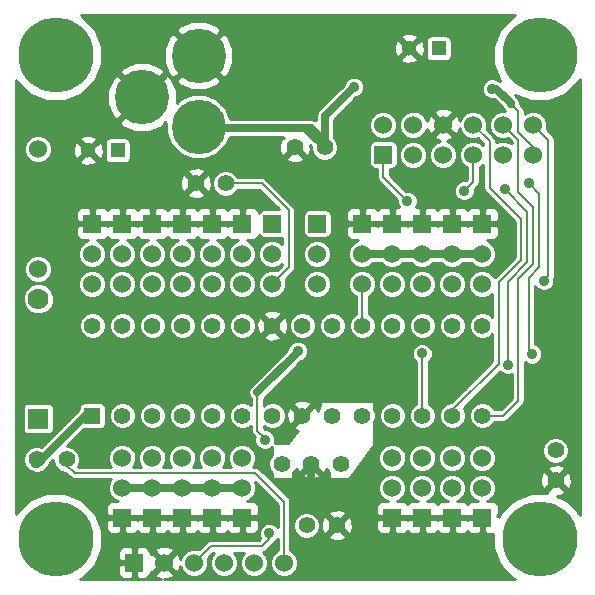
<source format=gbl>
G04 #@! TF.FileFunction,Copper,L2,Bot,Signal*
%FSLAX46Y46*%
G04 Gerber Fmt 4.6, Leading zero omitted, Abs format (unit mm)*
G04 Created by KiCad (PCBNEW (after 2015-mar-04 BZR unknown)-product) date 10/19/2015 1:10:15 PM*
%MOMM*%
G01*
G04 APERTURE LIST*
%ADD10C,0.150000*%
%ADD11C,1.397000*%
%ADD12R,1.397000X1.397000*%
%ADD13R,1.524000X1.524000*%
%ADD14C,1.524000*%
%ADD15C,1.778000*%
%ADD16R,1.778000X1.778000*%
%ADD17C,6.350000*%
%ADD18R,1.300000X1.300000*%
%ADD19C,1.300000*%
%ADD20C,4.600000*%
%ADD21C,0.889000*%
%ADD22C,0.635000*%
%ADD23C,0.203200*%
%ADD24C,0.254000*%
G04 APERTURE END LIST*
D10*
D11*
X26788000Y-11816000D03*
X24248000Y-11816000D03*
X4944000Y-38232000D03*
X2404000Y-38232000D03*
X18406000Y-14864000D03*
X15866000Y-14864000D03*
X9652000Y-34544000D03*
X12192000Y-34544000D03*
X14732000Y-34544000D03*
X17272000Y-34544000D03*
X19812000Y-34544000D03*
X22352000Y-34544000D03*
X24892000Y-34544000D03*
X27432000Y-34544000D03*
X29972000Y-34544000D03*
X32512000Y-34544000D03*
X35052000Y-34544000D03*
X37592000Y-34544000D03*
X40132000Y-34544000D03*
D12*
X7112000Y-34544000D03*
D11*
X40132000Y-26924000D03*
X37592000Y-26924000D03*
X35052000Y-26924000D03*
X32512000Y-26924000D03*
X29972000Y-26924000D03*
X27432000Y-26924000D03*
X24892000Y-26924000D03*
X22352000Y-26924000D03*
X19812000Y-26924000D03*
X17272000Y-26924000D03*
X14732000Y-26924000D03*
X12192000Y-26924000D03*
X9652000Y-26924000D03*
X7112000Y-26924000D03*
D13*
X10650000Y-47000000D03*
D14*
X13190000Y-47000000D03*
X15730000Y-47000000D03*
X18270000Y-47000000D03*
X20810000Y-47000000D03*
X23350000Y-47000000D03*
D13*
X19812000Y-43180000D03*
D14*
X19812000Y-40640000D03*
X19812000Y-38100000D03*
D13*
X29972000Y-18288000D03*
D14*
X29972000Y-20828000D03*
X29972000Y-23368000D03*
D13*
X32512000Y-18288000D03*
D14*
X32512000Y-20828000D03*
X32512000Y-23368000D03*
D13*
X35052000Y-18288000D03*
D14*
X35052000Y-20828000D03*
X35052000Y-23368000D03*
D13*
X37592000Y-18288000D03*
D14*
X37592000Y-20828000D03*
X37592000Y-23368000D03*
D13*
X40132000Y-18288000D03*
D14*
X40132000Y-20828000D03*
X40132000Y-23368000D03*
D13*
X40132000Y-43180000D03*
D14*
X40132000Y-40640000D03*
X40132000Y-38100000D03*
D13*
X37592000Y-43180000D03*
D14*
X37592000Y-40640000D03*
X37592000Y-38100000D03*
D13*
X35052000Y-43180000D03*
D14*
X35052000Y-40640000D03*
X35052000Y-38100000D03*
D13*
X32512000Y-43180000D03*
D14*
X32512000Y-40640000D03*
X32512000Y-38100000D03*
D13*
X19812000Y-18288000D03*
D14*
X19812000Y-20828000D03*
X19812000Y-23368000D03*
D13*
X17272000Y-43180000D03*
D14*
X17272000Y-40640000D03*
X17272000Y-38100000D03*
D13*
X14732000Y-43180000D03*
D14*
X14732000Y-40640000D03*
X14732000Y-38100000D03*
D13*
X12192000Y-43180000D03*
D14*
X12192000Y-40640000D03*
X12192000Y-38100000D03*
D13*
X9652000Y-43180000D03*
D14*
X9652000Y-40640000D03*
X9652000Y-38100000D03*
D13*
X7112000Y-18288000D03*
D14*
X7112000Y-20828000D03*
X7112000Y-23368000D03*
D13*
X9652000Y-18288000D03*
D14*
X9652000Y-20828000D03*
X9652000Y-23368000D03*
D13*
X12192000Y-18288000D03*
D14*
X12192000Y-20828000D03*
X12192000Y-23368000D03*
D13*
X14732000Y-18288000D03*
D14*
X14732000Y-20828000D03*
X14732000Y-23368000D03*
D13*
X17272000Y-18288000D03*
D14*
X17272000Y-20828000D03*
X17272000Y-23368000D03*
D15*
X2540000Y-24638000D03*
D16*
X2540000Y-34798000D03*
D14*
X2540000Y-11938000D03*
X2540000Y-22098000D03*
D13*
X22352000Y-18288000D03*
D14*
X22352000Y-20828000D03*
X22352000Y-23368000D03*
D13*
X26162000Y-18288000D03*
D14*
X26162000Y-20828000D03*
X26162000Y-23368000D03*
D11*
X28153360Y-38608000D03*
X23154640Y-38608000D03*
X25654000Y-38608000D03*
D13*
X31750000Y-12446000D03*
D14*
X31750000Y-9906000D03*
X34290000Y-12446000D03*
X34290000Y-9906000D03*
X36830000Y-12446000D03*
X36830000Y-9906000D03*
X39370000Y-12446000D03*
X39370000Y-9906000D03*
X41910000Y-12446000D03*
X41910000Y-9906000D03*
X44450000Y-12446000D03*
X44450000Y-9906000D03*
D11*
X25264000Y-43820000D03*
X27804000Y-43820000D03*
X46346000Y-37470000D03*
X46346000Y-40010000D03*
D17*
X4000000Y-4000000D03*
X45000000Y-4000000D03*
X45000000Y-45000000D03*
X4000000Y-45000000D03*
D18*
X9262000Y-12070000D03*
D19*
X6762000Y-12070000D03*
D18*
X36440000Y-3434000D03*
D19*
X33940000Y-3434000D03*
D20*
X16120000Y-4069000D03*
X16120000Y-10069000D03*
X11320000Y-7569000D03*
D21*
X38599000Y-15499000D03*
X33782000Y-16383000D03*
X44060000Y-14864000D03*
X44314000Y-29342000D03*
X35043000Y-29278500D03*
X45339000Y-23114000D03*
X42028000Y-15372000D03*
X42282000Y-30231000D03*
X29264500Y-6736000D03*
X40948500Y-6863000D03*
X21708000Y-36581000D03*
X22100000Y-44500000D03*
X24502000Y-29088000D03*
D22*
X32512000Y-20828000D02*
X29972000Y-20828000D01*
X35052000Y-20828000D02*
X32512000Y-20828000D01*
X37592000Y-20828000D02*
X35052000Y-20828000D01*
X40132000Y-20828000D02*
X37592000Y-20828000D01*
X17272000Y-40640000D02*
X19812000Y-40640000D01*
X14732000Y-40640000D02*
X17272000Y-40640000D01*
X12192000Y-40640000D02*
X14732000Y-40640000D01*
X9652000Y-40640000D02*
X12192000Y-40640000D01*
D23*
X22352000Y-23364000D02*
X23740000Y-21976000D01*
X23740000Y-21976000D02*
X23740000Y-17150000D01*
X23740000Y-17150000D02*
X21454000Y-14864000D01*
X21454000Y-14864000D02*
X18406000Y-14864000D01*
X22352000Y-23368000D02*
X22352000Y-23364000D01*
X38599000Y-15499000D02*
X39370000Y-14728000D01*
X39370000Y-14728000D02*
X39370000Y-12446000D01*
X33782000Y-16383000D02*
X31750000Y-14351000D01*
X31750000Y-14351000D02*
X31750000Y-12446000D01*
X29972000Y-23368000D02*
X29972000Y-26924000D01*
X44949000Y-21976000D02*
X44949000Y-19817000D01*
X44060000Y-22865000D02*
X44949000Y-21976000D01*
X44949000Y-19817000D02*
X44949000Y-15880000D01*
X44949000Y-15753000D02*
X44060000Y-14864000D01*
X44949000Y-15880000D02*
X44949000Y-15753000D01*
X44060000Y-29088000D02*
X44060000Y-25024000D01*
X44314000Y-29342000D02*
X44060000Y-29088000D01*
X44060000Y-25024000D02*
X44060000Y-22865000D01*
X35052000Y-29287500D02*
X35043000Y-29278500D01*
X35052000Y-34544000D02*
X35052000Y-29287500D01*
X43425000Y-17912000D02*
X40758000Y-15245000D01*
X43425000Y-21341000D02*
X43425000Y-17912000D01*
X41520000Y-23246000D02*
X43425000Y-21341000D01*
X39370000Y-9906000D02*
X39370000Y-9920000D01*
X39370000Y-9920000D02*
X40758000Y-11308000D01*
X40758000Y-11308000D02*
X40758000Y-15245000D01*
X37592000Y-34095500D02*
X41520000Y-30167500D01*
X41520000Y-30167500D02*
X41520000Y-23246000D01*
X37592000Y-34544000D02*
X37592000Y-34095500D01*
X43180000Y-15635000D02*
X43180000Y-11176000D01*
X43180000Y-32834500D02*
X43180000Y-24643000D01*
X43180000Y-11176000D02*
X41910000Y-9906000D01*
X43180000Y-22983000D02*
X44441000Y-21722000D01*
X44441000Y-21722000D02*
X44441000Y-16896000D01*
X44441000Y-16896000D02*
X43180000Y-15635000D01*
X43180000Y-24643000D02*
X43180000Y-22983000D01*
X43180000Y-33270000D02*
X41906000Y-34544000D01*
X41906000Y-34544000D02*
X40132000Y-34544000D01*
X43180000Y-32834500D02*
X43180000Y-33270000D01*
X45339000Y-23114000D02*
X45720000Y-22733000D01*
X45720000Y-22733000D02*
X45720000Y-11176000D01*
X45720000Y-11176000D02*
X44450000Y-9906000D01*
D22*
X6473000Y-34544000D02*
X7112000Y-34544000D01*
X2409000Y-38608000D02*
X6473000Y-34544000D01*
X2286000Y-38608000D02*
X2409000Y-38608000D01*
D23*
X43933000Y-17277000D02*
X42028000Y-15372000D01*
X43933000Y-21569598D02*
X43933000Y-17277000D01*
X42282000Y-23220598D02*
X43933000Y-21569598D01*
X42282000Y-25278000D02*
X42282000Y-24897000D01*
X42282000Y-30231000D02*
X42282000Y-25278000D01*
X42282000Y-24897000D02*
X42282000Y-23220598D01*
D22*
X26788000Y-11816000D02*
X26788000Y-9212500D01*
X26788000Y-9212500D02*
X29264500Y-6736000D01*
X16120000Y-10165000D02*
X25137000Y-10165000D01*
X25137000Y-10165000D02*
X26788000Y-11816000D01*
X16120000Y-10165000D02*
X25645000Y-10165000D01*
X25645000Y-10165000D02*
X26416000Y-10936000D01*
X26416000Y-10936000D02*
X26788000Y-11816000D01*
X26416000Y-10936000D02*
X25645000Y-10165000D01*
X26788000Y-11816000D02*
X26416000Y-10936000D01*
D23*
X43171000Y-10546000D02*
X44450000Y-11825000D01*
X43171000Y-8768000D02*
X43171000Y-10546000D01*
X42536000Y-8133000D02*
X43171000Y-8768000D01*
D22*
X41329500Y-6863000D02*
X42536000Y-8069500D01*
X42536000Y-8069500D02*
X42536000Y-8133000D01*
X40948500Y-6863000D02*
X41329500Y-6863000D01*
D23*
X44450000Y-11825000D02*
X44450000Y-12446000D01*
D22*
X25654000Y-40128000D02*
X25645000Y-40137000D01*
X25654000Y-38608000D02*
X25654000Y-40128000D01*
D23*
X20438000Y-39400000D02*
X5618000Y-39400000D01*
X20900000Y-39400000D02*
X20438000Y-39400000D01*
X5618000Y-39400000D02*
X4826000Y-38608000D01*
X23350000Y-41850000D02*
X20900000Y-39400000D01*
X23350000Y-47000000D02*
X23350000Y-41850000D01*
X21073000Y-35819000D02*
X21708000Y-36454000D01*
X15734000Y-47000000D02*
X17136000Y-45598000D01*
X17136000Y-45598000D02*
X21454000Y-45598000D01*
X21454000Y-45598000D02*
X22100000Y-44952000D01*
X22100000Y-44952000D02*
X22100000Y-44500000D01*
X15730000Y-47000000D02*
X15734000Y-47000000D01*
X21073000Y-35819000D02*
X21073000Y-32580500D01*
X21708000Y-36454000D02*
X21073000Y-35819000D01*
X21708000Y-36581000D02*
X21708000Y-36454000D01*
D22*
X24502000Y-29151500D02*
X21073000Y-32580500D01*
X24502000Y-29088000D02*
X24502000Y-29151500D01*
D24*
G36*
X48399700Y-42918302D02*
X48339572Y-42772782D01*
X47691927Y-42124005D01*
X47691927Y-40202520D01*
X47663148Y-39672801D01*
X47515800Y-39317071D01*
X47476496Y-39306786D01*
X47476496Y-37246156D01*
X47304781Y-36830573D01*
X46987100Y-36512337D01*
X46571817Y-36339897D01*
X46122156Y-36339504D01*
X45706573Y-36511219D01*
X45388337Y-36828900D01*
X45215897Y-37244183D01*
X45215504Y-37693844D01*
X45387219Y-38109427D01*
X45704900Y-38427663D01*
X46120183Y-38600103D01*
X46569844Y-38600496D01*
X46985427Y-38428781D01*
X47303663Y-38111100D01*
X47476103Y-37695817D01*
X47476496Y-37246156D01*
X47476496Y-39306786D01*
X47280188Y-39255417D01*
X47100583Y-39435022D01*
X47100583Y-39075812D01*
X47038929Y-38840200D01*
X46538520Y-38664073D01*
X46008801Y-38692852D01*
X45653071Y-38840200D01*
X45591417Y-39075812D01*
X46346000Y-39830395D01*
X47100583Y-39075812D01*
X47100583Y-39435022D01*
X46525605Y-40010000D01*
X47280188Y-40764583D01*
X47515800Y-40702929D01*
X47691927Y-40202520D01*
X47691927Y-42124005D01*
X47233043Y-41664320D01*
X46451374Y-41339742D01*
X46683199Y-41327148D01*
X47038929Y-41179800D01*
X47100583Y-40944188D01*
X46346000Y-40189605D01*
X46166395Y-40369210D01*
X46166395Y-40010000D01*
X45411812Y-39255417D01*
X45176200Y-39317071D01*
X45000073Y-39817480D01*
X45028852Y-40347199D01*
X45176200Y-40702929D01*
X45411812Y-40764583D01*
X46166395Y-40010000D01*
X46166395Y-40369210D01*
X45591417Y-40944188D01*
X45622649Y-41063541D01*
X44220318Y-41062318D01*
X42772782Y-41660428D01*
X41664320Y-42766957D01*
X41529000Y-43092842D01*
X41529000Y-43052998D01*
X41370252Y-43052998D01*
X41529000Y-42894250D01*
X41529000Y-42291691D01*
X41432327Y-42058302D01*
X41253699Y-41879673D01*
X41020310Y-41783000D01*
X40767691Y-41783000D01*
X40491866Y-41783000D01*
X40807350Y-41652645D01*
X41143464Y-41317116D01*
X41325592Y-40878503D01*
X41326007Y-40403580D01*
X41326007Y-37863580D01*
X41144645Y-37424650D01*
X40809116Y-37088536D01*
X40370503Y-36906408D01*
X39895580Y-36905993D01*
X39456650Y-37087355D01*
X39120536Y-37422884D01*
X38938408Y-37861497D01*
X38937993Y-38336420D01*
X39119355Y-38775350D01*
X39454884Y-39111464D01*
X39893497Y-39293592D01*
X40368420Y-39294007D01*
X40807350Y-39112645D01*
X41143464Y-38777116D01*
X41325592Y-38338503D01*
X41326007Y-37863580D01*
X41326007Y-40403580D01*
X41144645Y-39964650D01*
X40809116Y-39628536D01*
X40370503Y-39446408D01*
X39895580Y-39445993D01*
X39456650Y-39627355D01*
X39120536Y-39962884D01*
X38938408Y-40401497D01*
X38937993Y-40876420D01*
X39119355Y-41315350D01*
X39454884Y-41651464D01*
X39771657Y-41783000D01*
X39496309Y-41783000D01*
X39243690Y-41783000D01*
X39010301Y-41879673D01*
X38862000Y-42027974D01*
X38713699Y-41879673D01*
X38480310Y-41783000D01*
X38227691Y-41783000D01*
X37951866Y-41783000D01*
X38267350Y-41652645D01*
X38603464Y-41317116D01*
X38785592Y-40878503D01*
X38786007Y-40403580D01*
X38786007Y-37863580D01*
X38604645Y-37424650D01*
X38269116Y-37088536D01*
X37830503Y-36906408D01*
X37355580Y-36905993D01*
X36916650Y-37087355D01*
X36580536Y-37422884D01*
X36398408Y-37861497D01*
X36397993Y-38336420D01*
X36579355Y-38775350D01*
X36914884Y-39111464D01*
X37353497Y-39293592D01*
X37828420Y-39294007D01*
X38267350Y-39112645D01*
X38603464Y-38777116D01*
X38785592Y-38338503D01*
X38786007Y-37863580D01*
X38786007Y-40403580D01*
X38604645Y-39964650D01*
X38269116Y-39628536D01*
X37830503Y-39446408D01*
X37355580Y-39445993D01*
X36916650Y-39627355D01*
X36580536Y-39962884D01*
X36398408Y-40401497D01*
X36397993Y-40876420D01*
X36579355Y-41315350D01*
X36914884Y-41651464D01*
X37231657Y-41783000D01*
X36956309Y-41783000D01*
X36703690Y-41783000D01*
X36470301Y-41879673D01*
X36322000Y-42027974D01*
X36173699Y-41879673D01*
X35940310Y-41783000D01*
X35687691Y-41783000D01*
X35411866Y-41783000D01*
X35727350Y-41652645D01*
X36063464Y-41317116D01*
X36245592Y-40878503D01*
X36246007Y-40403580D01*
X36246007Y-37863580D01*
X36246007Y-23131580D01*
X36064645Y-22692650D01*
X35729116Y-22356536D01*
X35290503Y-22174408D01*
X34815580Y-22173993D01*
X34376650Y-22355355D01*
X34040536Y-22690884D01*
X33858408Y-23129497D01*
X33857993Y-23604420D01*
X34039355Y-24043350D01*
X34374884Y-24379464D01*
X34813497Y-24561592D01*
X35288420Y-24562007D01*
X35727350Y-24380645D01*
X36063464Y-24045116D01*
X36245592Y-23606503D01*
X36246007Y-23131580D01*
X36246007Y-37863580D01*
X36182496Y-37709871D01*
X36182496Y-34320156D01*
X36182496Y-26700156D01*
X36010781Y-26284573D01*
X35693100Y-25966337D01*
X35277817Y-25793897D01*
X34828156Y-25793504D01*
X34412573Y-25965219D01*
X34094337Y-26282900D01*
X33921897Y-26698183D01*
X33921504Y-27147844D01*
X34093219Y-27563427D01*
X34410900Y-27881663D01*
X34826183Y-28054103D01*
X35275844Y-28054496D01*
X35691427Y-27882781D01*
X36009663Y-27565100D01*
X36182103Y-27149817D01*
X36182496Y-26700156D01*
X36182496Y-34320156D01*
X36010781Y-33904573D01*
X35693100Y-33586337D01*
X35585400Y-33541616D01*
X35585400Y-29975241D01*
X35785458Y-29775532D01*
X35919148Y-29453572D01*
X35919452Y-29104958D01*
X35786324Y-28782764D01*
X35540032Y-28536042D01*
X35218072Y-28402352D01*
X34869458Y-28402048D01*
X34547264Y-28535176D01*
X34300542Y-28781468D01*
X34166852Y-29103428D01*
X34166548Y-29452042D01*
X34299676Y-29774236D01*
X34518600Y-29993542D01*
X34518600Y-33541409D01*
X34412573Y-33585219D01*
X34094337Y-33902900D01*
X33921897Y-34318183D01*
X33921504Y-34767844D01*
X34093219Y-35183427D01*
X34410900Y-35501663D01*
X34826183Y-35674103D01*
X35275844Y-35674496D01*
X35691427Y-35502781D01*
X36009663Y-35185100D01*
X36182103Y-34769817D01*
X36182496Y-34320156D01*
X36182496Y-37709871D01*
X36064645Y-37424650D01*
X35729116Y-37088536D01*
X35290503Y-36906408D01*
X34815580Y-36905993D01*
X34376650Y-37087355D01*
X34040536Y-37422884D01*
X33858408Y-37861497D01*
X33857993Y-38336420D01*
X34039355Y-38775350D01*
X34374884Y-39111464D01*
X34813497Y-39293592D01*
X35288420Y-39294007D01*
X35727350Y-39112645D01*
X36063464Y-38777116D01*
X36245592Y-38338503D01*
X36246007Y-37863580D01*
X36246007Y-40403580D01*
X36064645Y-39964650D01*
X35729116Y-39628536D01*
X35290503Y-39446408D01*
X34815580Y-39445993D01*
X34376650Y-39627355D01*
X34040536Y-39962884D01*
X33858408Y-40401497D01*
X33857993Y-40876420D01*
X34039355Y-41315350D01*
X34374884Y-41651464D01*
X34691657Y-41783000D01*
X34416309Y-41783000D01*
X34163690Y-41783000D01*
X33930301Y-41879673D01*
X33782000Y-42027974D01*
X33633699Y-41879673D01*
X33400310Y-41783000D01*
X33147691Y-41783000D01*
X32871866Y-41783000D01*
X33187350Y-41652645D01*
X33523464Y-41317116D01*
X33705592Y-40878503D01*
X33706007Y-40403580D01*
X33706007Y-37863580D01*
X33706007Y-23131580D01*
X33524645Y-22692650D01*
X33189116Y-22356536D01*
X32750503Y-22174408D01*
X32275580Y-22173993D01*
X31836650Y-22355355D01*
X31500536Y-22690884D01*
X31318408Y-23129497D01*
X31317993Y-23604420D01*
X31499355Y-24043350D01*
X31834884Y-24379464D01*
X32273497Y-24561592D01*
X32748420Y-24562007D01*
X33187350Y-24380645D01*
X33523464Y-24045116D01*
X33705592Y-23606503D01*
X33706007Y-23131580D01*
X33706007Y-37863580D01*
X33642496Y-37709871D01*
X33642496Y-34320156D01*
X33642496Y-26700156D01*
X33470781Y-26284573D01*
X33153100Y-25966337D01*
X32737817Y-25793897D01*
X32288156Y-25793504D01*
X31872573Y-25965219D01*
X31554337Y-26282900D01*
X31381897Y-26698183D01*
X31381504Y-27147844D01*
X31553219Y-27563427D01*
X31870900Y-27881663D01*
X32286183Y-28054103D01*
X32735844Y-28054496D01*
X33151427Y-27882781D01*
X33469663Y-27565100D01*
X33642103Y-27149817D01*
X33642496Y-26700156D01*
X33642496Y-34320156D01*
X33470781Y-33904573D01*
X33153100Y-33586337D01*
X32737817Y-33413897D01*
X32288156Y-33413504D01*
X31872573Y-33585219D01*
X31554337Y-33902900D01*
X31381897Y-34318183D01*
X31381504Y-34767844D01*
X31553219Y-35183427D01*
X31870900Y-35501663D01*
X32286183Y-35674103D01*
X32735844Y-35674496D01*
X33151427Y-35502781D01*
X33469663Y-35185100D01*
X33642103Y-34769817D01*
X33642496Y-34320156D01*
X33642496Y-37709871D01*
X33524645Y-37424650D01*
X33189116Y-37088536D01*
X32750503Y-36906408D01*
X32275580Y-36905993D01*
X31836650Y-37087355D01*
X31500536Y-37422884D01*
X31318408Y-37861497D01*
X31317993Y-38336420D01*
X31499355Y-38775350D01*
X31834884Y-39111464D01*
X32273497Y-39293592D01*
X32748420Y-39294007D01*
X33187350Y-39112645D01*
X33523464Y-38777116D01*
X33705592Y-38338503D01*
X33706007Y-37863580D01*
X33706007Y-40403580D01*
X33524645Y-39964650D01*
X33189116Y-39628536D01*
X32750503Y-39446408D01*
X32275580Y-39445993D01*
X31836650Y-39627355D01*
X31500536Y-39962884D01*
X31318408Y-40401497D01*
X31317993Y-40876420D01*
X31499355Y-41315350D01*
X31834884Y-41651464D01*
X32151657Y-41783000D01*
X31876309Y-41783000D01*
X31623690Y-41783000D01*
X31390301Y-41879673D01*
X31211673Y-42058302D01*
X31166007Y-42168549D01*
X31166007Y-23131580D01*
X30984645Y-22692650D01*
X30649116Y-22356536D01*
X30210503Y-22174408D01*
X29735580Y-22173993D01*
X29296650Y-22355355D01*
X28960536Y-22690884D01*
X28778408Y-23129497D01*
X28777993Y-23604420D01*
X28959355Y-24043350D01*
X29294884Y-24379464D01*
X29438600Y-24439140D01*
X29438600Y-25921409D01*
X29332573Y-25965219D01*
X29014337Y-26282900D01*
X28841897Y-26698183D01*
X28841504Y-27147844D01*
X29013219Y-27563427D01*
X29330900Y-27881663D01*
X29746183Y-28054103D01*
X30195844Y-28054496D01*
X30611427Y-27882781D01*
X30929663Y-27565100D01*
X31102103Y-27149817D01*
X31102496Y-26700156D01*
X30930781Y-26284573D01*
X30613100Y-25966337D01*
X30505400Y-25921616D01*
X30505400Y-24439297D01*
X30647350Y-24380645D01*
X30983464Y-24045116D01*
X31165592Y-23606503D01*
X31166007Y-23131580D01*
X31166007Y-42168549D01*
X31115000Y-42291691D01*
X31115000Y-42894250D01*
X31273750Y-43053000D01*
X32385000Y-43053000D01*
X32385000Y-43033000D01*
X32639000Y-43033000D01*
X32639000Y-43053000D01*
X33750250Y-43053000D01*
X33782000Y-43021250D01*
X33813750Y-43053000D01*
X34925000Y-43053000D01*
X34925000Y-43033000D01*
X35179000Y-43033000D01*
X35179000Y-43053000D01*
X36290250Y-43053000D01*
X36322000Y-43021250D01*
X36353750Y-43053000D01*
X37465000Y-43053000D01*
X37465000Y-43033000D01*
X37719000Y-43033000D01*
X37719000Y-43053000D01*
X38830250Y-43053000D01*
X38862000Y-43021250D01*
X38893750Y-43053000D01*
X40005000Y-43053000D01*
X40005000Y-43033000D01*
X40259000Y-43033000D01*
X40259000Y-43053000D01*
X40279000Y-43053000D01*
X40279000Y-43307000D01*
X40259000Y-43307000D01*
X40259000Y-44418250D01*
X40417750Y-44577000D01*
X40767691Y-44577000D01*
X41020310Y-44577000D01*
X41063383Y-44559158D01*
X41062318Y-45779682D01*
X41660428Y-47227218D01*
X42766957Y-48335680D01*
X42921134Y-48399700D01*
X40005000Y-48399700D01*
X40005000Y-44418250D01*
X40005000Y-43307000D01*
X38893750Y-43307000D01*
X38862000Y-43338750D01*
X38830250Y-43307000D01*
X37719000Y-43307000D01*
X37719000Y-44418250D01*
X37877750Y-44577000D01*
X38227691Y-44577000D01*
X38480310Y-44577000D01*
X38713699Y-44480327D01*
X38862000Y-44332025D01*
X39010301Y-44480327D01*
X39243690Y-44577000D01*
X39496309Y-44577000D01*
X39846250Y-44577000D01*
X40005000Y-44418250D01*
X40005000Y-48399700D01*
X37465000Y-48399700D01*
X37465000Y-44418250D01*
X37465000Y-43307000D01*
X36353750Y-43307000D01*
X36322000Y-43338750D01*
X36290250Y-43307000D01*
X35179000Y-43307000D01*
X35179000Y-44418250D01*
X35337750Y-44577000D01*
X35687691Y-44577000D01*
X35940310Y-44577000D01*
X36173699Y-44480327D01*
X36322000Y-44332025D01*
X36470301Y-44480327D01*
X36703690Y-44577000D01*
X36956309Y-44577000D01*
X37306250Y-44577000D01*
X37465000Y-44418250D01*
X37465000Y-48399700D01*
X34925000Y-48399700D01*
X34925000Y-44418250D01*
X34925000Y-43307000D01*
X33813750Y-43307000D01*
X33782000Y-43338750D01*
X33750250Y-43307000D01*
X32639000Y-43307000D01*
X32639000Y-44418250D01*
X32797750Y-44577000D01*
X33147691Y-44577000D01*
X33400310Y-44577000D01*
X33633699Y-44480327D01*
X33782000Y-44332025D01*
X33930301Y-44480327D01*
X34163690Y-44577000D01*
X34416309Y-44577000D01*
X34766250Y-44577000D01*
X34925000Y-44418250D01*
X34925000Y-48399700D01*
X32385000Y-48399700D01*
X32385000Y-44418250D01*
X32385000Y-43307000D01*
X31273750Y-43307000D01*
X31115000Y-43465750D01*
X31115000Y-44068309D01*
X31211673Y-44301698D01*
X31390301Y-44480327D01*
X31623690Y-44577000D01*
X31876309Y-44577000D01*
X32226250Y-44577000D01*
X32385000Y-44418250D01*
X32385000Y-48399700D01*
X31102496Y-48399700D01*
X31102496Y-34320156D01*
X30979000Y-34021272D01*
X30979000Y-33279000D01*
X28562496Y-33279000D01*
X28562496Y-26700156D01*
X28390781Y-26284573D01*
X28073100Y-25966337D01*
X27657817Y-25793897D01*
X27364259Y-25793640D01*
X27364259Y-19050000D01*
X27364259Y-17526000D01*
X27332315Y-17361356D01*
X27237258Y-17216649D01*
X27093755Y-17119784D01*
X26924000Y-17085741D01*
X25400000Y-17085741D01*
X25235356Y-17117685D01*
X25090649Y-17212742D01*
X25002583Y-17343209D01*
X25002583Y-12750188D01*
X24248000Y-11995605D01*
X24068395Y-12175210D01*
X23493417Y-12750188D01*
X23555071Y-12985800D01*
X24055480Y-13161927D01*
X24585199Y-13133148D01*
X24940929Y-12985800D01*
X25002583Y-12750188D01*
X25002583Y-17343209D01*
X24993784Y-17356245D01*
X24959741Y-17526000D01*
X24959741Y-19050000D01*
X24991685Y-19214644D01*
X25086742Y-19359351D01*
X25230245Y-19456216D01*
X25400000Y-19490259D01*
X26924000Y-19490259D01*
X27088644Y-19458315D01*
X27233351Y-19363258D01*
X27330216Y-19219755D01*
X27364259Y-19050000D01*
X27364259Y-25793640D01*
X27356007Y-25793633D01*
X27356007Y-23131580D01*
X27356007Y-20591580D01*
X27174645Y-20152650D01*
X26839116Y-19816536D01*
X26400503Y-19634408D01*
X25925580Y-19633993D01*
X25486650Y-19815355D01*
X25150536Y-20150884D01*
X24968408Y-20589497D01*
X24967993Y-21064420D01*
X25149355Y-21503350D01*
X25484884Y-21839464D01*
X25923497Y-22021592D01*
X26398420Y-22022007D01*
X26837350Y-21840645D01*
X27173464Y-21505116D01*
X27355592Y-21066503D01*
X27356007Y-20591580D01*
X27356007Y-23131580D01*
X27174645Y-22692650D01*
X26839116Y-22356536D01*
X26400503Y-22174408D01*
X25925580Y-22173993D01*
X25486650Y-22355355D01*
X25150536Y-22690884D01*
X24968408Y-23129497D01*
X24967993Y-23604420D01*
X25149355Y-24043350D01*
X25484884Y-24379464D01*
X25923497Y-24561592D01*
X26398420Y-24562007D01*
X26837350Y-24380645D01*
X27173464Y-24045116D01*
X27355592Y-23606503D01*
X27356007Y-23131580D01*
X27356007Y-25793633D01*
X27208156Y-25793504D01*
X26792573Y-25965219D01*
X26474337Y-26282900D01*
X26301897Y-26698183D01*
X26301504Y-27147844D01*
X26473219Y-27563427D01*
X26790900Y-27881663D01*
X27206183Y-28054103D01*
X27655844Y-28054496D01*
X28071427Y-27882781D01*
X28389663Y-27565100D01*
X28562103Y-27149817D01*
X28562496Y-26700156D01*
X28562496Y-33279000D01*
X26439508Y-33279000D01*
X26181321Y-34139621D01*
X26061800Y-33851071D01*
X26022496Y-33840786D01*
X26022496Y-26700156D01*
X25850781Y-26284573D01*
X25533100Y-25966337D01*
X25117817Y-25793897D01*
X24668156Y-25793504D01*
X24273400Y-25956613D01*
X24273400Y-21976000D01*
X24273400Y-17150000D01*
X24232797Y-16945877D01*
X24117171Y-16772829D01*
X21831171Y-14486829D01*
X21658123Y-14371203D01*
X21454000Y-14330600D01*
X19408590Y-14330600D01*
X19364781Y-14224573D01*
X19047100Y-13906337D01*
X18631817Y-13733897D01*
X18182156Y-13733504D01*
X17766573Y-13905219D01*
X17448337Y-14222900D01*
X17275897Y-14638183D01*
X17275504Y-15087844D01*
X17447219Y-15503427D01*
X17764900Y-15821663D01*
X18180183Y-15994103D01*
X18629844Y-15994496D01*
X19045427Y-15822781D01*
X19363663Y-15505100D01*
X19408383Y-15397400D01*
X21233058Y-15397400D01*
X22921399Y-17085741D01*
X21590000Y-17085741D01*
X21425356Y-17117685D01*
X21280649Y-17212742D01*
X21188258Y-17349616D01*
X21112327Y-17166302D01*
X20933699Y-16987673D01*
X20700310Y-16891000D01*
X20447691Y-16891000D01*
X20097750Y-16891000D01*
X19939000Y-17049750D01*
X19939000Y-18161000D01*
X19959000Y-18161000D01*
X19959000Y-18415000D01*
X19939000Y-18415000D01*
X19939000Y-18435000D01*
X19685000Y-18435000D01*
X19685000Y-18415000D01*
X19685000Y-18161000D01*
X19685000Y-17049750D01*
X19526250Y-16891000D01*
X19176309Y-16891000D01*
X18923690Y-16891000D01*
X18690301Y-16987673D01*
X18542000Y-17135974D01*
X18393699Y-16987673D01*
X18160310Y-16891000D01*
X17907691Y-16891000D01*
X17557750Y-16891000D01*
X17399000Y-17049750D01*
X17399000Y-18161000D01*
X18510250Y-18161000D01*
X18542000Y-18129250D01*
X18573750Y-18161000D01*
X19685000Y-18161000D01*
X19685000Y-18415000D01*
X18573750Y-18415000D01*
X18542000Y-18446750D01*
X18510250Y-18415000D01*
X17399000Y-18415000D01*
X17399000Y-18435000D01*
X17211927Y-18435000D01*
X17211927Y-15056520D01*
X17183148Y-14526801D01*
X17035800Y-14171071D01*
X16800188Y-14109417D01*
X16620583Y-14289022D01*
X16620583Y-13929812D01*
X16558929Y-13694200D01*
X16058520Y-13518073D01*
X15528801Y-13546852D01*
X15173071Y-13694200D01*
X15111417Y-13929812D01*
X15866000Y-14684395D01*
X16620583Y-13929812D01*
X16620583Y-14289022D01*
X16045605Y-14864000D01*
X16800188Y-15618583D01*
X17035800Y-15556929D01*
X17211927Y-15056520D01*
X17211927Y-18435000D01*
X17145000Y-18435000D01*
X17145000Y-18415000D01*
X17145000Y-18161000D01*
X17145000Y-17049750D01*
X16986250Y-16891000D01*
X16636309Y-16891000D01*
X16620583Y-16891000D01*
X16620583Y-15798188D01*
X15866000Y-15043605D01*
X15686395Y-15223210D01*
X15686395Y-14864000D01*
X14931812Y-14109417D01*
X14696200Y-14171071D01*
X14520073Y-14671480D01*
X14548852Y-15201199D01*
X14696200Y-15556929D01*
X14931812Y-15618583D01*
X15686395Y-14864000D01*
X15686395Y-15223210D01*
X15111417Y-15798188D01*
X15173071Y-16033800D01*
X15673480Y-16209927D01*
X16203199Y-16181148D01*
X16558929Y-16033800D01*
X16620583Y-15798188D01*
X16620583Y-16891000D01*
X16383690Y-16891000D01*
X16150301Y-16987673D01*
X16002000Y-17135974D01*
X15853699Y-16987673D01*
X15620310Y-16891000D01*
X15367691Y-16891000D01*
X15017750Y-16891000D01*
X14859000Y-17049750D01*
X14859000Y-18161000D01*
X15970250Y-18161000D01*
X16002000Y-18129250D01*
X16033750Y-18161000D01*
X17145000Y-18161000D01*
X17145000Y-18415000D01*
X16033750Y-18415000D01*
X16002000Y-18446750D01*
X15970250Y-18415000D01*
X14859000Y-18415000D01*
X14859000Y-18435000D01*
X14605000Y-18435000D01*
X14605000Y-18415000D01*
X14605000Y-18161000D01*
X14605000Y-17049750D01*
X14446250Y-16891000D01*
X14096309Y-16891000D01*
X13843690Y-16891000D01*
X13610301Y-16987673D01*
X13462000Y-17135974D01*
X13313699Y-16987673D01*
X13231948Y-16953810D01*
X13080310Y-16891000D01*
X12827691Y-16891000D01*
X12477750Y-16891000D01*
X12319000Y-17049750D01*
X12319000Y-18161000D01*
X13430250Y-18161000D01*
X13462000Y-18129250D01*
X13493750Y-18161000D01*
X14605000Y-18161000D01*
X14605000Y-18415000D01*
X13493750Y-18415000D01*
X13462000Y-18446750D01*
X13430250Y-18415000D01*
X12319000Y-18415000D01*
X12319000Y-18435000D01*
X12065000Y-18435000D01*
X12065000Y-18415000D01*
X12065000Y-18161000D01*
X12065000Y-17049750D01*
X11906250Y-16891000D01*
X11556309Y-16891000D01*
X11303690Y-16891000D01*
X11070301Y-16987673D01*
X10922000Y-17135974D01*
X10773699Y-16987673D01*
X10540310Y-16891000D01*
X10352259Y-16891000D01*
X10352259Y-12720000D01*
X10352259Y-11420000D01*
X10320315Y-11255356D01*
X10225258Y-11110649D01*
X10081755Y-11013784D01*
X9912000Y-10979741D01*
X8612000Y-10979741D01*
X8447356Y-11011685D01*
X8302649Y-11106742D01*
X8205784Y-11250245D01*
X8171741Y-11420000D01*
X8171741Y-12720000D01*
X8203685Y-12884644D01*
X8298742Y-13029351D01*
X8442245Y-13126216D01*
X8612000Y-13160259D01*
X9912000Y-13160259D01*
X10076644Y-13128315D01*
X10221351Y-13033258D01*
X10318216Y-12889755D01*
X10352259Y-12720000D01*
X10352259Y-16891000D01*
X10287691Y-16891000D01*
X9937750Y-16891000D01*
X9779000Y-17049750D01*
X9779000Y-18161000D01*
X10890250Y-18161000D01*
X10922000Y-18129250D01*
X10953750Y-18161000D01*
X12065000Y-18161000D01*
X12065000Y-18415000D01*
X10953750Y-18415000D01*
X10922000Y-18446750D01*
X10890250Y-18415000D01*
X9779000Y-18415000D01*
X9779000Y-18435000D01*
X9525000Y-18435000D01*
X9525000Y-18415000D01*
X9525000Y-18161000D01*
X9525000Y-17049750D01*
X9366250Y-16891000D01*
X9016309Y-16891000D01*
X8763690Y-16891000D01*
X8530301Y-16987673D01*
X8382000Y-17135974D01*
X8233699Y-16987673D01*
X8059622Y-16915567D01*
X8059622Y-12250922D01*
X8030083Y-11740572D01*
X7891611Y-11406271D01*
X7661016Y-11350590D01*
X7481410Y-11530195D01*
X7481410Y-11170984D01*
X7425729Y-10940389D01*
X6942922Y-10772378D01*
X6432572Y-10801917D01*
X6098271Y-10940389D01*
X6042590Y-11170984D01*
X6762000Y-11890395D01*
X7481410Y-11170984D01*
X7481410Y-11530195D01*
X6941605Y-12070000D01*
X7661016Y-12789410D01*
X7891611Y-12733729D01*
X8059622Y-12250922D01*
X8059622Y-16915567D01*
X8000310Y-16891000D01*
X7747691Y-16891000D01*
X7481410Y-16891000D01*
X7481410Y-12969016D01*
X6762000Y-12249605D01*
X6582395Y-12429210D01*
X6582395Y-12070000D01*
X5862984Y-11350590D01*
X5632389Y-11406271D01*
X5464378Y-11889078D01*
X5493917Y-12399428D01*
X5632389Y-12733729D01*
X5862984Y-12789410D01*
X6582395Y-12070000D01*
X6582395Y-12429210D01*
X6042590Y-12969016D01*
X6098271Y-13199611D01*
X6581078Y-13367622D01*
X7091428Y-13338083D01*
X7425729Y-13199611D01*
X7481410Y-12969016D01*
X7481410Y-16891000D01*
X7397750Y-16891000D01*
X7239000Y-17049750D01*
X7239000Y-18161000D01*
X8350250Y-18161000D01*
X8382000Y-18129250D01*
X8413750Y-18161000D01*
X9525000Y-18161000D01*
X9525000Y-18415000D01*
X8413750Y-18415000D01*
X8382000Y-18446750D01*
X8350250Y-18415000D01*
X7239000Y-18415000D01*
X7239000Y-18435000D01*
X6985000Y-18435000D01*
X6985000Y-18415000D01*
X6985000Y-18161000D01*
X6985000Y-17049750D01*
X6826250Y-16891000D01*
X6476309Y-16891000D01*
X6223690Y-16891000D01*
X5990301Y-16987673D01*
X5811673Y-17166302D01*
X5715000Y-17399691D01*
X5715000Y-18002250D01*
X5873750Y-18161000D01*
X6985000Y-18161000D01*
X6985000Y-18415000D01*
X5873750Y-18415000D01*
X5715000Y-18573750D01*
X5715000Y-19176309D01*
X5811673Y-19409698D01*
X5990301Y-19588327D01*
X6223690Y-19685000D01*
X6476309Y-19685000D01*
X6752133Y-19685000D01*
X6436650Y-19815355D01*
X6100536Y-20150884D01*
X5918408Y-20589497D01*
X5917993Y-21064420D01*
X6099355Y-21503350D01*
X6434884Y-21839464D01*
X6873497Y-22021592D01*
X7348420Y-22022007D01*
X7787350Y-21840645D01*
X8123464Y-21505116D01*
X8305592Y-21066503D01*
X8306007Y-20591580D01*
X8124645Y-20152650D01*
X7789116Y-19816536D01*
X7472342Y-19685000D01*
X7747691Y-19685000D01*
X8000310Y-19685000D01*
X8233699Y-19588327D01*
X8382000Y-19440025D01*
X8530301Y-19588327D01*
X8763690Y-19685000D01*
X9016309Y-19685000D01*
X9292133Y-19685000D01*
X8976650Y-19815355D01*
X8640536Y-20150884D01*
X8458408Y-20589497D01*
X8457993Y-21064420D01*
X8639355Y-21503350D01*
X8974884Y-21839464D01*
X9413497Y-22021592D01*
X9888420Y-22022007D01*
X10327350Y-21840645D01*
X10663464Y-21505116D01*
X10845592Y-21066503D01*
X10846007Y-20591580D01*
X10664645Y-20152650D01*
X10329116Y-19816536D01*
X10012342Y-19685000D01*
X10287691Y-19685000D01*
X10540310Y-19685000D01*
X10773699Y-19588327D01*
X10922000Y-19440025D01*
X11070301Y-19588327D01*
X11303690Y-19685000D01*
X11556309Y-19685000D01*
X11832133Y-19685000D01*
X11516650Y-19815355D01*
X11180536Y-20150884D01*
X10998408Y-20589497D01*
X10997993Y-21064420D01*
X11179355Y-21503350D01*
X11514884Y-21839464D01*
X11953497Y-22021592D01*
X12428420Y-22022007D01*
X12867350Y-21840645D01*
X13203464Y-21505116D01*
X13385592Y-21066503D01*
X13386007Y-20591580D01*
X13204645Y-20152650D01*
X12869116Y-19816536D01*
X12552342Y-19685000D01*
X12827691Y-19685000D01*
X13080310Y-19685000D01*
X13313699Y-19588327D01*
X13462000Y-19440025D01*
X13610301Y-19588327D01*
X13843690Y-19685000D01*
X14096309Y-19685000D01*
X14372133Y-19685000D01*
X14056650Y-19815355D01*
X13720536Y-20150884D01*
X13538408Y-20589497D01*
X13537993Y-21064420D01*
X13719355Y-21503350D01*
X14054884Y-21839464D01*
X14493497Y-22021592D01*
X14968420Y-22022007D01*
X15407350Y-21840645D01*
X15743464Y-21505116D01*
X15925592Y-21066503D01*
X15926007Y-20591580D01*
X15744645Y-20152650D01*
X15409116Y-19816536D01*
X15092342Y-19685000D01*
X15367691Y-19685000D01*
X15620310Y-19685000D01*
X15853699Y-19588327D01*
X16002000Y-19440025D01*
X16150301Y-19588327D01*
X16383690Y-19685000D01*
X16636309Y-19685000D01*
X16912133Y-19685000D01*
X16596650Y-19815355D01*
X16260536Y-20150884D01*
X16078408Y-20589497D01*
X16077993Y-21064420D01*
X16259355Y-21503350D01*
X16594884Y-21839464D01*
X17033497Y-22021592D01*
X17508420Y-22022007D01*
X17947350Y-21840645D01*
X18283464Y-21505116D01*
X18465592Y-21066503D01*
X18466007Y-20591580D01*
X18284645Y-20152650D01*
X17949116Y-19816536D01*
X17632342Y-19685000D01*
X17907691Y-19685000D01*
X18160310Y-19685000D01*
X18393699Y-19588327D01*
X18542000Y-19440025D01*
X18690301Y-19588327D01*
X18923690Y-19685000D01*
X19176309Y-19685000D01*
X19452133Y-19685000D01*
X19136650Y-19815355D01*
X18800536Y-20150884D01*
X18618408Y-20589497D01*
X18617993Y-21064420D01*
X18799355Y-21503350D01*
X19134884Y-21839464D01*
X19573497Y-22021592D01*
X20048420Y-22022007D01*
X20487350Y-21840645D01*
X20823464Y-21505116D01*
X21005592Y-21066503D01*
X21006007Y-20591580D01*
X20824645Y-20152650D01*
X20489116Y-19816536D01*
X20172342Y-19685000D01*
X20447691Y-19685000D01*
X20700310Y-19685000D01*
X20933699Y-19588327D01*
X21112327Y-19409698D01*
X21188698Y-19225320D01*
X21276742Y-19359351D01*
X21420245Y-19456216D01*
X21590000Y-19490259D01*
X23114000Y-19490259D01*
X23206600Y-19472292D01*
X23206600Y-19994329D01*
X23029116Y-19816536D01*
X22590503Y-19634408D01*
X22115580Y-19633993D01*
X21676650Y-19815355D01*
X21340536Y-20150884D01*
X21158408Y-20589497D01*
X21157993Y-21064420D01*
X21339355Y-21503350D01*
X21674884Y-21839464D01*
X22113497Y-22021592D01*
X22588420Y-22022007D01*
X23027350Y-21840645D01*
X23206600Y-21661706D01*
X23206600Y-21755058D01*
X22729523Y-22232134D01*
X22590503Y-22174408D01*
X22115580Y-22173993D01*
X21676650Y-22355355D01*
X21340536Y-22690884D01*
X21158408Y-23129497D01*
X21157993Y-23604420D01*
X21339355Y-24043350D01*
X21674884Y-24379464D01*
X22113497Y-24561592D01*
X22588420Y-24562007D01*
X23027350Y-24380645D01*
X23363464Y-24045116D01*
X23545592Y-23606503D01*
X23546007Y-23131580D01*
X23485412Y-22984929D01*
X24117167Y-22353173D01*
X24117170Y-22353171D01*
X24117171Y-22353171D01*
X24186483Y-22249436D01*
X24232797Y-22180124D01*
X24232797Y-22180123D01*
X24273400Y-21976000D01*
X24273400Y-25956613D01*
X24252573Y-25965219D01*
X23934337Y-26282900D01*
X23761897Y-26698183D01*
X23761504Y-27147844D01*
X23933219Y-27563427D01*
X24250900Y-27881663D01*
X24666183Y-28054103D01*
X25115844Y-28054496D01*
X25531427Y-27882781D01*
X25849663Y-27565100D01*
X26022103Y-27149817D01*
X26022496Y-26700156D01*
X26022496Y-33840786D01*
X25826188Y-33789417D01*
X25646583Y-33969022D01*
X25646583Y-33609812D01*
X25584929Y-33374200D01*
X25084520Y-33198073D01*
X24554801Y-33226852D01*
X24199071Y-33374200D01*
X24137417Y-33609812D01*
X24892000Y-34364395D01*
X25646583Y-33609812D01*
X25646583Y-33969022D01*
X25071605Y-34544000D01*
X25085747Y-34558142D01*
X24906142Y-34737747D01*
X24892000Y-34723605D01*
X24712395Y-34903210D01*
X24712395Y-34544000D01*
X23957812Y-33789417D01*
X23722200Y-33851071D01*
X23546073Y-34351480D01*
X23574852Y-34881199D01*
X23722200Y-35236929D01*
X23957812Y-35298583D01*
X24712395Y-34544000D01*
X24712395Y-34903210D01*
X24137417Y-35478188D01*
X24199071Y-35713800D01*
X24497963Y-35819000D01*
X24438500Y-35819000D01*
X23676500Y-36835000D01*
X22551374Y-36835000D01*
X22584148Y-36756072D01*
X22584452Y-36407458D01*
X22451324Y-36085264D01*
X22205032Y-35838542D01*
X21883072Y-35704852D01*
X21713045Y-35704703D01*
X21606400Y-35598058D01*
X21606400Y-35396980D01*
X21710900Y-35501663D01*
X22126183Y-35674103D01*
X22575844Y-35674496D01*
X22991427Y-35502781D01*
X23309663Y-35185100D01*
X23482103Y-34769817D01*
X23482496Y-34320156D01*
X23310781Y-33904573D01*
X22993100Y-33586337D01*
X22577817Y-33413897D01*
X22128156Y-33413504D01*
X21712573Y-33585219D01*
X21606400Y-33691206D01*
X21606400Y-33106770D01*
X24800243Y-29912926D01*
X24997736Y-29831324D01*
X25244458Y-29585032D01*
X25378148Y-29263072D01*
X25378452Y-28914458D01*
X25245324Y-28592264D01*
X24999032Y-28345542D01*
X24677072Y-28211852D01*
X24328458Y-28211548D01*
X24006264Y-28344676D01*
X23759542Y-28590968D01*
X23697927Y-28739352D01*
X23697927Y-27116520D01*
X23669148Y-26586801D01*
X23521800Y-26231071D01*
X23286188Y-26169417D01*
X23106583Y-26349022D01*
X23106583Y-25989812D01*
X23044929Y-25754200D01*
X22544520Y-25578073D01*
X22014801Y-25606852D01*
X21659071Y-25754200D01*
X21597417Y-25989812D01*
X22352000Y-26744395D01*
X23106583Y-25989812D01*
X23106583Y-26349022D01*
X22531605Y-26924000D01*
X23286188Y-27678583D01*
X23521800Y-27616929D01*
X23697927Y-27116520D01*
X23697927Y-28739352D01*
X23625852Y-28912928D01*
X23625803Y-28968026D01*
X23106583Y-29487246D01*
X23106583Y-27858188D01*
X22352000Y-27103605D01*
X22172395Y-27283210D01*
X22172395Y-26924000D01*
X21417812Y-26169417D01*
X21182200Y-26231071D01*
X21006073Y-26731480D01*
X21034852Y-27261199D01*
X21182200Y-27616929D01*
X21417812Y-27678583D01*
X22172395Y-26924000D01*
X22172395Y-27283210D01*
X21597417Y-27858188D01*
X21659071Y-28093800D01*
X22159480Y-28269927D01*
X22689199Y-28241148D01*
X23044929Y-28093800D01*
X23106583Y-27858188D01*
X23106583Y-29487246D01*
X21006007Y-31587822D01*
X21006007Y-23131580D01*
X20824645Y-22692650D01*
X20489116Y-22356536D01*
X20050503Y-22174408D01*
X19575580Y-22173993D01*
X19136650Y-22355355D01*
X18800536Y-22690884D01*
X18618408Y-23129497D01*
X18617993Y-23604420D01*
X18799355Y-24043350D01*
X19134884Y-24379464D01*
X19573497Y-24561592D01*
X20048420Y-24562007D01*
X20487350Y-24380645D01*
X20823464Y-24045116D01*
X21005592Y-23606503D01*
X21006007Y-23131580D01*
X21006007Y-31587822D01*
X20942496Y-31651333D01*
X20942496Y-26700156D01*
X20770781Y-26284573D01*
X20453100Y-25966337D01*
X20037817Y-25793897D01*
X19588156Y-25793504D01*
X19172573Y-25965219D01*
X18854337Y-26282900D01*
X18681897Y-26698183D01*
X18681504Y-27147844D01*
X18853219Y-27563427D01*
X19170900Y-27881663D01*
X19586183Y-28054103D01*
X20035844Y-28054496D01*
X20451427Y-27882781D01*
X20769663Y-27565100D01*
X20942103Y-27149817D01*
X20942496Y-26700156D01*
X20942496Y-31651333D01*
X20543165Y-32050665D01*
X20380737Y-32293755D01*
X20323700Y-32580500D01*
X20380737Y-32867245D01*
X20539600Y-33104999D01*
X20539600Y-33672988D01*
X20453100Y-33586337D01*
X20037817Y-33413897D01*
X19588156Y-33413504D01*
X19172573Y-33585219D01*
X18854337Y-33902900D01*
X18681897Y-34318183D01*
X18681504Y-34767844D01*
X18853219Y-35183427D01*
X19170900Y-35501663D01*
X19586183Y-35674103D01*
X20035844Y-35674496D01*
X20451427Y-35502781D01*
X20539600Y-35414761D01*
X20539600Y-35819000D01*
X20580203Y-36023123D01*
X20695829Y-36196171D01*
X20853485Y-36353827D01*
X20831852Y-36405928D01*
X20831548Y-36754542D01*
X20964676Y-37076736D01*
X21210968Y-37323458D01*
X21532928Y-37457148D01*
X21881542Y-37457452D01*
X22203736Y-37324324D01*
X22343000Y-37185302D01*
X22343000Y-37821131D01*
X22196977Y-37966900D01*
X22024537Y-38382183D01*
X22024144Y-38831844D01*
X22195859Y-39247427D01*
X22343000Y-39394825D01*
X22343000Y-39883000D01*
X24121000Y-39883000D01*
X24121000Y-39311500D01*
X24401453Y-39101160D01*
X24484200Y-39300929D01*
X24719812Y-39362583D01*
X25469395Y-38613000D01*
X25838605Y-38613000D01*
X26588188Y-39362583D01*
X26823800Y-39300929D01*
X26913752Y-39045357D01*
X27169000Y-39300605D01*
X27169000Y-39883000D01*
X28884672Y-39883000D01*
X30979000Y-37003298D01*
X30979000Y-35066282D01*
X31102103Y-34769817D01*
X31102496Y-34320156D01*
X31102496Y-48399700D01*
X29149927Y-48399700D01*
X29149927Y-44012520D01*
X29121148Y-43482801D01*
X28973800Y-43127071D01*
X28738188Y-43065417D01*
X28558583Y-43245022D01*
X28558583Y-42885812D01*
X28496929Y-42650200D01*
X27996520Y-42474073D01*
X27466801Y-42502852D01*
X27111071Y-42650200D01*
X27049417Y-42885812D01*
X27804000Y-43640395D01*
X28558583Y-42885812D01*
X28558583Y-43245022D01*
X27983605Y-43820000D01*
X28738188Y-44574583D01*
X28973800Y-44512929D01*
X29149927Y-44012520D01*
X29149927Y-48399700D01*
X28558583Y-48399700D01*
X28558583Y-44754188D01*
X27804000Y-43999605D01*
X27624395Y-44179210D01*
X27624395Y-43820000D01*
X26869812Y-43065417D01*
X26634200Y-43127071D01*
X26458073Y-43627480D01*
X26486852Y-44157199D01*
X26634200Y-44512929D01*
X26869812Y-44574583D01*
X27624395Y-43820000D01*
X27624395Y-44179210D01*
X27049417Y-44754188D01*
X27111071Y-44989800D01*
X27611480Y-45165927D01*
X28141199Y-45137148D01*
X28496929Y-44989800D01*
X28558583Y-44754188D01*
X28558583Y-48399700D01*
X26408583Y-48399700D01*
X26408583Y-39542188D01*
X25654000Y-38787605D01*
X24899417Y-39542188D01*
X24961071Y-39777800D01*
X25461480Y-39953927D01*
X25991199Y-39925148D01*
X26346929Y-39777800D01*
X26408583Y-39542188D01*
X26408583Y-48399700D01*
X26394496Y-48399700D01*
X26394496Y-43596156D01*
X26222781Y-43180573D01*
X25905100Y-42862337D01*
X25489817Y-42689897D01*
X25040156Y-42689504D01*
X24624573Y-42861219D01*
X24306337Y-43178900D01*
X24133897Y-43594183D01*
X24133504Y-44043844D01*
X24305219Y-44459427D01*
X24622900Y-44777663D01*
X25038183Y-44950103D01*
X25487844Y-44950496D01*
X25903427Y-44778781D01*
X26221663Y-44461100D01*
X26394103Y-44045817D01*
X26394496Y-43596156D01*
X26394496Y-48399700D01*
X24544007Y-48399700D01*
X24544007Y-46763580D01*
X24362645Y-46324650D01*
X24027116Y-45988536D01*
X23883400Y-45928859D01*
X23883400Y-41850000D01*
X23842797Y-41645877D01*
X23842797Y-41645876D01*
X23727171Y-41472829D01*
X21277171Y-39022829D01*
X21104123Y-38907203D01*
X20900000Y-38866600D01*
X20733823Y-38866600D01*
X20823464Y-38777116D01*
X21005592Y-38338503D01*
X21006007Y-37863580D01*
X20824645Y-37424650D01*
X20489116Y-37088536D01*
X20050503Y-36906408D01*
X19575580Y-36905993D01*
X19136650Y-37087355D01*
X18800536Y-37422884D01*
X18618408Y-37861497D01*
X18617993Y-38336420D01*
X18799355Y-38775350D01*
X18890446Y-38866600D01*
X18193823Y-38866600D01*
X18283464Y-38777116D01*
X18465592Y-38338503D01*
X18466007Y-37863580D01*
X18466007Y-23131580D01*
X18284645Y-22692650D01*
X17949116Y-22356536D01*
X17510503Y-22174408D01*
X17035580Y-22173993D01*
X16596650Y-22355355D01*
X16260536Y-22690884D01*
X16078408Y-23129497D01*
X16077993Y-23604420D01*
X16259355Y-24043350D01*
X16594884Y-24379464D01*
X17033497Y-24561592D01*
X17508420Y-24562007D01*
X17947350Y-24380645D01*
X18283464Y-24045116D01*
X18465592Y-23606503D01*
X18466007Y-23131580D01*
X18466007Y-37863580D01*
X18402496Y-37709871D01*
X18402496Y-34320156D01*
X18402496Y-26700156D01*
X18230781Y-26284573D01*
X17913100Y-25966337D01*
X17497817Y-25793897D01*
X17048156Y-25793504D01*
X16632573Y-25965219D01*
X16314337Y-26282900D01*
X16141897Y-26698183D01*
X16141504Y-27147844D01*
X16313219Y-27563427D01*
X16630900Y-27881663D01*
X17046183Y-28054103D01*
X17495844Y-28054496D01*
X17911427Y-27882781D01*
X18229663Y-27565100D01*
X18402103Y-27149817D01*
X18402496Y-26700156D01*
X18402496Y-34320156D01*
X18230781Y-33904573D01*
X17913100Y-33586337D01*
X17497817Y-33413897D01*
X17048156Y-33413504D01*
X16632573Y-33585219D01*
X16314337Y-33902900D01*
X16141897Y-34318183D01*
X16141504Y-34767844D01*
X16313219Y-35183427D01*
X16630900Y-35501663D01*
X17046183Y-35674103D01*
X17495844Y-35674496D01*
X17911427Y-35502781D01*
X18229663Y-35185100D01*
X18402103Y-34769817D01*
X18402496Y-34320156D01*
X18402496Y-37709871D01*
X18284645Y-37424650D01*
X17949116Y-37088536D01*
X17510503Y-36906408D01*
X17035580Y-36905993D01*
X16596650Y-37087355D01*
X16260536Y-37422884D01*
X16078408Y-37861497D01*
X16077993Y-38336420D01*
X16259355Y-38775350D01*
X16350446Y-38866600D01*
X15653823Y-38866600D01*
X15743464Y-38777116D01*
X15925592Y-38338503D01*
X15926007Y-37863580D01*
X15926007Y-23131580D01*
X15744645Y-22692650D01*
X15409116Y-22356536D01*
X14970503Y-22174408D01*
X14495580Y-22173993D01*
X14056650Y-22355355D01*
X13720536Y-22690884D01*
X13538408Y-23129497D01*
X13537993Y-23604420D01*
X13719355Y-24043350D01*
X14054884Y-24379464D01*
X14493497Y-24561592D01*
X14968420Y-24562007D01*
X15407350Y-24380645D01*
X15743464Y-24045116D01*
X15925592Y-23606503D01*
X15926007Y-23131580D01*
X15926007Y-37863580D01*
X15862496Y-37709871D01*
X15862496Y-34320156D01*
X15862496Y-26700156D01*
X15690781Y-26284573D01*
X15373100Y-25966337D01*
X14957817Y-25793897D01*
X14508156Y-25793504D01*
X14092573Y-25965219D01*
X13774337Y-26282900D01*
X13601897Y-26698183D01*
X13601504Y-27147844D01*
X13773219Y-27563427D01*
X14090900Y-27881663D01*
X14506183Y-28054103D01*
X14955844Y-28054496D01*
X15371427Y-27882781D01*
X15689663Y-27565100D01*
X15862103Y-27149817D01*
X15862496Y-26700156D01*
X15862496Y-34320156D01*
X15690781Y-33904573D01*
X15373100Y-33586337D01*
X14957817Y-33413897D01*
X14508156Y-33413504D01*
X14092573Y-33585219D01*
X13774337Y-33902900D01*
X13601897Y-34318183D01*
X13601504Y-34767844D01*
X13773219Y-35183427D01*
X14090900Y-35501663D01*
X14506183Y-35674103D01*
X14955844Y-35674496D01*
X15371427Y-35502781D01*
X15689663Y-35185100D01*
X15862103Y-34769817D01*
X15862496Y-34320156D01*
X15862496Y-37709871D01*
X15744645Y-37424650D01*
X15409116Y-37088536D01*
X14970503Y-36906408D01*
X14495580Y-36905993D01*
X14056650Y-37087355D01*
X13720536Y-37422884D01*
X13538408Y-37861497D01*
X13537993Y-38336420D01*
X13719355Y-38775350D01*
X13810446Y-38866600D01*
X13113823Y-38866600D01*
X13203464Y-38777116D01*
X13385592Y-38338503D01*
X13386007Y-37863580D01*
X13386007Y-23131580D01*
X13204645Y-22692650D01*
X12869116Y-22356536D01*
X12430503Y-22174408D01*
X11955580Y-22173993D01*
X11516650Y-22355355D01*
X11180536Y-22690884D01*
X10998408Y-23129497D01*
X10997993Y-23604420D01*
X11179355Y-24043350D01*
X11514884Y-24379464D01*
X11953497Y-24561592D01*
X12428420Y-24562007D01*
X12867350Y-24380645D01*
X13203464Y-24045116D01*
X13385592Y-23606503D01*
X13386007Y-23131580D01*
X13386007Y-37863580D01*
X13322496Y-37709871D01*
X13322496Y-34320156D01*
X13322496Y-26700156D01*
X13150781Y-26284573D01*
X12833100Y-25966337D01*
X12417817Y-25793897D01*
X11968156Y-25793504D01*
X11552573Y-25965219D01*
X11234337Y-26282900D01*
X11061897Y-26698183D01*
X11061504Y-27147844D01*
X11233219Y-27563427D01*
X11550900Y-27881663D01*
X11966183Y-28054103D01*
X12415844Y-28054496D01*
X12831427Y-27882781D01*
X13149663Y-27565100D01*
X13322103Y-27149817D01*
X13322496Y-26700156D01*
X13322496Y-34320156D01*
X13150781Y-33904573D01*
X12833100Y-33586337D01*
X12417817Y-33413897D01*
X11968156Y-33413504D01*
X11552573Y-33585219D01*
X11234337Y-33902900D01*
X11061897Y-34318183D01*
X11061504Y-34767844D01*
X11233219Y-35183427D01*
X11550900Y-35501663D01*
X11966183Y-35674103D01*
X12415844Y-35674496D01*
X12831427Y-35502781D01*
X13149663Y-35185100D01*
X13322103Y-34769817D01*
X13322496Y-34320156D01*
X13322496Y-37709871D01*
X13204645Y-37424650D01*
X12869116Y-37088536D01*
X12430503Y-36906408D01*
X11955580Y-36905993D01*
X11516650Y-37087355D01*
X11180536Y-37422884D01*
X10998408Y-37861497D01*
X10997993Y-38336420D01*
X11179355Y-38775350D01*
X11270446Y-38866600D01*
X10573823Y-38866600D01*
X10663464Y-38777116D01*
X10845592Y-38338503D01*
X10846007Y-37863580D01*
X10846007Y-23131580D01*
X10664645Y-22692650D01*
X10329116Y-22356536D01*
X9890503Y-22174408D01*
X9415580Y-22173993D01*
X8976650Y-22355355D01*
X8640536Y-22690884D01*
X8458408Y-23129497D01*
X8457993Y-23604420D01*
X8639355Y-24043350D01*
X8974884Y-24379464D01*
X9413497Y-24561592D01*
X9888420Y-24562007D01*
X10327350Y-24380645D01*
X10663464Y-24045116D01*
X10845592Y-23606503D01*
X10846007Y-23131580D01*
X10846007Y-37863580D01*
X10782496Y-37709871D01*
X10782496Y-34320156D01*
X10782496Y-26700156D01*
X10610781Y-26284573D01*
X10293100Y-25966337D01*
X9877817Y-25793897D01*
X9428156Y-25793504D01*
X9012573Y-25965219D01*
X8694337Y-26282900D01*
X8521897Y-26698183D01*
X8521504Y-27147844D01*
X8693219Y-27563427D01*
X9010900Y-27881663D01*
X9426183Y-28054103D01*
X9875844Y-28054496D01*
X10291427Y-27882781D01*
X10609663Y-27565100D01*
X10782103Y-27149817D01*
X10782496Y-26700156D01*
X10782496Y-34320156D01*
X10610781Y-33904573D01*
X10293100Y-33586337D01*
X9877817Y-33413897D01*
X9428156Y-33413504D01*
X9012573Y-33585219D01*
X8694337Y-33902900D01*
X8521897Y-34318183D01*
X8521504Y-34767844D01*
X8693219Y-35183427D01*
X9010900Y-35501663D01*
X9426183Y-35674103D01*
X9875844Y-35674496D01*
X10291427Y-35502781D01*
X10609663Y-35185100D01*
X10782103Y-34769817D01*
X10782496Y-34320156D01*
X10782496Y-37709871D01*
X10664645Y-37424650D01*
X10329116Y-37088536D01*
X9890503Y-36906408D01*
X9415580Y-36905993D01*
X8976650Y-37087355D01*
X8640536Y-37422884D01*
X8458408Y-37861497D01*
X8457993Y-38336420D01*
X8639355Y-38775350D01*
X8730446Y-38866600D01*
X8306007Y-38866600D01*
X8306007Y-23131580D01*
X8124645Y-22692650D01*
X7789116Y-22356536D01*
X7350503Y-22174408D01*
X6875580Y-22173993D01*
X6436650Y-22355355D01*
X6100536Y-22690884D01*
X5918408Y-23129497D01*
X5917993Y-23604420D01*
X6099355Y-24043350D01*
X6434884Y-24379464D01*
X6873497Y-24561592D01*
X7348420Y-24562007D01*
X7787350Y-24380645D01*
X8123464Y-24045116D01*
X8305592Y-23606503D01*
X8306007Y-23131580D01*
X8306007Y-38866600D01*
X5904362Y-38866600D01*
X6074103Y-38457817D01*
X6074496Y-38008156D01*
X5902781Y-37592573D01*
X5585100Y-37274337D01*
X5169817Y-37101897D01*
X4974943Y-37101726D01*
X6397183Y-35679486D01*
X6413500Y-35682759D01*
X7810500Y-35682759D01*
X7975144Y-35650815D01*
X8119851Y-35555758D01*
X8216716Y-35412255D01*
X8250759Y-35242500D01*
X8250759Y-33845500D01*
X8242496Y-33802911D01*
X8242496Y-26700156D01*
X8070781Y-26284573D01*
X7753100Y-25966337D01*
X7337817Y-25793897D01*
X6888156Y-25793504D01*
X6472573Y-25965219D01*
X6154337Y-26282900D01*
X5981897Y-26698183D01*
X5981504Y-27147844D01*
X6153219Y-27563427D01*
X6470900Y-27881663D01*
X6886183Y-28054103D01*
X7335844Y-28054496D01*
X7751427Y-27882781D01*
X8069663Y-27565100D01*
X8242103Y-27149817D01*
X8242496Y-26700156D01*
X8242496Y-33802911D01*
X8218815Y-33680856D01*
X8123758Y-33536149D01*
X7980255Y-33439284D01*
X7810500Y-33405241D01*
X6413500Y-33405241D01*
X6248856Y-33437185D01*
X6104149Y-33532242D01*
X6007284Y-33675745D01*
X5973241Y-33845500D01*
X5973241Y-33994068D01*
X5943165Y-34014165D01*
X3869259Y-36088070D01*
X3869259Y-35687000D01*
X3869259Y-33909000D01*
X3861029Y-33866581D01*
X3861029Y-24376429D01*
X3734007Y-24069012D01*
X3734007Y-21861580D01*
X3734007Y-11701580D01*
X3552645Y-11262650D01*
X3217116Y-10926536D01*
X2778503Y-10744408D01*
X2303580Y-10743993D01*
X1864650Y-10925355D01*
X1528536Y-11260884D01*
X1346408Y-11699497D01*
X1345993Y-12174420D01*
X1527355Y-12613350D01*
X1862884Y-12949464D01*
X2301497Y-13131592D01*
X2776420Y-13132007D01*
X3215350Y-12950645D01*
X3551464Y-12615116D01*
X3733592Y-12176503D01*
X3734007Y-11701580D01*
X3734007Y-21861580D01*
X3552645Y-21422650D01*
X3217116Y-21086536D01*
X2778503Y-20904408D01*
X2303580Y-20903993D01*
X1864650Y-21085355D01*
X1528536Y-21420884D01*
X1346408Y-21859497D01*
X1345993Y-22334420D01*
X1527355Y-22773350D01*
X1862884Y-23109464D01*
X2301497Y-23291592D01*
X2776420Y-23292007D01*
X3215350Y-23110645D01*
X3551464Y-22775116D01*
X3733592Y-22336503D01*
X3734007Y-21861580D01*
X3734007Y-24069012D01*
X3660373Y-23890804D01*
X3289150Y-23518933D01*
X2803876Y-23317430D01*
X2278429Y-23316971D01*
X1792804Y-23517627D01*
X1420933Y-23888850D01*
X1219430Y-24374124D01*
X1218971Y-24899571D01*
X1419627Y-25385196D01*
X1790850Y-25757067D01*
X2276124Y-25958570D01*
X2801571Y-25959029D01*
X3287196Y-25758373D01*
X3659067Y-25387150D01*
X3860570Y-24901876D01*
X3861029Y-24376429D01*
X3861029Y-33866581D01*
X3837315Y-33744356D01*
X3742258Y-33599649D01*
X3598755Y-33502784D01*
X3429000Y-33468741D01*
X1651000Y-33468741D01*
X1486356Y-33500685D01*
X1341649Y-33595742D01*
X1244784Y-33739245D01*
X1210741Y-33909000D01*
X1210741Y-35687000D01*
X1242685Y-35851644D01*
X1337742Y-35996351D01*
X1481245Y-36093216D01*
X1651000Y-36127259D01*
X3429000Y-36127259D01*
X3593644Y-36095315D01*
X3738351Y-36000258D01*
X3835216Y-35856755D01*
X3869259Y-35687000D01*
X3869259Y-36088070D01*
X2789236Y-37168093D01*
X2629817Y-37101897D01*
X2180156Y-37101504D01*
X1764573Y-37273219D01*
X1446337Y-37590900D01*
X1273897Y-38006183D01*
X1273504Y-38455844D01*
X1445219Y-38871427D01*
X1762900Y-39189663D01*
X1950006Y-39267356D01*
X1999255Y-39300263D01*
X2056840Y-39311717D01*
X2178183Y-39362103D01*
X2627844Y-39362496D01*
X3043427Y-39190781D01*
X3361663Y-38873100D01*
X3473923Y-38602746D01*
X3813672Y-38262997D01*
X3813504Y-38455844D01*
X3985219Y-38871427D01*
X4302900Y-39189663D01*
X4718183Y-39362103D01*
X4825855Y-39362197D01*
X5240829Y-39777171D01*
X5413877Y-39892797D01*
X5618000Y-39933400D01*
X8670071Y-39933400D01*
X8640536Y-39962884D01*
X8458408Y-40401497D01*
X8457993Y-40876420D01*
X8639355Y-41315350D01*
X8974884Y-41651464D01*
X9291657Y-41783000D01*
X9016309Y-41783000D01*
X8763690Y-41783000D01*
X8530301Y-41879673D01*
X8351673Y-42058302D01*
X8255000Y-42291691D01*
X8255000Y-42894250D01*
X8413750Y-43053000D01*
X9525000Y-43053000D01*
X9525000Y-43033000D01*
X9779000Y-43033000D01*
X9779000Y-43053000D01*
X10890250Y-43053000D01*
X10922000Y-43021250D01*
X10953750Y-43053000D01*
X12065000Y-43053000D01*
X12065000Y-43033000D01*
X12319000Y-43033000D01*
X12319000Y-43053000D01*
X13430250Y-43053000D01*
X13462000Y-43021250D01*
X13493750Y-43053000D01*
X14605000Y-43053000D01*
X14605000Y-43033000D01*
X14859000Y-43033000D01*
X14859000Y-43053000D01*
X15970250Y-43053000D01*
X16002000Y-43021250D01*
X16033750Y-43053000D01*
X17145000Y-43053000D01*
X17145000Y-43033000D01*
X17399000Y-43033000D01*
X17399000Y-43053000D01*
X18510250Y-43053000D01*
X18542000Y-43021250D01*
X18573750Y-43053000D01*
X19685000Y-43053000D01*
X19685000Y-43033000D01*
X19939000Y-43033000D01*
X19939000Y-43053000D01*
X21050250Y-43053000D01*
X21209000Y-42894250D01*
X21209000Y-42291691D01*
X21112327Y-42058302D01*
X20933699Y-41879673D01*
X20700310Y-41783000D01*
X20447691Y-41783000D01*
X20171866Y-41783000D01*
X20487350Y-41652645D01*
X20823464Y-41317116D01*
X21005592Y-40878503D01*
X21006007Y-40403580D01*
X20905153Y-40159495D01*
X22816600Y-42070942D01*
X22816600Y-43977493D01*
X22597032Y-43757542D01*
X22275072Y-43623852D01*
X21926458Y-43623548D01*
X21604264Y-43756676D01*
X21357542Y-44002968D01*
X21223852Y-44324928D01*
X21223548Y-44673542D01*
X21340666Y-44956991D01*
X21233058Y-45064600D01*
X21209000Y-45064600D01*
X21209000Y-44068309D01*
X21209000Y-43465750D01*
X21050250Y-43307000D01*
X19939000Y-43307000D01*
X19939000Y-44418250D01*
X20097750Y-44577000D01*
X20447691Y-44577000D01*
X20700310Y-44577000D01*
X20933699Y-44480327D01*
X21112327Y-44301698D01*
X21209000Y-44068309D01*
X21209000Y-45064600D01*
X19685000Y-45064600D01*
X19685000Y-44418250D01*
X19685000Y-43307000D01*
X18573750Y-43307000D01*
X18542000Y-43338750D01*
X18510250Y-43307000D01*
X17399000Y-43307000D01*
X17399000Y-44418250D01*
X17557750Y-44577000D01*
X17907691Y-44577000D01*
X18160310Y-44577000D01*
X18393699Y-44480327D01*
X18542000Y-44332025D01*
X18690301Y-44480327D01*
X18923690Y-44577000D01*
X19176309Y-44577000D01*
X19526250Y-44577000D01*
X19685000Y-44418250D01*
X19685000Y-45064600D01*
X17145000Y-45064600D01*
X17145000Y-44418250D01*
X17145000Y-43307000D01*
X16033750Y-43307000D01*
X16002000Y-43338750D01*
X15970250Y-43307000D01*
X14859000Y-43307000D01*
X14859000Y-44418250D01*
X15017750Y-44577000D01*
X15367691Y-44577000D01*
X15620310Y-44577000D01*
X15853699Y-44480327D01*
X16002000Y-44332025D01*
X16150301Y-44480327D01*
X16383690Y-44577000D01*
X16636309Y-44577000D01*
X16986250Y-44577000D01*
X17145000Y-44418250D01*
X17145000Y-45064600D01*
X17136000Y-45064600D01*
X16931876Y-45105203D01*
X16862563Y-45151516D01*
X16758829Y-45220829D01*
X16758826Y-45220832D01*
X16113176Y-45866481D01*
X15968503Y-45806408D01*
X15493580Y-45805993D01*
X15054650Y-45987355D01*
X14718536Y-46322884D01*
X14605000Y-46596307D01*
X14605000Y-44418250D01*
X14605000Y-43307000D01*
X13493750Y-43307000D01*
X13462000Y-43338750D01*
X13430250Y-43307000D01*
X12319000Y-43307000D01*
X12319000Y-44418250D01*
X12477750Y-44577000D01*
X12827691Y-44577000D01*
X13080310Y-44577000D01*
X13313699Y-44480327D01*
X13462000Y-44332025D01*
X13610301Y-44480327D01*
X13843690Y-44577000D01*
X14096309Y-44577000D01*
X14446250Y-44577000D01*
X14605000Y-44418250D01*
X14605000Y-46596307D01*
X14572464Y-46674662D01*
X14571362Y-46652632D01*
X14412397Y-46268857D01*
X14170213Y-46199392D01*
X13990608Y-46378997D01*
X13990608Y-46019787D01*
X13921143Y-45777603D01*
X13397698Y-45590856D01*
X12842632Y-45618638D01*
X12458857Y-45777603D01*
X12389392Y-46019787D01*
X13190000Y-46820395D01*
X13990608Y-46019787D01*
X13990608Y-46378997D01*
X13369605Y-47000000D01*
X14170213Y-47800608D01*
X14412397Y-47731143D01*
X14564383Y-47305130D01*
X14717355Y-47675350D01*
X15052884Y-48011464D01*
X15491497Y-48193592D01*
X15966420Y-48194007D01*
X16405350Y-48012645D01*
X16741464Y-47677116D01*
X16923592Y-47238503D01*
X16924007Y-46763580D01*
X16865751Y-46622590D01*
X17356941Y-46131400D01*
X17450353Y-46131400D01*
X17258536Y-46322884D01*
X17076408Y-46761497D01*
X17075993Y-47236420D01*
X17257355Y-47675350D01*
X17592884Y-48011464D01*
X18031497Y-48193592D01*
X18506420Y-48194007D01*
X18945350Y-48012645D01*
X19281464Y-47677116D01*
X19463592Y-47238503D01*
X19464007Y-46763580D01*
X19282645Y-46324650D01*
X19089731Y-46131400D01*
X19990353Y-46131400D01*
X19798536Y-46322884D01*
X19616408Y-46761497D01*
X19615993Y-47236420D01*
X19797355Y-47675350D01*
X20132884Y-48011464D01*
X20571497Y-48193592D01*
X21046420Y-48194007D01*
X21485350Y-48012645D01*
X21821464Y-47677116D01*
X22003592Y-47238503D01*
X22004007Y-46763580D01*
X21822645Y-46324650D01*
X21600617Y-46102235D01*
X21658123Y-46090797D01*
X21831171Y-45975171D01*
X22477171Y-45329171D01*
X22511189Y-45278257D01*
X22595736Y-45243324D01*
X22816600Y-45022844D01*
X22816600Y-45928702D01*
X22674650Y-45987355D01*
X22338536Y-46322884D01*
X22156408Y-46761497D01*
X22155993Y-47236420D01*
X22337355Y-47675350D01*
X22672884Y-48011464D01*
X23111497Y-48193592D01*
X23586420Y-48194007D01*
X24025350Y-48012645D01*
X24361464Y-47677116D01*
X24543592Y-47238503D01*
X24544007Y-46763580D01*
X24544007Y-48399700D01*
X13170986Y-48399700D01*
X13537368Y-48381362D01*
X13921143Y-48222397D01*
X13990608Y-47980213D01*
X13190000Y-47179605D01*
X13010395Y-47359210D01*
X13010395Y-47000000D01*
X12209787Y-46199392D01*
X12065000Y-46240920D01*
X12065000Y-44418250D01*
X12065000Y-43307000D01*
X10953750Y-43307000D01*
X10922000Y-43338750D01*
X10890250Y-43307000D01*
X9779000Y-43307000D01*
X9779000Y-44418250D01*
X9937750Y-44577000D01*
X10287691Y-44577000D01*
X10540310Y-44577000D01*
X10773699Y-44480327D01*
X10922000Y-44332025D01*
X11070301Y-44480327D01*
X11303690Y-44577000D01*
X11556309Y-44577000D01*
X11906250Y-44577000D01*
X12065000Y-44418250D01*
X12065000Y-46240920D01*
X12047000Y-46246083D01*
X12047000Y-46111690D01*
X11950327Y-45878301D01*
X11771698Y-45699673D01*
X11538309Y-45603000D01*
X10935750Y-45603000D01*
X10777000Y-45761750D01*
X10777000Y-46873000D01*
X10797000Y-46873000D01*
X10797000Y-47127000D01*
X10777000Y-47127000D01*
X10777000Y-48238250D01*
X10935750Y-48397000D01*
X11538309Y-48397000D01*
X11771698Y-48300327D01*
X11950327Y-48121699D01*
X12047000Y-47888310D01*
X12047000Y-47753916D01*
X12209787Y-47800608D01*
X13010395Y-47000000D01*
X13010395Y-47359210D01*
X12389392Y-47980213D01*
X12458857Y-48222397D01*
X12955830Y-48399700D01*
X10523000Y-48399700D01*
X10523000Y-48238250D01*
X10523000Y-47127000D01*
X10523000Y-46873000D01*
X10523000Y-45761750D01*
X10364250Y-45603000D01*
X9761691Y-45603000D01*
X9528302Y-45699673D01*
X9525000Y-45702974D01*
X9525000Y-44418250D01*
X9525000Y-43307000D01*
X8413750Y-43307000D01*
X8255000Y-43465750D01*
X8255000Y-44068309D01*
X8351673Y-44301698D01*
X8530301Y-44480327D01*
X8763690Y-44577000D01*
X9016309Y-44577000D01*
X9366250Y-44577000D01*
X9525000Y-44418250D01*
X9525000Y-45702974D01*
X9349673Y-45878301D01*
X9253000Y-46111690D01*
X9253000Y-46364309D01*
X9253000Y-46714250D01*
X9411750Y-46873000D01*
X10523000Y-46873000D01*
X10523000Y-47127000D01*
X9411750Y-47127000D01*
X9253000Y-47285750D01*
X9253000Y-47635691D01*
X9253000Y-47888310D01*
X9349673Y-48121699D01*
X9528302Y-48300327D01*
X9761691Y-48397000D01*
X10364250Y-48397000D01*
X10523000Y-48238250D01*
X10523000Y-48399700D01*
X6081697Y-48399700D01*
X6227218Y-48339572D01*
X7335680Y-47233043D01*
X7936315Y-45786553D01*
X7937682Y-44220318D01*
X7339572Y-42772782D01*
X6233043Y-41664320D01*
X4786553Y-41063685D01*
X3220318Y-41062318D01*
X1772782Y-41660428D01*
X664320Y-42766957D01*
X622300Y-42868152D01*
X622300Y-6134941D01*
X660428Y-6227218D01*
X1766957Y-7335680D01*
X3213447Y-7936315D01*
X4779682Y-7937682D01*
X6227218Y-7339572D01*
X7335680Y-6233043D01*
X7936315Y-4786553D01*
X7937682Y-3220318D01*
X7339572Y-1772782D01*
X6233043Y-664320D01*
X6131847Y-622300D01*
X42865058Y-622300D01*
X42772782Y-660428D01*
X41664320Y-1766957D01*
X41063685Y-3213447D01*
X41062318Y-4779682D01*
X41645040Y-6189977D01*
X41616245Y-6170737D01*
X41465758Y-6140803D01*
X41445532Y-6120542D01*
X41123572Y-5986852D01*
X40774958Y-5986548D01*
X40452764Y-6119676D01*
X40206042Y-6365968D01*
X40072352Y-6687928D01*
X40072048Y-7036542D01*
X40205176Y-7358736D01*
X40451468Y-7605458D01*
X40773428Y-7739148D01*
X41122042Y-7739452D01*
X41139194Y-7732364D01*
X41878295Y-8471465D01*
X42006165Y-8662835D01*
X42080266Y-8712348D01*
X41673580Y-8711993D01*
X41234650Y-8893355D01*
X40898536Y-9228884D01*
X40716408Y-9667497D01*
X40715993Y-10142420D01*
X40897355Y-10581350D01*
X41232884Y-10917464D01*
X41671497Y-11099592D01*
X42146420Y-11100007D01*
X42290239Y-11040581D01*
X42646600Y-11396942D01*
X42646600Y-11494123D01*
X42587116Y-11434536D01*
X42148503Y-11252408D01*
X41673580Y-11251993D01*
X41291400Y-11409906D01*
X41291400Y-11308000D01*
X41250797Y-11103877D01*
X41250797Y-11103876D01*
X41204483Y-11034563D01*
X41135171Y-10930829D01*
X41135167Y-10930826D01*
X40500584Y-10296242D01*
X40563592Y-10144503D01*
X40564007Y-9669580D01*
X40382645Y-9230650D01*
X40047116Y-8894536D01*
X39608503Y-8712408D01*
X39133580Y-8711993D01*
X38694650Y-8893355D01*
X38358536Y-9228884D01*
X38212464Y-9580662D01*
X38211362Y-9558632D01*
X38052397Y-9174857D01*
X37810213Y-9105392D01*
X37630608Y-9284997D01*
X37630608Y-8925787D01*
X37561143Y-8683603D01*
X37530259Y-8672584D01*
X37530259Y-4084000D01*
X37530259Y-2784000D01*
X37498315Y-2619356D01*
X37403258Y-2474649D01*
X37259755Y-2377784D01*
X37090000Y-2343741D01*
X35790000Y-2343741D01*
X35625356Y-2375685D01*
X35480649Y-2470742D01*
X35383784Y-2614245D01*
X35349741Y-2784000D01*
X35349741Y-4084000D01*
X35381685Y-4248644D01*
X35476742Y-4393351D01*
X35620245Y-4490216D01*
X35790000Y-4524259D01*
X37090000Y-4524259D01*
X37254644Y-4492315D01*
X37399351Y-4397258D01*
X37496216Y-4253755D01*
X37530259Y-4084000D01*
X37530259Y-8672584D01*
X37037698Y-8496856D01*
X36482632Y-8524638D01*
X36098857Y-8683603D01*
X36029392Y-8925787D01*
X36830000Y-9726395D01*
X37630608Y-8925787D01*
X37630608Y-9284997D01*
X37009605Y-9906000D01*
X37810213Y-10706608D01*
X38052397Y-10637143D01*
X38204383Y-10211130D01*
X38357355Y-10581350D01*
X38692884Y-10917464D01*
X39131497Y-11099592D01*
X39606420Y-11100007D01*
X39740333Y-11044675D01*
X40224600Y-11528941D01*
X40224600Y-11612329D01*
X40047116Y-11434536D01*
X39608503Y-11252408D01*
X39133580Y-11251993D01*
X38694650Y-11433355D01*
X38358536Y-11768884D01*
X38176408Y-12207497D01*
X38175993Y-12682420D01*
X38357355Y-13121350D01*
X38692884Y-13457464D01*
X38836600Y-13517140D01*
X38836600Y-14507058D01*
X38720852Y-14622805D01*
X38425458Y-14622548D01*
X38103264Y-14755676D01*
X38024007Y-14834794D01*
X38024007Y-12209580D01*
X37842645Y-11770650D01*
X37507116Y-11434536D01*
X37155337Y-11288464D01*
X37177368Y-11287362D01*
X37561143Y-11128397D01*
X37630608Y-10886213D01*
X36830000Y-10085605D01*
X36650395Y-10265210D01*
X36650395Y-9906000D01*
X35849787Y-9105392D01*
X35607603Y-9174857D01*
X35455616Y-9600869D01*
X35302645Y-9230650D01*
X35237622Y-9165513D01*
X35237622Y-3614922D01*
X35208083Y-3104572D01*
X35069611Y-2770271D01*
X34839016Y-2714590D01*
X34659410Y-2894195D01*
X34659410Y-2534984D01*
X34603729Y-2304389D01*
X34120922Y-2136378D01*
X33610572Y-2165917D01*
X33276271Y-2304389D01*
X33220590Y-2534984D01*
X33940000Y-3254395D01*
X34659410Y-2534984D01*
X34659410Y-2894195D01*
X34119605Y-3434000D01*
X34839016Y-4153410D01*
X35069611Y-4097729D01*
X35237622Y-3614922D01*
X35237622Y-9165513D01*
X34967116Y-8894536D01*
X34659410Y-8766765D01*
X34659410Y-4333016D01*
X33940000Y-3613605D01*
X33760395Y-3793210D01*
X33760395Y-3434000D01*
X33040984Y-2714590D01*
X32810389Y-2770271D01*
X32642378Y-3253078D01*
X32671917Y-3763428D01*
X32810389Y-4097729D01*
X33040984Y-4153410D01*
X33760395Y-3434000D01*
X33760395Y-3793210D01*
X33220590Y-4333016D01*
X33276271Y-4563611D01*
X33759078Y-4731622D01*
X34269428Y-4702083D01*
X34603729Y-4563611D01*
X34659410Y-4333016D01*
X34659410Y-8766765D01*
X34528503Y-8712408D01*
X34053580Y-8711993D01*
X33614650Y-8893355D01*
X33278536Y-9228884D01*
X33096408Y-9667497D01*
X33095993Y-10142420D01*
X33277355Y-10581350D01*
X33612884Y-10917464D01*
X34051497Y-11099592D01*
X34526420Y-11100007D01*
X34965350Y-10918645D01*
X35301464Y-10583116D01*
X35447535Y-10231337D01*
X35448638Y-10253368D01*
X35607603Y-10637143D01*
X35849787Y-10706608D01*
X36650395Y-9906000D01*
X36650395Y-10265210D01*
X36029392Y-10886213D01*
X36098857Y-11128397D01*
X36524869Y-11280383D01*
X36154650Y-11433355D01*
X35818536Y-11768884D01*
X35636408Y-12207497D01*
X35635993Y-12682420D01*
X35817355Y-13121350D01*
X36152884Y-13457464D01*
X36591497Y-13639592D01*
X37066420Y-13640007D01*
X37505350Y-13458645D01*
X37841464Y-13123116D01*
X38023592Y-12684503D01*
X38024007Y-12209580D01*
X38024007Y-14834794D01*
X37856542Y-15001968D01*
X37722852Y-15323928D01*
X37722548Y-15672542D01*
X37855676Y-15994736D01*
X38101968Y-16241458D01*
X38423928Y-16375148D01*
X38772542Y-16375452D01*
X39094736Y-16242324D01*
X39341458Y-15996032D01*
X39475148Y-15674072D01*
X39475407Y-15376934D01*
X39747171Y-15105171D01*
X39862797Y-14932123D01*
X39903400Y-14728000D01*
X39903401Y-14728000D01*
X39903400Y-14727994D01*
X39903400Y-13517297D01*
X40045350Y-13458645D01*
X40224600Y-13279706D01*
X40224600Y-15245000D01*
X40265203Y-15449123D01*
X40380829Y-15622171D01*
X42891600Y-18132941D01*
X42891600Y-21120058D01*
X41529000Y-22482657D01*
X41529000Y-19176309D01*
X41529000Y-18573750D01*
X41529000Y-18002250D01*
X41529000Y-17399691D01*
X41432327Y-17166302D01*
X41253699Y-16987673D01*
X41020310Y-16891000D01*
X40767691Y-16891000D01*
X40417750Y-16891000D01*
X40259000Y-17049750D01*
X40259000Y-18161000D01*
X41370250Y-18161000D01*
X41529000Y-18002250D01*
X41529000Y-18573750D01*
X41370250Y-18415000D01*
X40259000Y-18415000D01*
X40259000Y-18435000D01*
X40005000Y-18435000D01*
X40005000Y-18415000D01*
X40005000Y-18161000D01*
X40005000Y-17049750D01*
X39846250Y-16891000D01*
X39496309Y-16891000D01*
X39243690Y-16891000D01*
X39010301Y-16987673D01*
X38862000Y-17135974D01*
X38713699Y-16987673D01*
X38480310Y-16891000D01*
X38227691Y-16891000D01*
X37877750Y-16891000D01*
X37719000Y-17049750D01*
X37719000Y-18161000D01*
X38830250Y-18161000D01*
X38862000Y-18129250D01*
X38893750Y-18161000D01*
X40005000Y-18161000D01*
X40005000Y-18415000D01*
X38893750Y-18415000D01*
X38862000Y-18446750D01*
X38830250Y-18415000D01*
X37719000Y-18415000D01*
X37719000Y-18435000D01*
X37465000Y-18435000D01*
X37465000Y-18415000D01*
X37465000Y-18161000D01*
X37465000Y-17049750D01*
X37306250Y-16891000D01*
X36956309Y-16891000D01*
X36703690Y-16891000D01*
X36470301Y-16987673D01*
X36322000Y-17135974D01*
X36173699Y-16987673D01*
X35940310Y-16891000D01*
X35687691Y-16891000D01*
X35484007Y-16891000D01*
X35484007Y-12209580D01*
X35302645Y-11770650D01*
X34967116Y-11434536D01*
X34528503Y-11252408D01*
X34053580Y-11251993D01*
X33614650Y-11433355D01*
X33278536Y-11768884D01*
X33096408Y-12207497D01*
X33095993Y-12682420D01*
X33277355Y-13121350D01*
X33612884Y-13457464D01*
X34051497Y-13639592D01*
X34526420Y-13640007D01*
X34965350Y-13458645D01*
X35301464Y-13123116D01*
X35483592Y-12684503D01*
X35484007Y-12209580D01*
X35484007Y-16891000D01*
X35337750Y-16891000D01*
X35179000Y-17049750D01*
X35179000Y-18161000D01*
X36290250Y-18161000D01*
X36322000Y-18129250D01*
X36353750Y-18161000D01*
X37465000Y-18161000D01*
X37465000Y-18415000D01*
X36353750Y-18415000D01*
X36322000Y-18446750D01*
X36290250Y-18415000D01*
X35179000Y-18415000D01*
X35179000Y-18435000D01*
X34925000Y-18435000D01*
X34925000Y-18415000D01*
X34925000Y-18161000D01*
X34925000Y-17049750D01*
X34766250Y-16891000D01*
X34513470Y-16891000D01*
X34524458Y-16880032D01*
X34658148Y-16558072D01*
X34658452Y-16209458D01*
X34525324Y-15887264D01*
X34279032Y-15640542D01*
X33957072Y-15506852D01*
X33659934Y-15506592D01*
X32283400Y-14130058D01*
X32283400Y-13648259D01*
X32512000Y-13648259D01*
X32676644Y-13616315D01*
X32821351Y-13521258D01*
X32918216Y-13377755D01*
X32952259Y-13208000D01*
X32952259Y-11684000D01*
X32944007Y-11641467D01*
X32944007Y-9669580D01*
X32762645Y-9230650D01*
X32427116Y-8894536D01*
X31988503Y-8712408D01*
X31513580Y-8711993D01*
X31074650Y-8893355D01*
X30738536Y-9228884D01*
X30556408Y-9667497D01*
X30555993Y-10142420D01*
X30737355Y-10581350D01*
X31072884Y-10917464D01*
X31511497Y-11099592D01*
X31986420Y-11100007D01*
X32425350Y-10918645D01*
X32761464Y-10583116D01*
X32943592Y-10144503D01*
X32944007Y-9669580D01*
X32944007Y-11641467D01*
X32920315Y-11519356D01*
X32825258Y-11374649D01*
X32681755Y-11277784D01*
X32512000Y-11243741D01*
X30988000Y-11243741D01*
X30823356Y-11275685D01*
X30678649Y-11370742D01*
X30581784Y-11514245D01*
X30547741Y-11684000D01*
X30547741Y-13208000D01*
X30579685Y-13372644D01*
X30674742Y-13517351D01*
X30818245Y-13614216D01*
X30988000Y-13648259D01*
X31216600Y-13648259D01*
X31216600Y-14351000D01*
X31257203Y-14555123D01*
X31372829Y-14728171D01*
X32905805Y-16261147D01*
X32905548Y-16556542D01*
X33038676Y-16878736D01*
X33050918Y-16891000D01*
X32797750Y-16891000D01*
X32639000Y-17049750D01*
X32639000Y-18161000D01*
X33750250Y-18161000D01*
X33782000Y-18129250D01*
X33813750Y-18161000D01*
X34925000Y-18161000D01*
X34925000Y-18415000D01*
X33813750Y-18415000D01*
X33782000Y-18446750D01*
X33750250Y-18415000D01*
X32639000Y-18415000D01*
X32639000Y-18435000D01*
X32385000Y-18435000D01*
X32385000Y-18415000D01*
X32385000Y-18161000D01*
X32385000Y-17049750D01*
X32226250Y-16891000D01*
X31876309Y-16891000D01*
X31623690Y-16891000D01*
X31390301Y-16987673D01*
X31242000Y-17135974D01*
X31093699Y-16987673D01*
X30860310Y-16891000D01*
X30607691Y-16891000D01*
X30257750Y-16891000D01*
X30140952Y-17007798D01*
X30140952Y-6562458D01*
X30007824Y-6240264D01*
X29761532Y-5993542D01*
X29439572Y-5859852D01*
X29090958Y-5859548D01*
X28768764Y-5992676D01*
X28522042Y-6238968D01*
X28394352Y-6546477D01*
X26258165Y-8682665D01*
X26095737Y-8925755D01*
X26038700Y-9212500D01*
X26038700Y-9544202D01*
X25931745Y-9472737D01*
X25645000Y-9415700D01*
X25137000Y-9415700D01*
X19056843Y-9415700D01*
X19056843Y-4643464D01*
X19053127Y-3475855D01*
X18613451Y-2414383D01*
X18211553Y-2157052D01*
X18031948Y-2336657D01*
X18031948Y-1977447D01*
X17774617Y-1575549D01*
X16694464Y-1132157D01*
X15526855Y-1135873D01*
X14465383Y-1575549D01*
X14208052Y-1977447D01*
X16120000Y-3889395D01*
X18031948Y-1977447D01*
X18031948Y-2336657D01*
X16299605Y-4069000D01*
X18211553Y-5980948D01*
X18613451Y-5723617D01*
X19056843Y-4643464D01*
X19056843Y-9415700D01*
X18805873Y-9415700D01*
X18437258Y-8523581D01*
X18031948Y-8117563D01*
X18031948Y-6160553D01*
X16120000Y-4248605D01*
X15940395Y-4428210D01*
X15940395Y-4069000D01*
X14028447Y-2157052D01*
X13626549Y-2414383D01*
X13183157Y-3494536D01*
X13186873Y-4662145D01*
X13626549Y-5723617D01*
X14028447Y-5980948D01*
X15940395Y-4069000D01*
X15940395Y-4428210D01*
X14208052Y-6160553D01*
X14465383Y-6562451D01*
X15545536Y-7005843D01*
X16713145Y-7002127D01*
X17774617Y-6562451D01*
X18031948Y-6160553D01*
X18031948Y-8117563D01*
X17669461Y-7754443D01*
X16665773Y-7337675D01*
X15578995Y-7336727D01*
X14574581Y-7751742D01*
X14256606Y-8069162D01*
X14253127Y-6975855D01*
X13813451Y-5914383D01*
X13411553Y-5657052D01*
X13231948Y-5836657D01*
X13231948Y-5477447D01*
X12974617Y-5075549D01*
X11894464Y-4632157D01*
X10726855Y-4635873D01*
X9665383Y-5075549D01*
X9408052Y-5477447D01*
X11320000Y-7389395D01*
X13231948Y-5477447D01*
X13231948Y-5836657D01*
X11499605Y-7569000D01*
X11513747Y-7583142D01*
X11334142Y-7762747D01*
X11320000Y-7748605D01*
X11140395Y-7928210D01*
X11140395Y-7569000D01*
X9228447Y-5657052D01*
X8826549Y-5914383D01*
X8383157Y-6994536D01*
X8386873Y-8162145D01*
X8826549Y-9223617D01*
X9228447Y-9480948D01*
X11140395Y-7569000D01*
X11140395Y-7928210D01*
X9408052Y-9660553D01*
X9665383Y-10062451D01*
X10745536Y-10505843D01*
X11913145Y-10502127D01*
X12974617Y-10062451D01*
X13231946Y-9660554D01*
X13231948Y-9660556D01*
X13344454Y-9773062D01*
X13388495Y-9729020D01*
X13387727Y-10610005D01*
X13802742Y-11614419D01*
X14570539Y-12383557D01*
X15574227Y-12800325D01*
X16661005Y-12801273D01*
X17665419Y-12386258D01*
X18434557Y-11618461D01*
X18726950Y-10914300D01*
X23230418Y-10914300D01*
X23198555Y-10946163D01*
X23313809Y-11061417D01*
X23078200Y-11123071D01*
X22902073Y-11623480D01*
X22930852Y-12153199D01*
X23078200Y-12508929D01*
X23313812Y-12570583D01*
X24068395Y-11816000D01*
X24054252Y-11801857D01*
X24233857Y-11622252D01*
X24248000Y-11636395D01*
X24262142Y-11622252D01*
X24441747Y-11801857D01*
X24427605Y-11816000D01*
X25182188Y-12570583D01*
X25417800Y-12508929D01*
X25593927Y-12008520D01*
X25575145Y-11662815D01*
X25657761Y-11745431D01*
X25657504Y-12039844D01*
X25829219Y-12455427D01*
X26146900Y-12773663D01*
X26562183Y-12946103D01*
X27011844Y-12946496D01*
X27427427Y-12774781D01*
X27745663Y-12457100D01*
X27918103Y-12041817D01*
X27918496Y-11592156D01*
X27746781Y-11176573D01*
X27537300Y-10966726D01*
X27537300Y-9522870D01*
X29454531Y-7605638D01*
X29760236Y-7479324D01*
X30006958Y-7233032D01*
X30140648Y-6911072D01*
X30140952Y-6562458D01*
X30140952Y-17007798D01*
X30099000Y-17049750D01*
X30099000Y-18161000D01*
X31210250Y-18161000D01*
X31242000Y-18129250D01*
X31273750Y-18161000D01*
X32385000Y-18161000D01*
X32385000Y-18415000D01*
X31273750Y-18415000D01*
X31242000Y-18446750D01*
X31210250Y-18415000D01*
X30099000Y-18415000D01*
X30099000Y-18435000D01*
X29845000Y-18435000D01*
X29845000Y-18415000D01*
X29845000Y-18161000D01*
X29845000Y-17049750D01*
X29686250Y-16891000D01*
X29336309Y-16891000D01*
X29083690Y-16891000D01*
X28850301Y-16987673D01*
X28671673Y-17166302D01*
X28575000Y-17399691D01*
X28575000Y-18002250D01*
X28733750Y-18161000D01*
X29845000Y-18161000D01*
X29845000Y-18415000D01*
X28733750Y-18415000D01*
X28575000Y-18573750D01*
X28575000Y-19176309D01*
X28671673Y-19409698D01*
X28850301Y-19588327D01*
X29083690Y-19685000D01*
X29336309Y-19685000D01*
X29612133Y-19685000D01*
X29296650Y-19815355D01*
X28960536Y-20150884D01*
X28778408Y-20589497D01*
X28777993Y-21064420D01*
X28959355Y-21503350D01*
X29294884Y-21839464D01*
X29733497Y-22021592D01*
X30208420Y-22022007D01*
X30647350Y-21840645D01*
X30911154Y-21577300D01*
X31573176Y-21577300D01*
X31834884Y-21839464D01*
X32273497Y-22021592D01*
X32748420Y-22022007D01*
X33187350Y-21840645D01*
X33451154Y-21577300D01*
X34113176Y-21577300D01*
X34374884Y-21839464D01*
X34813497Y-22021592D01*
X35288420Y-22022007D01*
X35727350Y-21840645D01*
X35991154Y-21577300D01*
X36653176Y-21577300D01*
X36914884Y-21839464D01*
X37353497Y-22021592D01*
X37828420Y-22022007D01*
X38267350Y-21840645D01*
X38531154Y-21577300D01*
X39193176Y-21577300D01*
X39454884Y-21839464D01*
X39893497Y-22021592D01*
X40368420Y-22022007D01*
X40807350Y-21840645D01*
X41143464Y-21505116D01*
X41325592Y-21066503D01*
X41326007Y-20591580D01*
X41144645Y-20152650D01*
X40809116Y-19816536D01*
X40492342Y-19685000D01*
X40767691Y-19685000D01*
X41020310Y-19685000D01*
X41253699Y-19588327D01*
X41432327Y-19409698D01*
X41529000Y-19176309D01*
X41529000Y-22482657D01*
X41195625Y-22816032D01*
X41144645Y-22692650D01*
X40809116Y-22356536D01*
X40370503Y-22174408D01*
X39895580Y-22173993D01*
X39456650Y-22355355D01*
X39120536Y-22690884D01*
X38938408Y-23129497D01*
X38937993Y-23604420D01*
X39119355Y-24043350D01*
X39454884Y-24379464D01*
X39893497Y-24561592D01*
X40368420Y-24562007D01*
X40807350Y-24380645D01*
X40986600Y-24201706D01*
X40986600Y-26180209D01*
X40773100Y-25966337D01*
X40357817Y-25793897D01*
X39908156Y-25793504D01*
X39492573Y-25965219D01*
X39174337Y-26282900D01*
X39001897Y-26698183D01*
X39001504Y-27147844D01*
X39173219Y-27563427D01*
X39490900Y-27881663D01*
X39906183Y-28054103D01*
X40355844Y-28054496D01*
X40771427Y-27882781D01*
X40986600Y-27667983D01*
X40986600Y-29946558D01*
X38786007Y-32147150D01*
X38786007Y-23131580D01*
X38604645Y-22692650D01*
X38269116Y-22356536D01*
X37830503Y-22174408D01*
X37355580Y-22173993D01*
X36916650Y-22355355D01*
X36580536Y-22690884D01*
X36398408Y-23129497D01*
X36397993Y-23604420D01*
X36579355Y-24043350D01*
X36914884Y-24379464D01*
X37353497Y-24561592D01*
X37828420Y-24562007D01*
X38267350Y-24380645D01*
X38603464Y-24045116D01*
X38785592Y-23606503D01*
X38786007Y-23131580D01*
X38786007Y-32147150D01*
X38722496Y-32210661D01*
X38722496Y-26700156D01*
X38550781Y-26284573D01*
X38233100Y-25966337D01*
X37817817Y-25793897D01*
X37368156Y-25793504D01*
X36952573Y-25965219D01*
X36634337Y-26282900D01*
X36461897Y-26698183D01*
X36461504Y-27147844D01*
X36633219Y-27563427D01*
X36950900Y-27881663D01*
X37366183Y-28054103D01*
X37815844Y-28054496D01*
X38231427Y-27882781D01*
X38549663Y-27565100D01*
X38722103Y-27149817D01*
X38722496Y-26700156D01*
X38722496Y-32210661D01*
X37519521Y-33413636D01*
X37368156Y-33413504D01*
X36952573Y-33585219D01*
X36634337Y-33902900D01*
X36461897Y-34318183D01*
X36461504Y-34767844D01*
X36633219Y-35183427D01*
X36950900Y-35501663D01*
X37366183Y-35674103D01*
X37815844Y-35674496D01*
X38231427Y-35502781D01*
X38549663Y-35185100D01*
X38722103Y-34769817D01*
X38722496Y-34320156D01*
X38550781Y-33904573D01*
X38544030Y-33897811D01*
X41626814Y-30815027D01*
X41784968Y-30973458D01*
X42106928Y-31107148D01*
X42455542Y-31107452D01*
X42646600Y-31028508D01*
X42646600Y-32834500D01*
X42646600Y-33049058D01*
X41685058Y-34010600D01*
X41134590Y-34010600D01*
X41090781Y-33904573D01*
X40773100Y-33586337D01*
X40357817Y-33413897D01*
X39908156Y-33413504D01*
X39492573Y-33585219D01*
X39174337Y-33902900D01*
X39001897Y-34318183D01*
X39001504Y-34767844D01*
X39173219Y-35183427D01*
X39490900Y-35501663D01*
X39906183Y-35674103D01*
X40355844Y-35674496D01*
X40771427Y-35502781D01*
X41089663Y-35185100D01*
X41134383Y-35077400D01*
X41906000Y-35077400D01*
X42110123Y-35036797D01*
X42283171Y-34921171D01*
X43557171Y-33647171D01*
X43672797Y-33474123D01*
X43713400Y-33270000D01*
X43713400Y-32834500D01*
X43713400Y-29980709D01*
X43816968Y-30084458D01*
X44138928Y-30218148D01*
X44487542Y-30218452D01*
X44809736Y-30085324D01*
X45056458Y-29839032D01*
X45190148Y-29517072D01*
X45190452Y-29168458D01*
X45057324Y-28846264D01*
X44811032Y-28599542D01*
X44593400Y-28509172D01*
X44593400Y-25024000D01*
X44593400Y-23604227D01*
X44595676Y-23609736D01*
X44841968Y-23856458D01*
X45163928Y-23990148D01*
X45512542Y-23990452D01*
X45834736Y-23857324D01*
X46081458Y-23611032D01*
X46215148Y-23289072D01*
X46215452Y-22940458D01*
X46213212Y-22935037D01*
X46253400Y-22733000D01*
X46253400Y-11176000D01*
X46212797Y-10971877D01*
X46212797Y-10971876D01*
X46097171Y-10798829D01*
X45584691Y-10286349D01*
X45643592Y-10144503D01*
X45644007Y-9669580D01*
X45462645Y-9230650D01*
X45127116Y-8894536D01*
X44688503Y-8712408D01*
X44213580Y-8711993D01*
X43774650Y-8893355D01*
X43704400Y-8963482D01*
X43704400Y-8768005D01*
X43704400Y-8768000D01*
X43704401Y-8768000D01*
X43663797Y-8563877D01*
X43548171Y-8390830D01*
X43548171Y-8390829D01*
X43548167Y-8390826D01*
X43285300Y-8127958D01*
X43285300Y-8069500D01*
X43228263Y-7782756D01*
X43228263Y-7782755D01*
X43065835Y-7539665D01*
X42929232Y-7403062D01*
X44213447Y-7936315D01*
X45779682Y-7937682D01*
X47227218Y-7339572D01*
X48335680Y-6233043D01*
X48399700Y-6078865D01*
X48399700Y-42918302D01*
X48399700Y-42918302D01*
G37*
X48399700Y-42918302D02*
X48339572Y-42772782D01*
X47691927Y-42124005D01*
X47691927Y-40202520D01*
X47663148Y-39672801D01*
X47515800Y-39317071D01*
X47476496Y-39306786D01*
X47476496Y-37246156D01*
X47304781Y-36830573D01*
X46987100Y-36512337D01*
X46571817Y-36339897D01*
X46122156Y-36339504D01*
X45706573Y-36511219D01*
X45388337Y-36828900D01*
X45215897Y-37244183D01*
X45215504Y-37693844D01*
X45387219Y-38109427D01*
X45704900Y-38427663D01*
X46120183Y-38600103D01*
X46569844Y-38600496D01*
X46985427Y-38428781D01*
X47303663Y-38111100D01*
X47476103Y-37695817D01*
X47476496Y-37246156D01*
X47476496Y-39306786D01*
X47280188Y-39255417D01*
X47100583Y-39435022D01*
X47100583Y-39075812D01*
X47038929Y-38840200D01*
X46538520Y-38664073D01*
X46008801Y-38692852D01*
X45653071Y-38840200D01*
X45591417Y-39075812D01*
X46346000Y-39830395D01*
X47100583Y-39075812D01*
X47100583Y-39435022D01*
X46525605Y-40010000D01*
X47280188Y-40764583D01*
X47515800Y-40702929D01*
X47691927Y-40202520D01*
X47691927Y-42124005D01*
X47233043Y-41664320D01*
X46451374Y-41339742D01*
X46683199Y-41327148D01*
X47038929Y-41179800D01*
X47100583Y-40944188D01*
X46346000Y-40189605D01*
X46166395Y-40369210D01*
X46166395Y-40010000D01*
X45411812Y-39255417D01*
X45176200Y-39317071D01*
X45000073Y-39817480D01*
X45028852Y-40347199D01*
X45176200Y-40702929D01*
X45411812Y-40764583D01*
X46166395Y-40010000D01*
X46166395Y-40369210D01*
X45591417Y-40944188D01*
X45622649Y-41063541D01*
X44220318Y-41062318D01*
X42772782Y-41660428D01*
X41664320Y-42766957D01*
X41529000Y-43092842D01*
X41529000Y-43052998D01*
X41370252Y-43052998D01*
X41529000Y-42894250D01*
X41529000Y-42291691D01*
X41432327Y-42058302D01*
X41253699Y-41879673D01*
X41020310Y-41783000D01*
X40767691Y-41783000D01*
X40491866Y-41783000D01*
X40807350Y-41652645D01*
X41143464Y-41317116D01*
X41325592Y-40878503D01*
X41326007Y-40403580D01*
X41326007Y-37863580D01*
X41144645Y-37424650D01*
X40809116Y-37088536D01*
X40370503Y-36906408D01*
X39895580Y-36905993D01*
X39456650Y-37087355D01*
X39120536Y-37422884D01*
X38938408Y-37861497D01*
X38937993Y-38336420D01*
X39119355Y-38775350D01*
X39454884Y-39111464D01*
X39893497Y-39293592D01*
X40368420Y-39294007D01*
X40807350Y-39112645D01*
X41143464Y-38777116D01*
X41325592Y-38338503D01*
X41326007Y-37863580D01*
X41326007Y-40403580D01*
X41144645Y-39964650D01*
X40809116Y-39628536D01*
X40370503Y-39446408D01*
X39895580Y-39445993D01*
X39456650Y-39627355D01*
X39120536Y-39962884D01*
X38938408Y-40401497D01*
X38937993Y-40876420D01*
X39119355Y-41315350D01*
X39454884Y-41651464D01*
X39771657Y-41783000D01*
X39496309Y-41783000D01*
X39243690Y-41783000D01*
X39010301Y-41879673D01*
X38862000Y-42027974D01*
X38713699Y-41879673D01*
X38480310Y-41783000D01*
X38227691Y-41783000D01*
X37951866Y-41783000D01*
X38267350Y-41652645D01*
X38603464Y-41317116D01*
X38785592Y-40878503D01*
X38786007Y-40403580D01*
X38786007Y-37863580D01*
X38604645Y-37424650D01*
X38269116Y-37088536D01*
X37830503Y-36906408D01*
X37355580Y-36905993D01*
X36916650Y-37087355D01*
X36580536Y-37422884D01*
X36398408Y-37861497D01*
X36397993Y-38336420D01*
X36579355Y-38775350D01*
X36914884Y-39111464D01*
X37353497Y-39293592D01*
X37828420Y-39294007D01*
X38267350Y-39112645D01*
X38603464Y-38777116D01*
X38785592Y-38338503D01*
X38786007Y-37863580D01*
X38786007Y-40403580D01*
X38604645Y-39964650D01*
X38269116Y-39628536D01*
X37830503Y-39446408D01*
X37355580Y-39445993D01*
X36916650Y-39627355D01*
X36580536Y-39962884D01*
X36398408Y-40401497D01*
X36397993Y-40876420D01*
X36579355Y-41315350D01*
X36914884Y-41651464D01*
X37231657Y-41783000D01*
X36956309Y-41783000D01*
X36703690Y-41783000D01*
X36470301Y-41879673D01*
X36322000Y-42027974D01*
X36173699Y-41879673D01*
X35940310Y-41783000D01*
X35687691Y-41783000D01*
X35411866Y-41783000D01*
X35727350Y-41652645D01*
X36063464Y-41317116D01*
X36245592Y-40878503D01*
X36246007Y-40403580D01*
X36246007Y-37863580D01*
X36246007Y-23131580D01*
X36064645Y-22692650D01*
X35729116Y-22356536D01*
X35290503Y-22174408D01*
X34815580Y-22173993D01*
X34376650Y-22355355D01*
X34040536Y-22690884D01*
X33858408Y-23129497D01*
X33857993Y-23604420D01*
X34039355Y-24043350D01*
X34374884Y-24379464D01*
X34813497Y-24561592D01*
X35288420Y-24562007D01*
X35727350Y-24380645D01*
X36063464Y-24045116D01*
X36245592Y-23606503D01*
X36246007Y-23131580D01*
X36246007Y-37863580D01*
X36182496Y-37709871D01*
X36182496Y-34320156D01*
X36182496Y-26700156D01*
X36010781Y-26284573D01*
X35693100Y-25966337D01*
X35277817Y-25793897D01*
X34828156Y-25793504D01*
X34412573Y-25965219D01*
X34094337Y-26282900D01*
X33921897Y-26698183D01*
X33921504Y-27147844D01*
X34093219Y-27563427D01*
X34410900Y-27881663D01*
X34826183Y-28054103D01*
X35275844Y-28054496D01*
X35691427Y-27882781D01*
X36009663Y-27565100D01*
X36182103Y-27149817D01*
X36182496Y-26700156D01*
X36182496Y-34320156D01*
X36010781Y-33904573D01*
X35693100Y-33586337D01*
X35585400Y-33541616D01*
X35585400Y-29975241D01*
X35785458Y-29775532D01*
X35919148Y-29453572D01*
X35919452Y-29104958D01*
X35786324Y-28782764D01*
X35540032Y-28536042D01*
X35218072Y-28402352D01*
X34869458Y-28402048D01*
X34547264Y-28535176D01*
X34300542Y-28781468D01*
X34166852Y-29103428D01*
X34166548Y-29452042D01*
X34299676Y-29774236D01*
X34518600Y-29993542D01*
X34518600Y-33541409D01*
X34412573Y-33585219D01*
X34094337Y-33902900D01*
X33921897Y-34318183D01*
X33921504Y-34767844D01*
X34093219Y-35183427D01*
X34410900Y-35501663D01*
X34826183Y-35674103D01*
X35275844Y-35674496D01*
X35691427Y-35502781D01*
X36009663Y-35185100D01*
X36182103Y-34769817D01*
X36182496Y-34320156D01*
X36182496Y-37709871D01*
X36064645Y-37424650D01*
X35729116Y-37088536D01*
X35290503Y-36906408D01*
X34815580Y-36905993D01*
X34376650Y-37087355D01*
X34040536Y-37422884D01*
X33858408Y-37861497D01*
X33857993Y-38336420D01*
X34039355Y-38775350D01*
X34374884Y-39111464D01*
X34813497Y-39293592D01*
X35288420Y-39294007D01*
X35727350Y-39112645D01*
X36063464Y-38777116D01*
X36245592Y-38338503D01*
X36246007Y-37863580D01*
X36246007Y-40403580D01*
X36064645Y-39964650D01*
X35729116Y-39628536D01*
X35290503Y-39446408D01*
X34815580Y-39445993D01*
X34376650Y-39627355D01*
X34040536Y-39962884D01*
X33858408Y-40401497D01*
X33857993Y-40876420D01*
X34039355Y-41315350D01*
X34374884Y-41651464D01*
X34691657Y-41783000D01*
X34416309Y-41783000D01*
X34163690Y-41783000D01*
X33930301Y-41879673D01*
X33782000Y-42027974D01*
X33633699Y-41879673D01*
X33400310Y-41783000D01*
X33147691Y-41783000D01*
X32871866Y-41783000D01*
X33187350Y-41652645D01*
X33523464Y-41317116D01*
X33705592Y-40878503D01*
X33706007Y-40403580D01*
X33706007Y-37863580D01*
X33706007Y-23131580D01*
X33524645Y-22692650D01*
X33189116Y-22356536D01*
X32750503Y-22174408D01*
X32275580Y-22173993D01*
X31836650Y-22355355D01*
X31500536Y-22690884D01*
X31318408Y-23129497D01*
X31317993Y-23604420D01*
X31499355Y-24043350D01*
X31834884Y-24379464D01*
X32273497Y-24561592D01*
X32748420Y-24562007D01*
X33187350Y-24380645D01*
X33523464Y-24045116D01*
X33705592Y-23606503D01*
X33706007Y-23131580D01*
X33706007Y-37863580D01*
X33642496Y-37709871D01*
X33642496Y-34320156D01*
X33642496Y-26700156D01*
X33470781Y-26284573D01*
X33153100Y-25966337D01*
X32737817Y-25793897D01*
X32288156Y-25793504D01*
X31872573Y-25965219D01*
X31554337Y-26282900D01*
X31381897Y-26698183D01*
X31381504Y-27147844D01*
X31553219Y-27563427D01*
X31870900Y-27881663D01*
X32286183Y-28054103D01*
X32735844Y-28054496D01*
X33151427Y-27882781D01*
X33469663Y-27565100D01*
X33642103Y-27149817D01*
X33642496Y-26700156D01*
X33642496Y-34320156D01*
X33470781Y-33904573D01*
X33153100Y-33586337D01*
X32737817Y-33413897D01*
X32288156Y-33413504D01*
X31872573Y-33585219D01*
X31554337Y-33902900D01*
X31381897Y-34318183D01*
X31381504Y-34767844D01*
X31553219Y-35183427D01*
X31870900Y-35501663D01*
X32286183Y-35674103D01*
X32735844Y-35674496D01*
X33151427Y-35502781D01*
X33469663Y-35185100D01*
X33642103Y-34769817D01*
X33642496Y-34320156D01*
X33642496Y-37709871D01*
X33524645Y-37424650D01*
X33189116Y-37088536D01*
X32750503Y-36906408D01*
X32275580Y-36905993D01*
X31836650Y-37087355D01*
X31500536Y-37422884D01*
X31318408Y-37861497D01*
X31317993Y-38336420D01*
X31499355Y-38775350D01*
X31834884Y-39111464D01*
X32273497Y-39293592D01*
X32748420Y-39294007D01*
X33187350Y-39112645D01*
X33523464Y-38777116D01*
X33705592Y-38338503D01*
X33706007Y-37863580D01*
X33706007Y-40403580D01*
X33524645Y-39964650D01*
X33189116Y-39628536D01*
X32750503Y-39446408D01*
X32275580Y-39445993D01*
X31836650Y-39627355D01*
X31500536Y-39962884D01*
X31318408Y-40401497D01*
X31317993Y-40876420D01*
X31499355Y-41315350D01*
X31834884Y-41651464D01*
X32151657Y-41783000D01*
X31876309Y-41783000D01*
X31623690Y-41783000D01*
X31390301Y-41879673D01*
X31211673Y-42058302D01*
X31166007Y-42168549D01*
X31166007Y-23131580D01*
X30984645Y-22692650D01*
X30649116Y-22356536D01*
X30210503Y-22174408D01*
X29735580Y-22173993D01*
X29296650Y-22355355D01*
X28960536Y-22690884D01*
X28778408Y-23129497D01*
X28777993Y-23604420D01*
X28959355Y-24043350D01*
X29294884Y-24379464D01*
X29438600Y-24439140D01*
X29438600Y-25921409D01*
X29332573Y-25965219D01*
X29014337Y-26282900D01*
X28841897Y-26698183D01*
X28841504Y-27147844D01*
X29013219Y-27563427D01*
X29330900Y-27881663D01*
X29746183Y-28054103D01*
X30195844Y-28054496D01*
X30611427Y-27882781D01*
X30929663Y-27565100D01*
X31102103Y-27149817D01*
X31102496Y-26700156D01*
X30930781Y-26284573D01*
X30613100Y-25966337D01*
X30505400Y-25921616D01*
X30505400Y-24439297D01*
X30647350Y-24380645D01*
X30983464Y-24045116D01*
X31165592Y-23606503D01*
X31166007Y-23131580D01*
X31166007Y-42168549D01*
X31115000Y-42291691D01*
X31115000Y-42894250D01*
X31273750Y-43053000D01*
X32385000Y-43053000D01*
X32385000Y-43033000D01*
X32639000Y-43033000D01*
X32639000Y-43053000D01*
X33750250Y-43053000D01*
X33782000Y-43021250D01*
X33813750Y-43053000D01*
X34925000Y-43053000D01*
X34925000Y-43033000D01*
X35179000Y-43033000D01*
X35179000Y-43053000D01*
X36290250Y-43053000D01*
X36322000Y-43021250D01*
X36353750Y-43053000D01*
X37465000Y-43053000D01*
X37465000Y-43033000D01*
X37719000Y-43033000D01*
X37719000Y-43053000D01*
X38830250Y-43053000D01*
X38862000Y-43021250D01*
X38893750Y-43053000D01*
X40005000Y-43053000D01*
X40005000Y-43033000D01*
X40259000Y-43033000D01*
X40259000Y-43053000D01*
X40279000Y-43053000D01*
X40279000Y-43307000D01*
X40259000Y-43307000D01*
X40259000Y-44418250D01*
X40417750Y-44577000D01*
X40767691Y-44577000D01*
X41020310Y-44577000D01*
X41063383Y-44559158D01*
X41062318Y-45779682D01*
X41660428Y-47227218D01*
X42766957Y-48335680D01*
X42921134Y-48399700D01*
X40005000Y-48399700D01*
X40005000Y-44418250D01*
X40005000Y-43307000D01*
X38893750Y-43307000D01*
X38862000Y-43338750D01*
X38830250Y-43307000D01*
X37719000Y-43307000D01*
X37719000Y-44418250D01*
X37877750Y-44577000D01*
X38227691Y-44577000D01*
X38480310Y-44577000D01*
X38713699Y-44480327D01*
X38862000Y-44332025D01*
X39010301Y-44480327D01*
X39243690Y-44577000D01*
X39496309Y-44577000D01*
X39846250Y-44577000D01*
X40005000Y-44418250D01*
X40005000Y-48399700D01*
X37465000Y-48399700D01*
X37465000Y-44418250D01*
X37465000Y-43307000D01*
X36353750Y-43307000D01*
X36322000Y-43338750D01*
X36290250Y-43307000D01*
X35179000Y-43307000D01*
X35179000Y-44418250D01*
X35337750Y-44577000D01*
X35687691Y-44577000D01*
X35940310Y-44577000D01*
X36173699Y-44480327D01*
X36322000Y-44332025D01*
X36470301Y-44480327D01*
X36703690Y-44577000D01*
X36956309Y-44577000D01*
X37306250Y-44577000D01*
X37465000Y-44418250D01*
X37465000Y-48399700D01*
X34925000Y-48399700D01*
X34925000Y-44418250D01*
X34925000Y-43307000D01*
X33813750Y-43307000D01*
X33782000Y-43338750D01*
X33750250Y-43307000D01*
X32639000Y-43307000D01*
X32639000Y-44418250D01*
X32797750Y-44577000D01*
X33147691Y-44577000D01*
X33400310Y-44577000D01*
X33633699Y-44480327D01*
X33782000Y-44332025D01*
X33930301Y-44480327D01*
X34163690Y-44577000D01*
X34416309Y-44577000D01*
X34766250Y-44577000D01*
X34925000Y-44418250D01*
X34925000Y-48399700D01*
X32385000Y-48399700D01*
X32385000Y-44418250D01*
X32385000Y-43307000D01*
X31273750Y-43307000D01*
X31115000Y-43465750D01*
X31115000Y-44068309D01*
X31211673Y-44301698D01*
X31390301Y-44480327D01*
X31623690Y-44577000D01*
X31876309Y-44577000D01*
X32226250Y-44577000D01*
X32385000Y-44418250D01*
X32385000Y-48399700D01*
X31102496Y-48399700D01*
X31102496Y-34320156D01*
X30979000Y-34021272D01*
X30979000Y-33279000D01*
X28562496Y-33279000D01*
X28562496Y-26700156D01*
X28390781Y-26284573D01*
X28073100Y-25966337D01*
X27657817Y-25793897D01*
X27364259Y-25793640D01*
X27364259Y-19050000D01*
X27364259Y-17526000D01*
X27332315Y-17361356D01*
X27237258Y-17216649D01*
X27093755Y-17119784D01*
X26924000Y-17085741D01*
X25400000Y-17085741D01*
X25235356Y-17117685D01*
X25090649Y-17212742D01*
X25002583Y-17343209D01*
X25002583Y-12750188D01*
X24248000Y-11995605D01*
X24068395Y-12175210D01*
X23493417Y-12750188D01*
X23555071Y-12985800D01*
X24055480Y-13161927D01*
X24585199Y-13133148D01*
X24940929Y-12985800D01*
X25002583Y-12750188D01*
X25002583Y-17343209D01*
X24993784Y-17356245D01*
X24959741Y-17526000D01*
X24959741Y-19050000D01*
X24991685Y-19214644D01*
X25086742Y-19359351D01*
X25230245Y-19456216D01*
X25400000Y-19490259D01*
X26924000Y-19490259D01*
X27088644Y-19458315D01*
X27233351Y-19363258D01*
X27330216Y-19219755D01*
X27364259Y-19050000D01*
X27364259Y-25793640D01*
X27356007Y-25793633D01*
X27356007Y-23131580D01*
X27356007Y-20591580D01*
X27174645Y-20152650D01*
X26839116Y-19816536D01*
X26400503Y-19634408D01*
X25925580Y-19633993D01*
X25486650Y-19815355D01*
X25150536Y-20150884D01*
X24968408Y-20589497D01*
X24967993Y-21064420D01*
X25149355Y-21503350D01*
X25484884Y-21839464D01*
X25923497Y-22021592D01*
X26398420Y-22022007D01*
X26837350Y-21840645D01*
X27173464Y-21505116D01*
X27355592Y-21066503D01*
X27356007Y-20591580D01*
X27356007Y-23131580D01*
X27174645Y-22692650D01*
X26839116Y-22356536D01*
X26400503Y-22174408D01*
X25925580Y-22173993D01*
X25486650Y-22355355D01*
X25150536Y-22690884D01*
X24968408Y-23129497D01*
X24967993Y-23604420D01*
X25149355Y-24043350D01*
X25484884Y-24379464D01*
X25923497Y-24561592D01*
X26398420Y-24562007D01*
X26837350Y-24380645D01*
X27173464Y-24045116D01*
X27355592Y-23606503D01*
X27356007Y-23131580D01*
X27356007Y-25793633D01*
X27208156Y-25793504D01*
X26792573Y-25965219D01*
X26474337Y-26282900D01*
X26301897Y-26698183D01*
X26301504Y-27147844D01*
X26473219Y-27563427D01*
X26790900Y-27881663D01*
X27206183Y-28054103D01*
X27655844Y-28054496D01*
X28071427Y-27882781D01*
X28389663Y-27565100D01*
X28562103Y-27149817D01*
X28562496Y-26700156D01*
X28562496Y-33279000D01*
X26439508Y-33279000D01*
X26181321Y-34139621D01*
X26061800Y-33851071D01*
X26022496Y-33840786D01*
X26022496Y-26700156D01*
X25850781Y-26284573D01*
X25533100Y-25966337D01*
X25117817Y-25793897D01*
X24668156Y-25793504D01*
X24273400Y-25956613D01*
X24273400Y-21976000D01*
X24273400Y-17150000D01*
X24232797Y-16945877D01*
X24117171Y-16772829D01*
X21831171Y-14486829D01*
X21658123Y-14371203D01*
X21454000Y-14330600D01*
X19408590Y-14330600D01*
X19364781Y-14224573D01*
X19047100Y-13906337D01*
X18631817Y-13733897D01*
X18182156Y-13733504D01*
X17766573Y-13905219D01*
X17448337Y-14222900D01*
X17275897Y-14638183D01*
X17275504Y-15087844D01*
X17447219Y-15503427D01*
X17764900Y-15821663D01*
X18180183Y-15994103D01*
X18629844Y-15994496D01*
X19045427Y-15822781D01*
X19363663Y-15505100D01*
X19408383Y-15397400D01*
X21233058Y-15397400D01*
X22921399Y-17085741D01*
X21590000Y-17085741D01*
X21425356Y-17117685D01*
X21280649Y-17212742D01*
X21188258Y-17349616D01*
X21112327Y-17166302D01*
X20933699Y-16987673D01*
X20700310Y-16891000D01*
X20447691Y-16891000D01*
X20097750Y-16891000D01*
X19939000Y-17049750D01*
X19939000Y-18161000D01*
X19959000Y-18161000D01*
X19959000Y-18415000D01*
X19939000Y-18415000D01*
X19939000Y-18435000D01*
X19685000Y-18435000D01*
X19685000Y-18415000D01*
X19685000Y-18161000D01*
X19685000Y-17049750D01*
X19526250Y-16891000D01*
X19176309Y-16891000D01*
X18923690Y-16891000D01*
X18690301Y-16987673D01*
X18542000Y-17135974D01*
X18393699Y-16987673D01*
X18160310Y-16891000D01*
X17907691Y-16891000D01*
X17557750Y-16891000D01*
X17399000Y-17049750D01*
X17399000Y-18161000D01*
X18510250Y-18161000D01*
X18542000Y-18129250D01*
X18573750Y-18161000D01*
X19685000Y-18161000D01*
X19685000Y-18415000D01*
X18573750Y-18415000D01*
X18542000Y-18446750D01*
X18510250Y-18415000D01*
X17399000Y-18415000D01*
X17399000Y-18435000D01*
X17211927Y-18435000D01*
X17211927Y-15056520D01*
X17183148Y-14526801D01*
X17035800Y-14171071D01*
X16800188Y-14109417D01*
X16620583Y-14289022D01*
X16620583Y-13929812D01*
X16558929Y-13694200D01*
X16058520Y-13518073D01*
X15528801Y-13546852D01*
X15173071Y-13694200D01*
X15111417Y-13929812D01*
X15866000Y-14684395D01*
X16620583Y-13929812D01*
X16620583Y-14289022D01*
X16045605Y-14864000D01*
X16800188Y-15618583D01*
X17035800Y-15556929D01*
X17211927Y-15056520D01*
X17211927Y-18435000D01*
X17145000Y-18435000D01*
X17145000Y-18415000D01*
X17145000Y-18161000D01*
X17145000Y-17049750D01*
X16986250Y-16891000D01*
X16636309Y-16891000D01*
X16620583Y-16891000D01*
X16620583Y-15798188D01*
X15866000Y-15043605D01*
X15686395Y-15223210D01*
X15686395Y-14864000D01*
X14931812Y-14109417D01*
X14696200Y-14171071D01*
X14520073Y-14671480D01*
X14548852Y-15201199D01*
X14696200Y-15556929D01*
X14931812Y-15618583D01*
X15686395Y-14864000D01*
X15686395Y-15223210D01*
X15111417Y-15798188D01*
X15173071Y-16033800D01*
X15673480Y-16209927D01*
X16203199Y-16181148D01*
X16558929Y-16033800D01*
X16620583Y-15798188D01*
X16620583Y-16891000D01*
X16383690Y-16891000D01*
X16150301Y-16987673D01*
X16002000Y-17135974D01*
X15853699Y-16987673D01*
X15620310Y-16891000D01*
X15367691Y-16891000D01*
X15017750Y-16891000D01*
X14859000Y-17049750D01*
X14859000Y-18161000D01*
X15970250Y-18161000D01*
X16002000Y-18129250D01*
X16033750Y-18161000D01*
X17145000Y-18161000D01*
X17145000Y-18415000D01*
X16033750Y-18415000D01*
X16002000Y-18446750D01*
X15970250Y-18415000D01*
X14859000Y-18415000D01*
X14859000Y-18435000D01*
X14605000Y-18435000D01*
X14605000Y-18415000D01*
X14605000Y-18161000D01*
X14605000Y-17049750D01*
X14446250Y-16891000D01*
X14096309Y-16891000D01*
X13843690Y-16891000D01*
X13610301Y-16987673D01*
X13462000Y-17135974D01*
X13313699Y-16987673D01*
X13231948Y-16953810D01*
X13080310Y-16891000D01*
X12827691Y-16891000D01*
X12477750Y-16891000D01*
X12319000Y-17049750D01*
X12319000Y-18161000D01*
X13430250Y-18161000D01*
X13462000Y-18129250D01*
X13493750Y-18161000D01*
X14605000Y-18161000D01*
X14605000Y-18415000D01*
X13493750Y-18415000D01*
X13462000Y-18446750D01*
X13430250Y-18415000D01*
X12319000Y-18415000D01*
X12319000Y-18435000D01*
X12065000Y-18435000D01*
X12065000Y-18415000D01*
X12065000Y-18161000D01*
X12065000Y-17049750D01*
X11906250Y-16891000D01*
X11556309Y-16891000D01*
X11303690Y-16891000D01*
X11070301Y-16987673D01*
X10922000Y-17135974D01*
X10773699Y-16987673D01*
X10540310Y-16891000D01*
X10352259Y-16891000D01*
X10352259Y-12720000D01*
X10352259Y-11420000D01*
X10320315Y-11255356D01*
X10225258Y-11110649D01*
X10081755Y-11013784D01*
X9912000Y-10979741D01*
X8612000Y-10979741D01*
X8447356Y-11011685D01*
X8302649Y-11106742D01*
X8205784Y-11250245D01*
X8171741Y-11420000D01*
X8171741Y-12720000D01*
X8203685Y-12884644D01*
X8298742Y-13029351D01*
X8442245Y-13126216D01*
X8612000Y-13160259D01*
X9912000Y-13160259D01*
X10076644Y-13128315D01*
X10221351Y-13033258D01*
X10318216Y-12889755D01*
X10352259Y-12720000D01*
X10352259Y-16891000D01*
X10287691Y-16891000D01*
X9937750Y-16891000D01*
X9779000Y-17049750D01*
X9779000Y-18161000D01*
X10890250Y-18161000D01*
X10922000Y-18129250D01*
X10953750Y-18161000D01*
X12065000Y-18161000D01*
X12065000Y-18415000D01*
X10953750Y-18415000D01*
X10922000Y-18446750D01*
X10890250Y-18415000D01*
X9779000Y-18415000D01*
X9779000Y-18435000D01*
X9525000Y-18435000D01*
X9525000Y-18415000D01*
X9525000Y-18161000D01*
X9525000Y-17049750D01*
X9366250Y-16891000D01*
X9016309Y-16891000D01*
X8763690Y-16891000D01*
X8530301Y-16987673D01*
X8382000Y-17135974D01*
X8233699Y-16987673D01*
X8059622Y-16915567D01*
X8059622Y-12250922D01*
X8030083Y-11740572D01*
X7891611Y-11406271D01*
X7661016Y-11350590D01*
X7481410Y-11530195D01*
X7481410Y-11170984D01*
X7425729Y-10940389D01*
X6942922Y-10772378D01*
X6432572Y-10801917D01*
X6098271Y-10940389D01*
X6042590Y-11170984D01*
X6762000Y-11890395D01*
X7481410Y-11170984D01*
X7481410Y-11530195D01*
X6941605Y-12070000D01*
X7661016Y-12789410D01*
X7891611Y-12733729D01*
X8059622Y-12250922D01*
X8059622Y-16915567D01*
X8000310Y-16891000D01*
X7747691Y-16891000D01*
X7481410Y-16891000D01*
X7481410Y-12969016D01*
X6762000Y-12249605D01*
X6582395Y-12429210D01*
X6582395Y-12070000D01*
X5862984Y-11350590D01*
X5632389Y-11406271D01*
X5464378Y-11889078D01*
X5493917Y-12399428D01*
X5632389Y-12733729D01*
X5862984Y-12789410D01*
X6582395Y-12070000D01*
X6582395Y-12429210D01*
X6042590Y-12969016D01*
X6098271Y-13199611D01*
X6581078Y-13367622D01*
X7091428Y-13338083D01*
X7425729Y-13199611D01*
X7481410Y-12969016D01*
X7481410Y-16891000D01*
X7397750Y-16891000D01*
X7239000Y-17049750D01*
X7239000Y-18161000D01*
X8350250Y-18161000D01*
X8382000Y-18129250D01*
X8413750Y-18161000D01*
X9525000Y-18161000D01*
X9525000Y-18415000D01*
X8413750Y-18415000D01*
X8382000Y-18446750D01*
X8350250Y-18415000D01*
X7239000Y-18415000D01*
X7239000Y-18435000D01*
X6985000Y-18435000D01*
X6985000Y-18415000D01*
X6985000Y-18161000D01*
X6985000Y-17049750D01*
X6826250Y-16891000D01*
X6476309Y-16891000D01*
X6223690Y-16891000D01*
X5990301Y-16987673D01*
X5811673Y-17166302D01*
X5715000Y-17399691D01*
X5715000Y-18002250D01*
X5873750Y-18161000D01*
X6985000Y-18161000D01*
X6985000Y-18415000D01*
X5873750Y-18415000D01*
X5715000Y-18573750D01*
X5715000Y-19176309D01*
X5811673Y-19409698D01*
X5990301Y-19588327D01*
X6223690Y-19685000D01*
X6476309Y-19685000D01*
X6752133Y-19685000D01*
X6436650Y-19815355D01*
X6100536Y-20150884D01*
X5918408Y-20589497D01*
X5917993Y-21064420D01*
X6099355Y-21503350D01*
X6434884Y-21839464D01*
X6873497Y-22021592D01*
X7348420Y-22022007D01*
X7787350Y-21840645D01*
X8123464Y-21505116D01*
X8305592Y-21066503D01*
X8306007Y-20591580D01*
X8124645Y-20152650D01*
X7789116Y-19816536D01*
X7472342Y-19685000D01*
X7747691Y-19685000D01*
X8000310Y-19685000D01*
X8233699Y-19588327D01*
X8382000Y-19440025D01*
X8530301Y-19588327D01*
X8763690Y-19685000D01*
X9016309Y-19685000D01*
X9292133Y-19685000D01*
X8976650Y-19815355D01*
X8640536Y-20150884D01*
X8458408Y-20589497D01*
X8457993Y-21064420D01*
X8639355Y-21503350D01*
X8974884Y-21839464D01*
X9413497Y-22021592D01*
X9888420Y-22022007D01*
X10327350Y-21840645D01*
X10663464Y-21505116D01*
X10845592Y-21066503D01*
X10846007Y-20591580D01*
X10664645Y-20152650D01*
X10329116Y-19816536D01*
X10012342Y-19685000D01*
X10287691Y-19685000D01*
X10540310Y-19685000D01*
X10773699Y-19588327D01*
X10922000Y-19440025D01*
X11070301Y-19588327D01*
X11303690Y-19685000D01*
X11556309Y-19685000D01*
X11832133Y-19685000D01*
X11516650Y-19815355D01*
X11180536Y-20150884D01*
X10998408Y-20589497D01*
X10997993Y-21064420D01*
X11179355Y-21503350D01*
X11514884Y-21839464D01*
X11953497Y-22021592D01*
X12428420Y-22022007D01*
X12867350Y-21840645D01*
X13203464Y-21505116D01*
X13385592Y-21066503D01*
X13386007Y-20591580D01*
X13204645Y-20152650D01*
X12869116Y-19816536D01*
X12552342Y-19685000D01*
X12827691Y-19685000D01*
X13080310Y-19685000D01*
X13313699Y-19588327D01*
X13462000Y-19440025D01*
X13610301Y-19588327D01*
X13843690Y-19685000D01*
X14096309Y-19685000D01*
X14372133Y-19685000D01*
X14056650Y-19815355D01*
X13720536Y-20150884D01*
X13538408Y-20589497D01*
X13537993Y-21064420D01*
X13719355Y-21503350D01*
X14054884Y-21839464D01*
X14493497Y-22021592D01*
X14968420Y-22022007D01*
X15407350Y-21840645D01*
X15743464Y-21505116D01*
X15925592Y-21066503D01*
X15926007Y-20591580D01*
X15744645Y-20152650D01*
X15409116Y-19816536D01*
X15092342Y-19685000D01*
X15367691Y-19685000D01*
X15620310Y-19685000D01*
X15853699Y-19588327D01*
X16002000Y-19440025D01*
X16150301Y-19588327D01*
X16383690Y-19685000D01*
X16636309Y-19685000D01*
X16912133Y-19685000D01*
X16596650Y-19815355D01*
X16260536Y-20150884D01*
X16078408Y-20589497D01*
X16077993Y-21064420D01*
X16259355Y-21503350D01*
X16594884Y-21839464D01*
X17033497Y-22021592D01*
X17508420Y-22022007D01*
X17947350Y-21840645D01*
X18283464Y-21505116D01*
X18465592Y-21066503D01*
X18466007Y-20591580D01*
X18284645Y-20152650D01*
X17949116Y-19816536D01*
X17632342Y-19685000D01*
X17907691Y-19685000D01*
X18160310Y-19685000D01*
X18393699Y-19588327D01*
X18542000Y-19440025D01*
X18690301Y-19588327D01*
X18923690Y-19685000D01*
X19176309Y-19685000D01*
X19452133Y-19685000D01*
X19136650Y-19815355D01*
X18800536Y-20150884D01*
X18618408Y-20589497D01*
X18617993Y-21064420D01*
X18799355Y-21503350D01*
X19134884Y-21839464D01*
X19573497Y-22021592D01*
X20048420Y-22022007D01*
X20487350Y-21840645D01*
X20823464Y-21505116D01*
X21005592Y-21066503D01*
X21006007Y-20591580D01*
X20824645Y-20152650D01*
X20489116Y-19816536D01*
X20172342Y-19685000D01*
X20447691Y-19685000D01*
X20700310Y-19685000D01*
X20933699Y-19588327D01*
X21112327Y-19409698D01*
X21188698Y-19225320D01*
X21276742Y-19359351D01*
X21420245Y-19456216D01*
X21590000Y-19490259D01*
X23114000Y-19490259D01*
X23206600Y-19472292D01*
X23206600Y-19994329D01*
X23029116Y-19816536D01*
X22590503Y-19634408D01*
X22115580Y-19633993D01*
X21676650Y-19815355D01*
X21340536Y-20150884D01*
X21158408Y-20589497D01*
X21157993Y-21064420D01*
X21339355Y-21503350D01*
X21674884Y-21839464D01*
X22113497Y-22021592D01*
X22588420Y-22022007D01*
X23027350Y-21840645D01*
X23206600Y-21661706D01*
X23206600Y-21755058D01*
X22729523Y-22232134D01*
X22590503Y-22174408D01*
X22115580Y-22173993D01*
X21676650Y-22355355D01*
X21340536Y-22690884D01*
X21158408Y-23129497D01*
X21157993Y-23604420D01*
X21339355Y-24043350D01*
X21674884Y-24379464D01*
X22113497Y-24561592D01*
X22588420Y-24562007D01*
X23027350Y-24380645D01*
X23363464Y-24045116D01*
X23545592Y-23606503D01*
X23546007Y-23131580D01*
X23485412Y-22984929D01*
X24117167Y-22353173D01*
X24117170Y-22353171D01*
X24117171Y-22353171D01*
X24186483Y-22249436D01*
X24232797Y-22180124D01*
X24232797Y-22180123D01*
X24273400Y-21976000D01*
X24273400Y-25956613D01*
X24252573Y-25965219D01*
X23934337Y-26282900D01*
X23761897Y-26698183D01*
X23761504Y-27147844D01*
X23933219Y-27563427D01*
X24250900Y-27881663D01*
X24666183Y-28054103D01*
X25115844Y-28054496D01*
X25531427Y-27882781D01*
X25849663Y-27565100D01*
X26022103Y-27149817D01*
X26022496Y-26700156D01*
X26022496Y-33840786D01*
X25826188Y-33789417D01*
X25646583Y-33969022D01*
X25646583Y-33609812D01*
X25584929Y-33374200D01*
X25084520Y-33198073D01*
X24554801Y-33226852D01*
X24199071Y-33374200D01*
X24137417Y-33609812D01*
X24892000Y-34364395D01*
X25646583Y-33609812D01*
X25646583Y-33969022D01*
X25071605Y-34544000D01*
X25085747Y-34558142D01*
X24906142Y-34737747D01*
X24892000Y-34723605D01*
X24712395Y-34903210D01*
X24712395Y-34544000D01*
X23957812Y-33789417D01*
X23722200Y-33851071D01*
X23546073Y-34351480D01*
X23574852Y-34881199D01*
X23722200Y-35236929D01*
X23957812Y-35298583D01*
X24712395Y-34544000D01*
X24712395Y-34903210D01*
X24137417Y-35478188D01*
X24199071Y-35713800D01*
X24497963Y-35819000D01*
X24438500Y-35819000D01*
X23676500Y-36835000D01*
X22551374Y-36835000D01*
X22584148Y-36756072D01*
X22584452Y-36407458D01*
X22451324Y-36085264D01*
X22205032Y-35838542D01*
X21883072Y-35704852D01*
X21713045Y-35704703D01*
X21606400Y-35598058D01*
X21606400Y-35396980D01*
X21710900Y-35501663D01*
X22126183Y-35674103D01*
X22575844Y-35674496D01*
X22991427Y-35502781D01*
X23309663Y-35185100D01*
X23482103Y-34769817D01*
X23482496Y-34320156D01*
X23310781Y-33904573D01*
X22993100Y-33586337D01*
X22577817Y-33413897D01*
X22128156Y-33413504D01*
X21712573Y-33585219D01*
X21606400Y-33691206D01*
X21606400Y-33106770D01*
X24800243Y-29912926D01*
X24997736Y-29831324D01*
X25244458Y-29585032D01*
X25378148Y-29263072D01*
X25378452Y-28914458D01*
X25245324Y-28592264D01*
X24999032Y-28345542D01*
X24677072Y-28211852D01*
X24328458Y-28211548D01*
X24006264Y-28344676D01*
X23759542Y-28590968D01*
X23697927Y-28739352D01*
X23697927Y-27116520D01*
X23669148Y-26586801D01*
X23521800Y-26231071D01*
X23286188Y-26169417D01*
X23106583Y-26349022D01*
X23106583Y-25989812D01*
X23044929Y-25754200D01*
X22544520Y-25578073D01*
X22014801Y-25606852D01*
X21659071Y-25754200D01*
X21597417Y-25989812D01*
X22352000Y-26744395D01*
X23106583Y-25989812D01*
X23106583Y-26349022D01*
X22531605Y-26924000D01*
X23286188Y-27678583D01*
X23521800Y-27616929D01*
X23697927Y-27116520D01*
X23697927Y-28739352D01*
X23625852Y-28912928D01*
X23625803Y-28968026D01*
X23106583Y-29487246D01*
X23106583Y-27858188D01*
X22352000Y-27103605D01*
X22172395Y-27283210D01*
X22172395Y-26924000D01*
X21417812Y-26169417D01*
X21182200Y-26231071D01*
X21006073Y-26731480D01*
X21034852Y-27261199D01*
X21182200Y-27616929D01*
X21417812Y-27678583D01*
X22172395Y-26924000D01*
X22172395Y-27283210D01*
X21597417Y-27858188D01*
X21659071Y-28093800D01*
X22159480Y-28269927D01*
X22689199Y-28241148D01*
X23044929Y-28093800D01*
X23106583Y-27858188D01*
X23106583Y-29487246D01*
X21006007Y-31587822D01*
X21006007Y-23131580D01*
X20824645Y-22692650D01*
X20489116Y-22356536D01*
X20050503Y-22174408D01*
X19575580Y-22173993D01*
X19136650Y-22355355D01*
X18800536Y-22690884D01*
X18618408Y-23129497D01*
X18617993Y-23604420D01*
X18799355Y-24043350D01*
X19134884Y-24379464D01*
X19573497Y-24561592D01*
X20048420Y-24562007D01*
X20487350Y-24380645D01*
X20823464Y-24045116D01*
X21005592Y-23606503D01*
X21006007Y-23131580D01*
X21006007Y-31587822D01*
X20942496Y-31651333D01*
X20942496Y-26700156D01*
X20770781Y-26284573D01*
X20453100Y-25966337D01*
X20037817Y-25793897D01*
X19588156Y-25793504D01*
X19172573Y-25965219D01*
X18854337Y-26282900D01*
X18681897Y-26698183D01*
X18681504Y-27147844D01*
X18853219Y-27563427D01*
X19170900Y-27881663D01*
X19586183Y-28054103D01*
X20035844Y-28054496D01*
X20451427Y-27882781D01*
X20769663Y-27565100D01*
X20942103Y-27149817D01*
X20942496Y-26700156D01*
X20942496Y-31651333D01*
X20543165Y-32050665D01*
X20380737Y-32293755D01*
X20323700Y-32580500D01*
X20380737Y-32867245D01*
X20539600Y-33104999D01*
X20539600Y-33672988D01*
X20453100Y-33586337D01*
X20037817Y-33413897D01*
X19588156Y-33413504D01*
X19172573Y-33585219D01*
X18854337Y-33902900D01*
X18681897Y-34318183D01*
X18681504Y-34767844D01*
X18853219Y-35183427D01*
X19170900Y-35501663D01*
X19586183Y-35674103D01*
X20035844Y-35674496D01*
X20451427Y-35502781D01*
X20539600Y-35414761D01*
X20539600Y-35819000D01*
X20580203Y-36023123D01*
X20695829Y-36196171D01*
X20853485Y-36353827D01*
X20831852Y-36405928D01*
X20831548Y-36754542D01*
X20964676Y-37076736D01*
X21210968Y-37323458D01*
X21532928Y-37457148D01*
X21881542Y-37457452D01*
X22203736Y-37324324D01*
X22343000Y-37185302D01*
X22343000Y-37821131D01*
X22196977Y-37966900D01*
X22024537Y-38382183D01*
X22024144Y-38831844D01*
X22195859Y-39247427D01*
X22343000Y-39394825D01*
X22343000Y-39883000D01*
X24121000Y-39883000D01*
X24121000Y-39311500D01*
X24401453Y-39101160D01*
X24484200Y-39300929D01*
X24719812Y-39362583D01*
X25469395Y-38613000D01*
X25838605Y-38613000D01*
X26588188Y-39362583D01*
X26823800Y-39300929D01*
X26913752Y-39045357D01*
X27169000Y-39300605D01*
X27169000Y-39883000D01*
X28884672Y-39883000D01*
X30979000Y-37003298D01*
X30979000Y-35066282D01*
X31102103Y-34769817D01*
X31102496Y-34320156D01*
X31102496Y-48399700D01*
X29149927Y-48399700D01*
X29149927Y-44012520D01*
X29121148Y-43482801D01*
X28973800Y-43127071D01*
X28738188Y-43065417D01*
X28558583Y-43245022D01*
X28558583Y-42885812D01*
X28496929Y-42650200D01*
X27996520Y-42474073D01*
X27466801Y-42502852D01*
X27111071Y-42650200D01*
X27049417Y-42885812D01*
X27804000Y-43640395D01*
X28558583Y-42885812D01*
X28558583Y-43245022D01*
X27983605Y-43820000D01*
X28738188Y-44574583D01*
X28973800Y-44512929D01*
X29149927Y-44012520D01*
X29149927Y-48399700D01*
X28558583Y-48399700D01*
X28558583Y-44754188D01*
X27804000Y-43999605D01*
X27624395Y-44179210D01*
X27624395Y-43820000D01*
X26869812Y-43065417D01*
X26634200Y-43127071D01*
X26458073Y-43627480D01*
X26486852Y-44157199D01*
X26634200Y-44512929D01*
X26869812Y-44574583D01*
X27624395Y-43820000D01*
X27624395Y-44179210D01*
X27049417Y-44754188D01*
X27111071Y-44989800D01*
X27611480Y-45165927D01*
X28141199Y-45137148D01*
X28496929Y-44989800D01*
X28558583Y-44754188D01*
X28558583Y-48399700D01*
X26408583Y-48399700D01*
X26408583Y-39542188D01*
X25654000Y-38787605D01*
X24899417Y-39542188D01*
X24961071Y-39777800D01*
X25461480Y-39953927D01*
X25991199Y-39925148D01*
X26346929Y-39777800D01*
X26408583Y-39542188D01*
X26408583Y-48399700D01*
X26394496Y-48399700D01*
X26394496Y-43596156D01*
X26222781Y-43180573D01*
X25905100Y-42862337D01*
X25489817Y-42689897D01*
X25040156Y-42689504D01*
X24624573Y-42861219D01*
X24306337Y-43178900D01*
X24133897Y-43594183D01*
X24133504Y-44043844D01*
X24305219Y-44459427D01*
X24622900Y-44777663D01*
X25038183Y-44950103D01*
X25487844Y-44950496D01*
X25903427Y-44778781D01*
X26221663Y-44461100D01*
X26394103Y-44045817D01*
X26394496Y-43596156D01*
X26394496Y-48399700D01*
X24544007Y-48399700D01*
X24544007Y-46763580D01*
X24362645Y-46324650D01*
X24027116Y-45988536D01*
X23883400Y-45928859D01*
X23883400Y-41850000D01*
X23842797Y-41645877D01*
X23842797Y-41645876D01*
X23727171Y-41472829D01*
X21277171Y-39022829D01*
X21104123Y-38907203D01*
X20900000Y-38866600D01*
X20733823Y-38866600D01*
X20823464Y-38777116D01*
X21005592Y-38338503D01*
X21006007Y-37863580D01*
X20824645Y-37424650D01*
X20489116Y-37088536D01*
X20050503Y-36906408D01*
X19575580Y-36905993D01*
X19136650Y-37087355D01*
X18800536Y-37422884D01*
X18618408Y-37861497D01*
X18617993Y-38336420D01*
X18799355Y-38775350D01*
X18890446Y-38866600D01*
X18193823Y-38866600D01*
X18283464Y-38777116D01*
X18465592Y-38338503D01*
X18466007Y-37863580D01*
X18466007Y-23131580D01*
X18284645Y-22692650D01*
X17949116Y-22356536D01*
X17510503Y-22174408D01*
X17035580Y-22173993D01*
X16596650Y-22355355D01*
X16260536Y-22690884D01*
X16078408Y-23129497D01*
X16077993Y-23604420D01*
X16259355Y-24043350D01*
X16594884Y-24379464D01*
X17033497Y-24561592D01*
X17508420Y-24562007D01*
X17947350Y-24380645D01*
X18283464Y-24045116D01*
X18465592Y-23606503D01*
X18466007Y-23131580D01*
X18466007Y-37863580D01*
X18402496Y-37709871D01*
X18402496Y-34320156D01*
X18402496Y-26700156D01*
X18230781Y-26284573D01*
X17913100Y-25966337D01*
X17497817Y-25793897D01*
X17048156Y-25793504D01*
X16632573Y-25965219D01*
X16314337Y-26282900D01*
X16141897Y-26698183D01*
X16141504Y-27147844D01*
X16313219Y-27563427D01*
X16630900Y-27881663D01*
X17046183Y-28054103D01*
X17495844Y-28054496D01*
X17911427Y-27882781D01*
X18229663Y-27565100D01*
X18402103Y-27149817D01*
X18402496Y-26700156D01*
X18402496Y-34320156D01*
X18230781Y-33904573D01*
X17913100Y-33586337D01*
X17497817Y-33413897D01*
X17048156Y-33413504D01*
X16632573Y-33585219D01*
X16314337Y-33902900D01*
X16141897Y-34318183D01*
X16141504Y-34767844D01*
X16313219Y-35183427D01*
X16630900Y-35501663D01*
X17046183Y-35674103D01*
X17495844Y-35674496D01*
X17911427Y-35502781D01*
X18229663Y-35185100D01*
X18402103Y-34769817D01*
X18402496Y-34320156D01*
X18402496Y-37709871D01*
X18284645Y-37424650D01*
X17949116Y-37088536D01*
X17510503Y-36906408D01*
X17035580Y-36905993D01*
X16596650Y-37087355D01*
X16260536Y-37422884D01*
X16078408Y-37861497D01*
X16077993Y-38336420D01*
X16259355Y-38775350D01*
X16350446Y-38866600D01*
X15653823Y-38866600D01*
X15743464Y-38777116D01*
X15925592Y-38338503D01*
X15926007Y-37863580D01*
X15926007Y-23131580D01*
X15744645Y-22692650D01*
X15409116Y-22356536D01*
X14970503Y-22174408D01*
X14495580Y-22173993D01*
X14056650Y-22355355D01*
X13720536Y-22690884D01*
X13538408Y-23129497D01*
X13537993Y-23604420D01*
X13719355Y-24043350D01*
X14054884Y-24379464D01*
X14493497Y-24561592D01*
X14968420Y-24562007D01*
X15407350Y-24380645D01*
X15743464Y-24045116D01*
X15925592Y-23606503D01*
X15926007Y-23131580D01*
X15926007Y-37863580D01*
X15862496Y-37709871D01*
X15862496Y-34320156D01*
X15862496Y-26700156D01*
X15690781Y-26284573D01*
X15373100Y-25966337D01*
X14957817Y-25793897D01*
X14508156Y-25793504D01*
X14092573Y-25965219D01*
X13774337Y-26282900D01*
X13601897Y-26698183D01*
X13601504Y-27147844D01*
X13773219Y-27563427D01*
X14090900Y-27881663D01*
X14506183Y-28054103D01*
X14955844Y-28054496D01*
X15371427Y-27882781D01*
X15689663Y-27565100D01*
X15862103Y-27149817D01*
X15862496Y-26700156D01*
X15862496Y-34320156D01*
X15690781Y-33904573D01*
X15373100Y-33586337D01*
X14957817Y-33413897D01*
X14508156Y-33413504D01*
X14092573Y-33585219D01*
X13774337Y-33902900D01*
X13601897Y-34318183D01*
X13601504Y-34767844D01*
X13773219Y-35183427D01*
X14090900Y-35501663D01*
X14506183Y-35674103D01*
X14955844Y-35674496D01*
X15371427Y-35502781D01*
X15689663Y-35185100D01*
X15862103Y-34769817D01*
X15862496Y-34320156D01*
X15862496Y-37709871D01*
X15744645Y-37424650D01*
X15409116Y-37088536D01*
X14970503Y-36906408D01*
X14495580Y-36905993D01*
X14056650Y-37087355D01*
X13720536Y-37422884D01*
X13538408Y-37861497D01*
X13537993Y-38336420D01*
X13719355Y-38775350D01*
X13810446Y-38866600D01*
X13113823Y-38866600D01*
X13203464Y-38777116D01*
X13385592Y-38338503D01*
X13386007Y-37863580D01*
X13386007Y-23131580D01*
X13204645Y-22692650D01*
X12869116Y-22356536D01*
X12430503Y-22174408D01*
X11955580Y-22173993D01*
X11516650Y-22355355D01*
X11180536Y-22690884D01*
X10998408Y-23129497D01*
X10997993Y-23604420D01*
X11179355Y-24043350D01*
X11514884Y-24379464D01*
X11953497Y-24561592D01*
X12428420Y-24562007D01*
X12867350Y-24380645D01*
X13203464Y-24045116D01*
X13385592Y-23606503D01*
X13386007Y-23131580D01*
X13386007Y-37863580D01*
X13322496Y-37709871D01*
X13322496Y-34320156D01*
X13322496Y-26700156D01*
X13150781Y-26284573D01*
X12833100Y-25966337D01*
X12417817Y-25793897D01*
X11968156Y-25793504D01*
X11552573Y-25965219D01*
X11234337Y-26282900D01*
X11061897Y-26698183D01*
X11061504Y-27147844D01*
X11233219Y-27563427D01*
X11550900Y-27881663D01*
X11966183Y-28054103D01*
X12415844Y-28054496D01*
X12831427Y-27882781D01*
X13149663Y-27565100D01*
X13322103Y-27149817D01*
X13322496Y-26700156D01*
X13322496Y-34320156D01*
X13150781Y-33904573D01*
X12833100Y-33586337D01*
X12417817Y-33413897D01*
X11968156Y-33413504D01*
X11552573Y-33585219D01*
X11234337Y-33902900D01*
X11061897Y-34318183D01*
X11061504Y-34767844D01*
X11233219Y-35183427D01*
X11550900Y-35501663D01*
X11966183Y-35674103D01*
X12415844Y-35674496D01*
X12831427Y-35502781D01*
X13149663Y-35185100D01*
X13322103Y-34769817D01*
X13322496Y-34320156D01*
X13322496Y-37709871D01*
X13204645Y-37424650D01*
X12869116Y-37088536D01*
X12430503Y-36906408D01*
X11955580Y-36905993D01*
X11516650Y-37087355D01*
X11180536Y-37422884D01*
X10998408Y-37861497D01*
X10997993Y-38336420D01*
X11179355Y-38775350D01*
X11270446Y-38866600D01*
X10573823Y-38866600D01*
X10663464Y-38777116D01*
X10845592Y-38338503D01*
X10846007Y-37863580D01*
X10846007Y-23131580D01*
X10664645Y-22692650D01*
X10329116Y-22356536D01*
X9890503Y-22174408D01*
X9415580Y-22173993D01*
X8976650Y-22355355D01*
X8640536Y-22690884D01*
X8458408Y-23129497D01*
X8457993Y-23604420D01*
X8639355Y-24043350D01*
X8974884Y-24379464D01*
X9413497Y-24561592D01*
X9888420Y-24562007D01*
X10327350Y-24380645D01*
X10663464Y-24045116D01*
X10845592Y-23606503D01*
X10846007Y-23131580D01*
X10846007Y-37863580D01*
X10782496Y-37709871D01*
X10782496Y-34320156D01*
X10782496Y-26700156D01*
X10610781Y-26284573D01*
X10293100Y-25966337D01*
X9877817Y-25793897D01*
X9428156Y-25793504D01*
X9012573Y-25965219D01*
X8694337Y-26282900D01*
X8521897Y-26698183D01*
X8521504Y-27147844D01*
X8693219Y-27563427D01*
X9010900Y-27881663D01*
X9426183Y-28054103D01*
X9875844Y-28054496D01*
X10291427Y-27882781D01*
X10609663Y-27565100D01*
X10782103Y-27149817D01*
X10782496Y-26700156D01*
X10782496Y-34320156D01*
X10610781Y-33904573D01*
X10293100Y-33586337D01*
X9877817Y-33413897D01*
X9428156Y-33413504D01*
X9012573Y-33585219D01*
X8694337Y-33902900D01*
X8521897Y-34318183D01*
X8521504Y-34767844D01*
X8693219Y-35183427D01*
X9010900Y-35501663D01*
X9426183Y-35674103D01*
X9875844Y-35674496D01*
X10291427Y-35502781D01*
X10609663Y-35185100D01*
X10782103Y-34769817D01*
X10782496Y-34320156D01*
X10782496Y-37709871D01*
X10664645Y-37424650D01*
X10329116Y-37088536D01*
X9890503Y-36906408D01*
X9415580Y-36905993D01*
X8976650Y-37087355D01*
X8640536Y-37422884D01*
X8458408Y-37861497D01*
X8457993Y-38336420D01*
X8639355Y-38775350D01*
X8730446Y-38866600D01*
X8306007Y-38866600D01*
X8306007Y-23131580D01*
X8124645Y-22692650D01*
X7789116Y-22356536D01*
X7350503Y-22174408D01*
X6875580Y-22173993D01*
X6436650Y-22355355D01*
X6100536Y-22690884D01*
X5918408Y-23129497D01*
X5917993Y-23604420D01*
X6099355Y-24043350D01*
X6434884Y-24379464D01*
X6873497Y-24561592D01*
X7348420Y-24562007D01*
X7787350Y-24380645D01*
X8123464Y-24045116D01*
X8305592Y-23606503D01*
X8306007Y-23131580D01*
X8306007Y-38866600D01*
X5904362Y-38866600D01*
X6074103Y-38457817D01*
X6074496Y-38008156D01*
X5902781Y-37592573D01*
X5585100Y-37274337D01*
X5169817Y-37101897D01*
X4974943Y-37101726D01*
X6397183Y-35679486D01*
X6413500Y-35682759D01*
X7810500Y-35682759D01*
X7975144Y-35650815D01*
X8119851Y-35555758D01*
X8216716Y-35412255D01*
X8250759Y-35242500D01*
X8250759Y-33845500D01*
X8242496Y-33802911D01*
X8242496Y-26700156D01*
X8070781Y-26284573D01*
X7753100Y-25966337D01*
X7337817Y-25793897D01*
X6888156Y-25793504D01*
X6472573Y-25965219D01*
X6154337Y-26282900D01*
X5981897Y-26698183D01*
X5981504Y-27147844D01*
X6153219Y-27563427D01*
X6470900Y-27881663D01*
X6886183Y-28054103D01*
X7335844Y-28054496D01*
X7751427Y-27882781D01*
X8069663Y-27565100D01*
X8242103Y-27149817D01*
X8242496Y-26700156D01*
X8242496Y-33802911D01*
X8218815Y-33680856D01*
X8123758Y-33536149D01*
X7980255Y-33439284D01*
X7810500Y-33405241D01*
X6413500Y-33405241D01*
X6248856Y-33437185D01*
X6104149Y-33532242D01*
X6007284Y-33675745D01*
X5973241Y-33845500D01*
X5973241Y-33994068D01*
X5943165Y-34014165D01*
X3869259Y-36088070D01*
X3869259Y-35687000D01*
X3869259Y-33909000D01*
X3861029Y-33866581D01*
X3861029Y-24376429D01*
X3734007Y-24069012D01*
X3734007Y-21861580D01*
X3734007Y-11701580D01*
X3552645Y-11262650D01*
X3217116Y-10926536D01*
X2778503Y-10744408D01*
X2303580Y-10743993D01*
X1864650Y-10925355D01*
X1528536Y-11260884D01*
X1346408Y-11699497D01*
X1345993Y-12174420D01*
X1527355Y-12613350D01*
X1862884Y-12949464D01*
X2301497Y-13131592D01*
X2776420Y-13132007D01*
X3215350Y-12950645D01*
X3551464Y-12615116D01*
X3733592Y-12176503D01*
X3734007Y-11701580D01*
X3734007Y-21861580D01*
X3552645Y-21422650D01*
X3217116Y-21086536D01*
X2778503Y-20904408D01*
X2303580Y-20903993D01*
X1864650Y-21085355D01*
X1528536Y-21420884D01*
X1346408Y-21859497D01*
X1345993Y-22334420D01*
X1527355Y-22773350D01*
X1862884Y-23109464D01*
X2301497Y-23291592D01*
X2776420Y-23292007D01*
X3215350Y-23110645D01*
X3551464Y-22775116D01*
X3733592Y-22336503D01*
X3734007Y-21861580D01*
X3734007Y-24069012D01*
X3660373Y-23890804D01*
X3289150Y-23518933D01*
X2803876Y-23317430D01*
X2278429Y-23316971D01*
X1792804Y-23517627D01*
X1420933Y-23888850D01*
X1219430Y-24374124D01*
X1218971Y-24899571D01*
X1419627Y-25385196D01*
X1790850Y-25757067D01*
X2276124Y-25958570D01*
X2801571Y-25959029D01*
X3287196Y-25758373D01*
X3659067Y-25387150D01*
X3860570Y-24901876D01*
X3861029Y-24376429D01*
X3861029Y-33866581D01*
X3837315Y-33744356D01*
X3742258Y-33599649D01*
X3598755Y-33502784D01*
X3429000Y-33468741D01*
X1651000Y-33468741D01*
X1486356Y-33500685D01*
X1341649Y-33595742D01*
X1244784Y-33739245D01*
X1210741Y-33909000D01*
X1210741Y-35687000D01*
X1242685Y-35851644D01*
X1337742Y-35996351D01*
X1481245Y-36093216D01*
X1651000Y-36127259D01*
X3429000Y-36127259D01*
X3593644Y-36095315D01*
X3738351Y-36000258D01*
X3835216Y-35856755D01*
X3869259Y-35687000D01*
X3869259Y-36088070D01*
X2789236Y-37168093D01*
X2629817Y-37101897D01*
X2180156Y-37101504D01*
X1764573Y-37273219D01*
X1446337Y-37590900D01*
X1273897Y-38006183D01*
X1273504Y-38455844D01*
X1445219Y-38871427D01*
X1762900Y-39189663D01*
X1950006Y-39267356D01*
X1999255Y-39300263D01*
X2056840Y-39311717D01*
X2178183Y-39362103D01*
X2627844Y-39362496D01*
X3043427Y-39190781D01*
X3361663Y-38873100D01*
X3473923Y-38602746D01*
X3813672Y-38262997D01*
X3813504Y-38455844D01*
X3985219Y-38871427D01*
X4302900Y-39189663D01*
X4718183Y-39362103D01*
X4825855Y-39362197D01*
X5240829Y-39777171D01*
X5413877Y-39892797D01*
X5618000Y-39933400D01*
X8670071Y-39933400D01*
X8640536Y-39962884D01*
X8458408Y-40401497D01*
X8457993Y-40876420D01*
X8639355Y-41315350D01*
X8974884Y-41651464D01*
X9291657Y-41783000D01*
X9016309Y-41783000D01*
X8763690Y-41783000D01*
X8530301Y-41879673D01*
X8351673Y-42058302D01*
X8255000Y-42291691D01*
X8255000Y-42894250D01*
X8413750Y-43053000D01*
X9525000Y-43053000D01*
X9525000Y-43033000D01*
X9779000Y-43033000D01*
X9779000Y-43053000D01*
X10890250Y-43053000D01*
X10922000Y-43021250D01*
X10953750Y-43053000D01*
X12065000Y-43053000D01*
X12065000Y-43033000D01*
X12319000Y-43033000D01*
X12319000Y-43053000D01*
X13430250Y-43053000D01*
X13462000Y-43021250D01*
X13493750Y-43053000D01*
X14605000Y-43053000D01*
X14605000Y-43033000D01*
X14859000Y-43033000D01*
X14859000Y-43053000D01*
X15970250Y-43053000D01*
X16002000Y-43021250D01*
X16033750Y-43053000D01*
X17145000Y-43053000D01*
X17145000Y-43033000D01*
X17399000Y-43033000D01*
X17399000Y-43053000D01*
X18510250Y-43053000D01*
X18542000Y-43021250D01*
X18573750Y-43053000D01*
X19685000Y-43053000D01*
X19685000Y-43033000D01*
X19939000Y-43033000D01*
X19939000Y-43053000D01*
X21050250Y-43053000D01*
X21209000Y-42894250D01*
X21209000Y-42291691D01*
X21112327Y-42058302D01*
X20933699Y-41879673D01*
X20700310Y-41783000D01*
X20447691Y-41783000D01*
X20171866Y-41783000D01*
X20487350Y-41652645D01*
X20823464Y-41317116D01*
X21005592Y-40878503D01*
X21006007Y-40403580D01*
X20905153Y-40159495D01*
X22816600Y-42070942D01*
X22816600Y-43977493D01*
X22597032Y-43757542D01*
X22275072Y-43623852D01*
X21926458Y-43623548D01*
X21604264Y-43756676D01*
X21357542Y-44002968D01*
X21223852Y-44324928D01*
X21223548Y-44673542D01*
X21340666Y-44956991D01*
X21233058Y-45064600D01*
X21209000Y-45064600D01*
X21209000Y-44068309D01*
X21209000Y-43465750D01*
X21050250Y-43307000D01*
X19939000Y-43307000D01*
X19939000Y-44418250D01*
X20097750Y-44577000D01*
X20447691Y-44577000D01*
X20700310Y-44577000D01*
X20933699Y-44480327D01*
X21112327Y-44301698D01*
X21209000Y-44068309D01*
X21209000Y-45064600D01*
X19685000Y-45064600D01*
X19685000Y-44418250D01*
X19685000Y-43307000D01*
X18573750Y-43307000D01*
X18542000Y-43338750D01*
X18510250Y-43307000D01*
X17399000Y-43307000D01*
X17399000Y-44418250D01*
X17557750Y-44577000D01*
X17907691Y-44577000D01*
X18160310Y-44577000D01*
X18393699Y-44480327D01*
X18542000Y-44332025D01*
X18690301Y-44480327D01*
X18923690Y-44577000D01*
X19176309Y-44577000D01*
X19526250Y-44577000D01*
X19685000Y-44418250D01*
X19685000Y-45064600D01*
X17145000Y-45064600D01*
X17145000Y-44418250D01*
X17145000Y-43307000D01*
X16033750Y-43307000D01*
X16002000Y-43338750D01*
X15970250Y-43307000D01*
X14859000Y-43307000D01*
X14859000Y-44418250D01*
X15017750Y-44577000D01*
X15367691Y-44577000D01*
X15620310Y-44577000D01*
X15853699Y-44480327D01*
X16002000Y-44332025D01*
X16150301Y-44480327D01*
X16383690Y-44577000D01*
X16636309Y-44577000D01*
X16986250Y-44577000D01*
X17145000Y-44418250D01*
X17145000Y-45064600D01*
X17136000Y-45064600D01*
X16931876Y-45105203D01*
X16862563Y-45151516D01*
X16758829Y-45220829D01*
X16758826Y-45220832D01*
X16113176Y-45866481D01*
X15968503Y-45806408D01*
X15493580Y-45805993D01*
X15054650Y-45987355D01*
X14718536Y-46322884D01*
X14605000Y-46596307D01*
X14605000Y-44418250D01*
X14605000Y-43307000D01*
X13493750Y-43307000D01*
X13462000Y-43338750D01*
X13430250Y-43307000D01*
X12319000Y-43307000D01*
X12319000Y-44418250D01*
X12477750Y-44577000D01*
X12827691Y-44577000D01*
X13080310Y-44577000D01*
X13313699Y-44480327D01*
X13462000Y-44332025D01*
X13610301Y-44480327D01*
X13843690Y-44577000D01*
X14096309Y-44577000D01*
X14446250Y-44577000D01*
X14605000Y-44418250D01*
X14605000Y-46596307D01*
X14572464Y-46674662D01*
X14571362Y-46652632D01*
X14412397Y-46268857D01*
X14170213Y-46199392D01*
X13990608Y-46378997D01*
X13990608Y-46019787D01*
X13921143Y-45777603D01*
X13397698Y-45590856D01*
X12842632Y-45618638D01*
X12458857Y-45777603D01*
X12389392Y-46019787D01*
X13190000Y-46820395D01*
X13990608Y-46019787D01*
X13990608Y-46378997D01*
X13369605Y-47000000D01*
X14170213Y-47800608D01*
X14412397Y-47731143D01*
X14564383Y-47305130D01*
X14717355Y-47675350D01*
X15052884Y-48011464D01*
X15491497Y-48193592D01*
X15966420Y-48194007D01*
X16405350Y-48012645D01*
X16741464Y-47677116D01*
X16923592Y-47238503D01*
X16924007Y-46763580D01*
X16865751Y-46622590D01*
X17356941Y-46131400D01*
X17450353Y-46131400D01*
X17258536Y-46322884D01*
X17076408Y-46761497D01*
X17075993Y-47236420D01*
X17257355Y-47675350D01*
X17592884Y-48011464D01*
X18031497Y-48193592D01*
X18506420Y-48194007D01*
X18945350Y-48012645D01*
X19281464Y-47677116D01*
X19463592Y-47238503D01*
X19464007Y-46763580D01*
X19282645Y-46324650D01*
X19089731Y-46131400D01*
X19990353Y-46131400D01*
X19798536Y-46322884D01*
X19616408Y-46761497D01*
X19615993Y-47236420D01*
X19797355Y-47675350D01*
X20132884Y-48011464D01*
X20571497Y-48193592D01*
X21046420Y-48194007D01*
X21485350Y-48012645D01*
X21821464Y-47677116D01*
X22003592Y-47238503D01*
X22004007Y-46763580D01*
X21822645Y-46324650D01*
X21600617Y-46102235D01*
X21658123Y-46090797D01*
X21831171Y-45975171D01*
X22477171Y-45329171D01*
X22511189Y-45278257D01*
X22595736Y-45243324D01*
X22816600Y-45022844D01*
X22816600Y-45928702D01*
X22674650Y-45987355D01*
X22338536Y-46322884D01*
X22156408Y-46761497D01*
X22155993Y-47236420D01*
X22337355Y-47675350D01*
X22672884Y-48011464D01*
X23111497Y-48193592D01*
X23586420Y-48194007D01*
X24025350Y-48012645D01*
X24361464Y-47677116D01*
X24543592Y-47238503D01*
X24544007Y-46763580D01*
X24544007Y-48399700D01*
X13170986Y-48399700D01*
X13537368Y-48381362D01*
X13921143Y-48222397D01*
X13990608Y-47980213D01*
X13190000Y-47179605D01*
X13010395Y-47359210D01*
X13010395Y-47000000D01*
X12209787Y-46199392D01*
X12065000Y-46240920D01*
X12065000Y-44418250D01*
X12065000Y-43307000D01*
X10953750Y-43307000D01*
X10922000Y-43338750D01*
X10890250Y-43307000D01*
X9779000Y-43307000D01*
X9779000Y-44418250D01*
X9937750Y-44577000D01*
X10287691Y-44577000D01*
X10540310Y-44577000D01*
X10773699Y-44480327D01*
X10922000Y-44332025D01*
X11070301Y-44480327D01*
X11303690Y-44577000D01*
X11556309Y-44577000D01*
X11906250Y-44577000D01*
X12065000Y-44418250D01*
X12065000Y-46240920D01*
X12047000Y-46246083D01*
X12047000Y-46111690D01*
X11950327Y-45878301D01*
X11771698Y-45699673D01*
X11538309Y-45603000D01*
X10935750Y-45603000D01*
X10777000Y-45761750D01*
X10777000Y-46873000D01*
X10797000Y-46873000D01*
X10797000Y-47127000D01*
X10777000Y-47127000D01*
X10777000Y-48238250D01*
X10935750Y-48397000D01*
X11538309Y-48397000D01*
X11771698Y-48300327D01*
X11950327Y-48121699D01*
X12047000Y-47888310D01*
X12047000Y-47753916D01*
X12209787Y-47800608D01*
X13010395Y-47000000D01*
X13010395Y-47359210D01*
X12389392Y-47980213D01*
X12458857Y-48222397D01*
X12955830Y-48399700D01*
X10523000Y-48399700D01*
X10523000Y-48238250D01*
X10523000Y-47127000D01*
X10523000Y-46873000D01*
X10523000Y-45761750D01*
X10364250Y-45603000D01*
X9761691Y-45603000D01*
X9528302Y-45699673D01*
X9525000Y-45702974D01*
X9525000Y-44418250D01*
X9525000Y-43307000D01*
X8413750Y-43307000D01*
X8255000Y-43465750D01*
X8255000Y-44068309D01*
X8351673Y-44301698D01*
X8530301Y-44480327D01*
X8763690Y-44577000D01*
X9016309Y-44577000D01*
X9366250Y-44577000D01*
X9525000Y-44418250D01*
X9525000Y-45702974D01*
X9349673Y-45878301D01*
X9253000Y-46111690D01*
X9253000Y-46364309D01*
X9253000Y-46714250D01*
X9411750Y-46873000D01*
X10523000Y-46873000D01*
X10523000Y-47127000D01*
X9411750Y-47127000D01*
X9253000Y-47285750D01*
X9253000Y-47635691D01*
X9253000Y-47888310D01*
X9349673Y-48121699D01*
X9528302Y-48300327D01*
X9761691Y-48397000D01*
X10364250Y-48397000D01*
X10523000Y-48238250D01*
X10523000Y-48399700D01*
X6081697Y-48399700D01*
X6227218Y-48339572D01*
X7335680Y-47233043D01*
X7936315Y-45786553D01*
X7937682Y-44220318D01*
X7339572Y-42772782D01*
X6233043Y-41664320D01*
X4786553Y-41063685D01*
X3220318Y-41062318D01*
X1772782Y-41660428D01*
X664320Y-42766957D01*
X622300Y-42868152D01*
X622300Y-6134941D01*
X660428Y-6227218D01*
X1766957Y-7335680D01*
X3213447Y-7936315D01*
X4779682Y-7937682D01*
X6227218Y-7339572D01*
X7335680Y-6233043D01*
X7936315Y-4786553D01*
X7937682Y-3220318D01*
X7339572Y-1772782D01*
X6233043Y-664320D01*
X6131847Y-622300D01*
X42865058Y-622300D01*
X42772782Y-660428D01*
X41664320Y-1766957D01*
X41063685Y-3213447D01*
X41062318Y-4779682D01*
X41645040Y-6189977D01*
X41616245Y-6170737D01*
X41465758Y-6140803D01*
X41445532Y-6120542D01*
X41123572Y-5986852D01*
X40774958Y-5986548D01*
X40452764Y-6119676D01*
X40206042Y-6365968D01*
X40072352Y-6687928D01*
X40072048Y-7036542D01*
X40205176Y-7358736D01*
X40451468Y-7605458D01*
X40773428Y-7739148D01*
X41122042Y-7739452D01*
X41139194Y-7732364D01*
X41878295Y-8471465D01*
X42006165Y-8662835D01*
X42080266Y-8712348D01*
X41673580Y-8711993D01*
X41234650Y-8893355D01*
X40898536Y-9228884D01*
X40716408Y-9667497D01*
X40715993Y-10142420D01*
X40897355Y-10581350D01*
X41232884Y-10917464D01*
X41671497Y-11099592D01*
X42146420Y-11100007D01*
X42290239Y-11040581D01*
X42646600Y-11396942D01*
X42646600Y-11494123D01*
X42587116Y-11434536D01*
X42148503Y-11252408D01*
X41673580Y-11251993D01*
X41291400Y-11409906D01*
X41291400Y-11308000D01*
X41250797Y-11103877D01*
X41250797Y-11103876D01*
X41204483Y-11034563D01*
X41135171Y-10930829D01*
X41135167Y-10930826D01*
X40500584Y-10296242D01*
X40563592Y-10144503D01*
X40564007Y-9669580D01*
X40382645Y-9230650D01*
X40047116Y-8894536D01*
X39608503Y-8712408D01*
X39133580Y-8711993D01*
X38694650Y-8893355D01*
X38358536Y-9228884D01*
X38212464Y-9580662D01*
X38211362Y-9558632D01*
X38052397Y-9174857D01*
X37810213Y-9105392D01*
X37630608Y-9284997D01*
X37630608Y-8925787D01*
X37561143Y-8683603D01*
X37530259Y-8672584D01*
X37530259Y-4084000D01*
X37530259Y-2784000D01*
X37498315Y-2619356D01*
X37403258Y-2474649D01*
X37259755Y-2377784D01*
X37090000Y-2343741D01*
X35790000Y-2343741D01*
X35625356Y-2375685D01*
X35480649Y-2470742D01*
X35383784Y-2614245D01*
X35349741Y-2784000D01*
X35349741Y-4084000D01*
X35381685Y-4248644D01*
X35476742Y-4393351D01*
X35620245Y-4490216D01*
X35790000Y-4524259D01*
X37090000Y-4524259D01*
X37254644Y-4492315D01*
X37399351Y-4397258D01*
X37496216Y-4253755D01*
X37530259Y-4084000D01*
X37530259Y-8672584D01*
X37037698Y-8496856D01*
X36482632Y-8524638D01*
X36098857Y-8683603D01*
X36029392Y-8925787D01*
X36830000Y-9726395D01*
X37630608Y-8925787D01*
X37630608Y-9284997D01*
X37009605Y-9906000D01*
X37810213Y-10706608D01*
X38052397Y-10637143D01*
X38204383Y-10211130D01*
X38357355Y-10581350D01*
X38692884Y-10917464D01*
X39131497Y-11099592D01*
X39606420Y-11100007D01*
X39740333Y-11044675D01*
X40224600Y-11528941D01*
X40224600Y-11612329D01*
X40047116Y-11434536D01*
X39608503Y-11252408D01*
X39133580Y-11251993D01*
X38694650Y-11433355D01*
X38358536Y-11768884D01*
X38176408Y-12207497D01*
X38175993Y-12682420D01*
X38357355Y-13121350D01*
X38692884Y-13457464D01*
X38836600Y-13517140D01*
X38836600Y-14507058D01*
X38720852Y-14622805D01*
X38425458Y-14622548D01*
X38103264Y-14755676D01*
X38024007Y-14834794D01*
X38024007Y-12209580D01*
X37842645Y-11770650D01*
X37507116Y-11434536D01*
X37155337Y-11288464D01*
X37177368Y-11287362D01*
X37561143Y-11128397D01*
X37630608Y-10886213D01*
X36830000Y-10085605D01*
X36650395Y-10265210D01*
X36650395Y-9906000D01*
X35849787Y-9105392D01*
X35607603Y-9174857D01*
X35455616Y-9600869D01*
X35302645Y-9230650D01*
X35237622Y-9165513D01*
X35237622Y-3614922D01*
X35208083Y-3104572D01*
X35069611Y-2770271D01*
X34839016Y-2714590D01*
X34659410Y-2894195D01*
X34659410Y-2534984D01*
X34603729Y-2304389D01*
X34120922Y-2136378D01*
X33610572Y-2165917D01*
X33276271Y-2304389D01*
X33220590Y-2534984D01*
X33940000Y-3254395D01*
X34659410Y-2534984D01*
X34659410Y-2894195D01*
X34119605Y-3434000D01*
X34839016Y-4153410D01*
X35069611Y-4097729D01*
X35237622Y-3614922D01*
X35237622Y-9165513D01*
X34967116Y-8894536D01*
X34659410Y-8766765D01*
X34659410Y-4333016D01*
X33940000Y-3613605D01*
X33760395Y-3793210D01*
X33760395Y-3434000D01*
X33040984Y-2714590D01*
X32810389Y-2770271D01*
X32642378Y-3253078D01*
X32671917Y-3763428D01*
X32810389Y-4097729D01*
X33040984Y-4153410D01*
X33760395Y-3434000D01*
X33760395Y-3793210D01*
X33220590Y-4333016D01*
X33276271Y-4563611D01*
X33759078Y-4731622D01*
X34269428Y-4702083D01*
X34603729Y-4563611D01*
X34659410Y-4333016D01*
X34659410Y-8766765D01*
X34528503Y-8712408D01*
X34053580Y-8711993D01*
X33614650Y-8893355D01*
X33278536Y-9228884D01*
X33096408Y-9667497D01*
X33095993Y-10142420D01*
X33277355Y-10581350D01*
X33612884Y-10917464D01*
X34051497Y-11099592D01*
X34526420Y-11100007D01*
X34965350Y-10918645D01*
X35301464Y-10583116D01*
X35447535Y-10231337D01*
X35448638Y-10253368D01*
X35607603Y-10637143D01*
X35849787Y-10706608D01*
X36650395Y-9906000D01*
X36650395Y-10265210D01*
X36029392Y-10886213D01*
X36098857Y-11128397D01*
X36524869Y-11280383D01*
X36154650Y-11433355D01*
X35818536Y-11768884D01*
X35636408Y-12207497D01*
X35635993Y-12682420D01*
X35817355Y-13121350D01*
X36152884Y-13457464D01*
X36591497Y-13639592D01*
X37066420Y-13640007D01*
X37505350Y-13458645D01*
X37841464Y-13123116D01*
X38023592Y-12684503D01*
X38024007Y-12209580D01*
X38024007Y-14834794D01*
X37856542Y-15001968D01*
X37722852Y-15323928D01*
X37722548Y-15672542D01*
X37855676Y-15994736D01*
X38101968Y-16241458D01*
X38423928Y-16375148D01*
X38772542Y-16375452D01*
X39094736Y-16242324D01*
X39341458Y-15996032D01*
X39475148Y-15674072D01*
X39475407Y-15376934D01*
X39747171Y-15105171D01*
X39862797Y-14932123D01*
X39903400Y-14728000D01*
X39903401Y-14728000D01*
X39903400Y-14727994D01*
X39903400Y-13517297D01*
X40045350Y-13458645D01*
X40224600Y-13279706D01*
X40224600Y-15245000D01*
X40265203Y-15449123D01*
X40380829Y-15622171D01*
X42891600Y-18132941D01*
X42891600Y-21120058D01*
X41529000Y-22482657D01*
X41529000Y-19176309D01*
X41529000Y-18573750D01*
X41529000Y-18002250D01*
X41529000Y-17399691D01*
X41432327Y-17166302D01*
X41253699Y-16987673D01*
X41020310Y-16891000D01*
X40767691Y-16891000D01*
X40417750Y-16891000D01*
X40259000Y-17049750D01*
X40259000Y-18161000D01*
X41370250Y-18161000D01*
X41529000Y-18002250D01*
X41529000Y-18573750D01*
X41370250Y-18415000D01*
X40259000Y-18415000D01*
X40259000Y-18435000D01*
X40005000Y-18435000D01*
X40005000Y-18415000D01*
X40005000Y-18161000D01*
X40005000Y-17049750D01*
X39846250Y-16891000D01*
X39496309Y-16891000D01*
X39243690Y-16891000D01*
X39010301Y-16987673D01*
X38862000Y-17135974D01*
X38713699Y-16987673D01*
X38480310Y-16891000D01*
X38227691Y-16891000D01*
X37877750Y-16891000D01*
X37719000Y-17049750D01*
X37719000Y-18161000D01*
X38830250Y-18161000D01*
X38862000Y-18129250D01*
X38893750Y-18161000D01*
X40005000Y-18161000D01*
X40005000Y-18415000D01*
X38893750Y-18415000D01*
X38862000Y-18446750D01*
X38830250Y-18415000D01*
X37719000Y-18415000D01*
X37719000Y-18435000D01*
X37465000Y-18435000D01*
X37465000Y-18415000D01*
X37465000Y-18161000D01*
X37465000Y-17049750D01*
X37306250Y-16891000D01*
X36956309Y-16891000D01*
X36703690Y-16891000D01*
X36470301Y-16987673D01*
X36322000Y-17135974D01*
X36173699Y-16987673D01*
X35940310Y-16891000D01*
X35687691Y-16891000D01*
X35484007Y-16891000D01*
X35484007Y-12209580D01*
X35302645Y-11770650D01*
X34967116Y-11434536D01*
X34528503Y-11252408D01*
X34053580Y-11251993D01*
X33614650Y-11433355D01*
X33278536Y-11768884D01*
X33096408Y-12207497D01*
X33095993Y-12682420D01*
X33277355Y-13121350D01*
X33612884Y-13457464D01*
X34051497Y-13639592D01*
X34526420Y-13640007D01*
X34965350Y-13458645D01*
X35301464Y-13123116D01*
X35483592Y-12684503D01*
X35484007Y-12209580D01*
X35484007Y-16891000D01*
X35337750Y-16891000D01*
X35179000Y-17049750D01*
X35179000Y-18161000D01*
X36290250Y-18161000D01*
X36322000Y-18129250D01*
X36353750Y-18161000D01*
X37465000Y-18161000D01*
X37465000Y-18415000D01*
X36353750Y-18415000D01*
X36322000Y-18446750D01*
X36290250Y-18415000D01*
X35179000Y-18415000D01*
X35179000Y-18435000D01*
X34925000Y-18435000D01*
X34925000Y-18415000D01*
X34925000Y-18161000D01*
X34925000Y-17049750D01*
X34766250Y-16891000D01*
X34513470Y-16891000D01*
X34524458Y-16880032D01*
X34658148Y-16558072D01*
X34658452Y-16209458D01*
X34525324Y-15887264D01*
X34279032Y-15640542D01*
X33957072Y-15506852D01*
X33659934Y-15506592D01*
X32283400Y-14130058D01*
X32283400Y-13648259D01*
X32512000Y-13648259D01*
X32676644Y-13616315D01*
X32821351Y-13521258D01*
X32918216Y-13377755D01*
X32952259Y-13208000D01*
X32952259Y-11684000D01*
X32944007Y-11641467D01*
X32944007Y-9669580D01*
X32762645Y-9230650D01*
X32427116Y-8894536D01*
X31988503Y-8712408D01*
X31513580Y-8711993D01*
X31074650Y-8893355D01*
X30738536Y-9228884D01*
X30556408Y-9667497D01*
X30555993Y-10142420D01*
X30737355Y-10581350D01*
X31072884Y-10917464D01*
X31511497Y-11099592D01*
X31986420Y-11100007D01*
X32425350Y-10918645D01*
X32761464Y-10583116D01*
X32943592Y-10144503D01*
X32944007Y-9669580D01*
X32944007Y-11641467D01*
X32920315Y-11519356D01*
X32825258Y-11374649D01*
X32681755Y-11277784D01*
X32512000Y-11243741D01*
X30988000Y-11243741D01*
X30823356Y-11275685D01*
X30678649Y-11370742D01*
X30581784Y-11514245D01*
X30547741Y-11684000D01*
X30547741Y-13208000D01*
X30579685Y-13372644D01*
X30674742Y-13517351D01*
X30818245Y-13614216D01*
X30988000Y-13648259D01*
X31216600Y-13648259D01*
X31216600Y-14351000D01*
X31257203Y-14555123D01*
X31372829Y-14728171D01*
X32905805Y-16261147D01*
X32905548Y-16556542D01*
X33038676Y-16878736D01*
X33050918Y-16891000D01*
X32797750Y-16891000D01*
X32639000Y-17049750D01*
X32639000Y-18161000D01*
X33750250Y-18161000D01*
X33782000Y-18129250D01*
X33813750Y-18161000D01*
X34925000Y-18161000D01*
X34925000Y-18415000D01*
X33813750Y-18415000D01*
X33782000Y-18446750D01*
X33750250Y-18415000D01*
X32639000Y-18415000D01*
X32639000Y-18435000D01*
X32385000Y-18435000D01*
X32385000Y-18415000D01*
X32385000Y-18161000D01*
X32385000Y-17049750D01*
X32226250Y-16891000D01*
X31876309Y-16891000D01*
X31623690Y-16891000D01*
X31390301Y-16987673D01*
X31242000Y-17135974D01*
X31093699Y-16987673D01*
X30860310Y-16891000D01*
X30607691Y-16891000D01*
X30257750Y-16891000D01*
X30140952Y-17007798D01*
X30140952Y-6562458D01*
X30007824Y-6240264D01*
X29761532Y-5993542D01*
X29439572Y-5859852D01*
X29090958Y-5859548D01*
X28768764Y-5992676D01*
X28522042Y-6238968D01*
X28394352Y-6546477D01*
X26258165Y-8682665D01*
X26095737Y-8925755D01*
X26038700Y-9212500D01*
X26038700Y-9544202D01*
X25931745Y-9472737D01*
X25645000Y-9415700D01*
X25137000Y-9415700D01*
X19056843Y-9415700D01*
X19056843Y-4643464D01*
X19053127Y-3475855D01*
X18613451Y-2414383D01*
X18211553Y-2157052D01*
X18031948Y-2336657D01*
X18031948Y-1977447D01*
X17774617Y-1575549D01*
X16694464Y-1132157D01*
X15526855Y-1135873D01*
X14465383Y-1575549D01*
X14208052Y-1977447D01*
X16120000Y-3889395D01*
X18031948Y-1977447D01*
X18031948Y-2336657D01*
X16299605Y-4069000D01*
X18211553Y-5980948D01*
X18613451Y-5723617D01*
X19056843Y-4643464D01*
X19056843Y-9415700D01*
X18805873Y-9415700D01*
X18437258Y-8523581D01*
X18031948Y-8117563D01*
X18031948Y-6160553D01*
X16120000Y-4248605D01*
X15940395Y-4428210D01*
X15940395Y-4069000D01*
X14028447Y-2157052D01*
X13626549Y-2414383D01*
X13183157Y-3494536D01*
X13186873Y-4662145D01*
X13626549Y-5723617D01*
X14028447Y-5980948D01*
X15940395Y-4069000D01*
X15940395Y-4428210D01*
X14208052Y-6160553D01*
X14465383Y-6562451D01*
X15545536Y-7005843D01*
X16713145Y-7002127D01*
X17774617Y-6562451D01*
X18031948Y-6160553D01*
X18031948Y-8117563D01*
X17669461Y-7754443D01*
X16665773Y-7337675D01*
X15578995Y-7336727D01*
X14574581Y-7751742D01*
X14256606Y-8069162D01*
X14253127Y-6975855D01*
X13813451Y-5914383D01*
X13411553Y-5657052D01*
X13231948Y-5836657D01*
X13231948Y-5477447D01*
X12974617Y-5075549D01*
X11894464Y-4632157D01*
X10726855Y-4635873D01*
X9665383Y-5075549D01*
X9408052Y-5477447D01*
X11320000Y-7389395D01*
X13231948Y-5477447D01*
X13231948Y-5836657D01*
X11499605Y-7569000D01*
X11513747Y-7583142D01*
X11334142Y-7762747D01*
X11320000Y-7748605D01*
X11140395Y-7928210D01*
X11140395Y-7569000D01*
X9228447Y-5657052D01*
X8826549Y-5914383D01*
X8383157Y-6994536D01*
X8386873Y-8162145D01*
X8826549Y-9223617D01*
X9228447Y-9480948D01*
X11140395Y-7569000D01*
X11140395Y-7928210D01*
X9408052Y-9660553D01*
X9665383Y-10062451D01*
X10745536Y-10505843D01*
X11913145Y-10502127D01*
X12974617Y-10062451D01*
X13231946Y-9660554D01*
X13231948Y-9660556D01*
X13344454Y-9773062D01*
X13388495Y-9729020D01*
X13387727Y-10610005D01*
X13802742Y-11614419D01*
X14570539Y-12383557D01*
X15574227Y-12800325D01*
X16661005Y-12801273D01*
X17665419Y-12386258D01*
X18434557Y-11618461D01*
X18726950Y-10914300D01*
X23230418Y-10914300D01*
X23198555Y-10946163D01*
X23313809Y-11061417D01*
X23078200Y-11123071D01*
X22902073Y-11623480D01*
X22930852Y-12153199D01*
X23078200Y-12508929D01*
X23313812Y-12570583D01*
X24068395Y-11816000D01*
X24054252Y-11801857D01*
X24233857Y-11622252D01*
X24248000Y-11636395D01*
X24262142Y-11622252D01*
X24441747Y-11801857D01*
X24427605Y-11816000D01*
X25182188Y-12570583D01*
X25417800Y-12508929D01*
X25593927Y-12008520D01*
X25575145Y-11662815D01*
X25657761Y-11745431D01*
X25657504Y-12039844D01*
X25829219Y-12455427D01*
X26146900Y-12773663D01*
X26562183Y-12946103D01*
X27011844Y-12946496D01*
X27427427Y-12774781D01*
X27745663Y-12457100D01*
X27918103Y-12041817D01*
X27918496Y-11592156D01*
X27746781Y-11176573D01*
X27537300Y-10966726D01*
X27537300Y-9522870D01*
X29454531Y-7605638D01*
X29760236Y-7479324D01*
X30006958Y-7233032D01*
X30140648Y-6911072D01*
X30140952Y-6562458D01*
X30140952Y-17007798D01*
X30099000Y-17049750D01*
X30099000Y-18161000D01*
X31210250Y-18161000D01*
X31242000Y-18129250D01*
X31273750Y-18161000D01*
X32385000Y-18161000D01*
X32385000Y-18415000D01*
X31273750Y-18415000D01*
X31242000Y-18446750D01*
X31210250Y-18415000D01*
X30099000Y-18415000D01*
X30099000Y-18435000D01*
X29845000Y-18435000D01*
X29845000Y-18415000D01*
X29845000Y-18161000D01*
X29845000Y-17049750D01*
X29686250Y-16891000D01*
X29336309Y-16891000D01*
X29083690Y-16891000D01*
X28850301Y-16987673D01*
X28671673Y-17166302D01*
X28575000Y-17399691D01*
X28575000Y-18002250D01*
X28733750Y-18161000D01*
X29845000Y-18161000D01*
X29845000Y-18415000D01*
X28733750Y-18415000D01*
X28575000Y-18573750D01*
X28575000Y-19176309D01*
X28671673Y-19409698D01*
X28850301Y-19588327D01*
X29083690Y-19685000D01*
X29336309Y-19685000D01*
X29612133Y-19685000D01*
X29296650Y-19815355D01*
X28960536Y-20150884D01*
X28778408Y-20589497D01*
X28777993Y-21064420D01*
X28959355Y-21503350D01*
X29294884Y-21839464D01*
X29733497Y-22021592D01*
X30208420Y-22022007D01*
X30647350Y-21840645D01*
X30911154Y-21577300D01*
X31573176Y-21577300D01*
X31834884Y-21839464D01*
X32273497Y-22021592D01*
X32748420Y-22022007D01*
X33187350Y-21840645D01*
X33451154Y-21577300D01*
X34113176Y-21577300D01*
X34374884Y-21839464D01*
X34813497Y-22021592D01*
X35288420Y-22022007D01*
X35727350Y-21840645D01*
X35991154Y-21577300D01*
X36653176Y-21577300D01*
X36914884Y-21839464D01*
X37353497Y-22021592D01*
X37828420Y-22022007D01*
X38267350Y-21840645D01*
X38531154Y-21577300D01*
X39193176Y-21577300D01*
X39454884Y-21839464D01*
X39893497Y-22021592D01*
X40368420Y-22022007D01*
X40807350Y-21840645D01*
X41143464Y-21505116D01*
X41325592Y-21066503D01*
X41326007Y-20591580D01*
X41144645Y-20152650D01*
X40809116Y-19816536D01*
X40492342Y-19685000D01*
X40767691Y-19685000D01*
X41020310Y-19685000D01*
X41253699Y-19588327D01*
X41432327Y-19409698D01*
X41529000Y-19176309D01*
X41529000Y-22482657D01*
X41195625Y-22816032D01*
X41144645Y-22692650D01*
X40809116Y-22356536D01*
X40370503Y-22174408D01*
X39895580Y-22173993D01*
X39456650Y-22355355D01*
X39120536Y-22690884D01*
X38938408Y-23129497D01*
X38937993Y-23604420D01*
X39119355Y-24043350D01*
X39454884Y-24379464D01*
X39893497Y-24561592D01*
X40368420Y-24562007D01*
X40807350Y-24380645D01*
X40986600Y-24201706D01*
X40986600Y-26180209D01*
X40773100Y-25966337D01*
X40357817Y-25793897D01*
X39908156Y-25793504D01*
X39492573Y-25965219D01*
X39174337Y-26282900D01*
X39001897Y-26698183D01*
X39001504Y-27147844D01*
X39173219Y-27563427D01*
X39490900Y-27881663D01*
X39906183Y-28054103D01*
X40355844Y-28054496D01*
X40771427Y-27882781D01*
X40986600Y-27667983D01*
X40986600Y-29946558D01*
X38786007Y-32147150D01*
X38786007Y-23131580D01*
X38604645Y-22692650D01*
X38269116Y-22356536D01*
X37830503Y-22174408D01*
X37355580Y-22173993D01*
X36916650Y-22355355D01*
X36580536Y-22690884D01*
X36398408Y-23129497D01*
X36397993Y-23604420D01*
X36579355Y-24043350D01*
X36914884Y-24379464D01*
X37353497Y-24561592D01*
X37828420Y-24562007D01*
X38267350Y-24380645D01*
X38603464Y-24045116D01*
X38785592Y-23606503D01*
X38786007Y-23131580D01*
X38786007Y-32147150D01*
X38722496Y-32210661D01*
X38722496Y-26700156D01*
X38550781Y-26284573D01*
X38233100Y-25966337D01*
X37817817Y-25793897D01*
X37368156Y-25793504D01*
X36952573Y-25965219D01*
X36634337Y-26282900D01*
X36461897Y-26698183D01*
X36461504Y-27147844D01*
X36633219Y-27563427D01*
X36950900Y-27881663D01*
X37366183Y-28054103D01*
X37815844Y-28054496D01*
X38231427Y-27882781D01*
X38549663Y-27565100D01*
X38722103Y-27149817D01*
X38722496Y-26700156D01*
X38722496Y-32210661D01*
X37519521Y-33413636D01*
X37368156Y-33413504D01*
X36952573Y-33585219D01*
X36634337Y-33902900D01*
X36461897Y-34318183D01*
X36461504Y-34767844D01*
X36633219Y-35183427D01*
X36950900Y-35501663D01*
X37366183Y-35674103D01*
X37815844Y-35674496D01*
X38231427Y-35502781D01*
X38549663Y-35185100D01*
X38722103Y-34769817D01*
X38722496Y-34320156D01*
X38550781Y-33904573D01*
X38544030Y-33897811D01*
X41626814Y-30815027D01*
X41784968Y-30973458D01*
X42106928Y-31107148D01*
X42455542Y-31107452D01*
X42646600Y-31028508D01*
X42646600Y-32834500D01*
X42646600Y-33049058D01*
X41685058Y-34010600D01*
X41134590Y-34010600D01*
X41090781Y-33904573D01*
X40773100Y-33586337D01*
X40357817Y-33413897D01*
X39908156Y-33413504D01*
X39492573Y-33585219D01*
X39174337Y-33902900D01*
X39001897Y-34318183D01*
X39001504Y-34767844D01*
X39173219Y-35183427D01*
X39490900Y-35501663D01*
X39906183Y-35674103D01*
X40355844Y-35674496D01*
X40771427Y-35502781D01*
X41089663Y-35185100D01*
X41134383Y-35077400D01*
X41906000Y-35077400D01*
X42110123Y-35036797D01*
X42283171Y-34921171D01*
X43557171Y-33647171D01*
X43672797Y-33474123D01*
X43713400Y-33270000D01*
X43713400Y-32834500D01*
X43713400Y-29980709D01*
X43816968Y-30084458D01*
X44138928Y-30218148D01*
X44487542Y-30218452D01*
X44809736Y-30085324D01*
X45056458Y-29839032D01*
X45190148Y-29517072D01*
X45190452Y-29168458D01*
X45057324Y-28846264D01*
X44811032Y-28599542D01*
X44593400Y-28509172D01*
X44593400Y-25024000D01*
X44593400Y-23604227D01*
X44595676Y-23609736D01*
X44841968Y-23856458D01*
X45163928Y-23990148D01*
X45512542Y-23990452D01*
X45834736Y-23857324D01*
X46081458Y-23611032D01*
X46215148Y-23289072D01*
X46215452Y-22940458D01*
X46213212Y-22935037D01*
X46253400Y-22733000D01*
X46253400Y-11176000D01*
X46212797Y-10971877D01*
X46212797Y-10971876D01*
X46097171Y-10798829D01*
X45584691Y-10286349D01*
X45643592Y-10144503D01*
X45644007Y-9669580D01*
X45462645Y-9230650D01*
X45127116Y-8894536D01*
X44688503Y-8712408D01*
X44213580Y-8711993D01*
X43774650Y-8893355D01*
X43704400Y-8963482D01*
X43704400Y-8768005D01*
X43704400Y-8768000D01*
X43704401Y-8768000D01*
X43663797Y-8563877D01*
X43548171Y-8390830D01*
X43548171Y-8390829D01*
X43548167Y-8390826D01*
X43285300Y-8127958D01*
X43285300Y-8069500D01*
X43228263Y-7782756D01*
X43228263Y-7782755D01*
X43065835Y-7539665D01*
X42929232Y-7403062D01*
X44213447Y-7936315D01*
X45779682Y-7937682D01*
X47227218Y-7339572D01*
X48335680Y-6233043D01*
X48399700Y-6078865D01*
X48399700Y-42918302D01*
M02*

</source>
